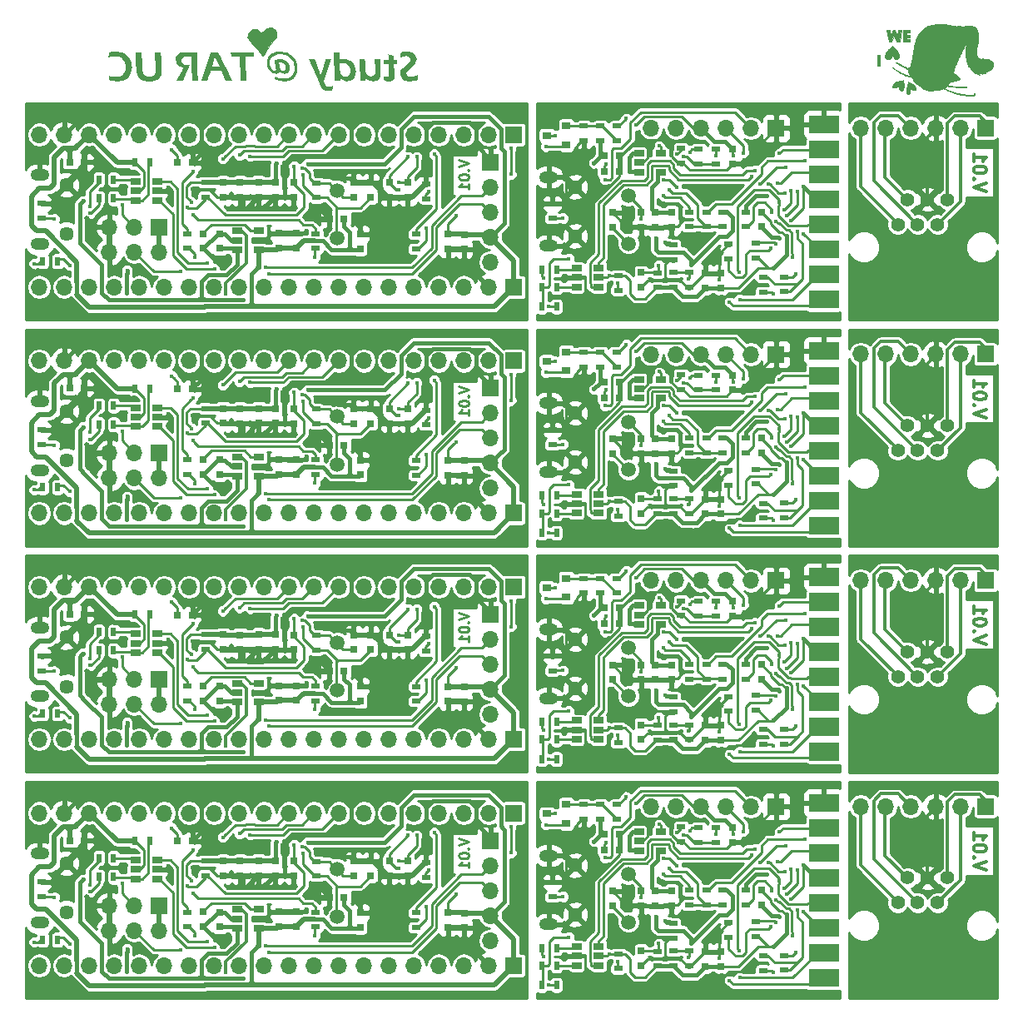
<source format=gbl>
%MOIN*%
%OFA0B0*%
%FSLAX46Y46*%
%IPPOS*%
%LPD*%
%ADD10C,0.0039370078740157488*%
%ADD11C,0.00984251968503937*%
%ADD12C,0.059055118110236227*%
%ADD13R,0.066929133858267723X0.066929133858267723*%
%ADD14O,0.066929133858267723X0.066929133858267723*%
%ADD15R,0.01968503937007874X0.035433070866141732*%
%ADD16R,0.031496062992125991X0.029527559055118113*%
%ADD17R,0.029527559055118113X0.031496062992125991*%
%ADD18R,0.035433070866141732X0.01968503937007874*%
%ADD19R,0.041732283464566935X0.025590551181102365*%
%ADD20C,0.057086614173228349*%
%ADD21O,0.074803149606299218X0.047244094488188976*%
%ADD22C,0.017834645669291341*%
%ADD23C,0.015748031496062995*%
%ADD24C,0.01968503937007874*%
%ADD25C,0.011811023622047244*%
%ADD26C,0.01*%
%ADD37C,0.0039370078740157488*%
%ADD38C,0.00984251968503937*%
%ADD39C,0.059055118110236227*%
%ADD40R,0.066929133858267723X0.066929133858267723*%
%ADD41O,0.066929133858267723X0.066929133858267723*%
%ADD42R,0.01968503937007874X0.035433070866141732*%
%ADD43R,0.031496062992125991X0.029527559055118113*%
%ADD44R,0.029527559055118113X0.031496062992125991*%
%ADD45R,0.035433070866141732X0.01968503937007874*%
%ADD46R,0.041732283464566935X0.025590551181102365*%
%ADD47C,0.057086614173228349*%
%ADD48O,0.074803149606299218X0.047244094488188976*%
%ADD49C,0.017834645669291341*%
%ADD50C,0.015748031496062995*%
%ADD51C,0.01968503937007874*%
%ADD52C,0.011811023622047244*%
%ADD53C,0.01*%
%ADD54C,0.0039370078740157488*%
%ADD55C,0.00984251968503937*%
%ADD56C,0.059055118110236227*%
%ADD57R,0.066929133858267723X0.066929133858267723*%
%ADD58O,0.066929133858267723X0.066929133858267723*%
%ADD59R,0.01968503937007874X0.035433070866141732*%
%ADD60R,0.031496062992125991X0.029527559055118113*%
%ADD61R,0.029527559055118113X0.031496062992125991*%
%ADD62R,0.035433070866141732X0.01968503937007874*%
%ADD63R,0.041732283464566935X0.025590551181102365*%
%ADD64C,0.057086614173228349*%
%ADD65O,0.074803149606299218X0.047244094488188976*%
%ADD66C,0.017834645669291341*%
%ADD67C,0.015748031496062995*%
%ADD68C,0.01968503937007874*%
%ADD69C,0.011811023622047244*%
%ADD70C,0.01*%
%ADD71C,0.0039370078740157488*%
%ADD72C,0.00984251968503937*%
%ADD73C,0.059055118110236227*%
%ADD74R,0.066929133858267723X0.066929133858267723*%
%ADD75O,0.066929133858267723X0.066929133858267723*%
%ADD76R,0.01968503937007874X0.035433070866141732*%
%ADD77R,0.031496062992125991X0.029527559055118113*%
%ADD78R,0.029527559055118113X0.031496062992125991*%
%ADD79R,0.035433070866141732X0.01968503937007874*%
%ADD80R,0.041732283464566935X0.025590551181102365*%
%ADD81C,0.057086614173228349*%
%ADD82O,0.074803149606299218X0.047244094488188976*%
%ADD83C,0.017834645669291341*%
%ADD84C,0.015748031496062995*%
%ADD85C,0.01968503937007874*%
%ADD86C,0.011811023622047244*%
%ADD87C,0.01*%
%ADD88C,0.0039370078740157488*%
%ADD89C,0.057086614173228349*%
%ADD90O,0.074803149606299218X0.047244094488188976*%
%ADD91C,0.059055118110236227*%
%ADD92R,0.035433070866141732X0.01968503937007874*%
%ADD93R,0.066929133858267723X0.066929133858267723*%
%ADD94O,0.066929133858267723X0.066929133858267723*%
%ADD95R,0.029527559055118113X0.031496062992125991*%
%ADD96R,0.041732283464566935X0.025590551181102365*%
%ADD97R,0.01968503937007874X0.035433070866141732*%
%ADD98R,0.035433070866141732X0.031496062992125991*%
%ADD99R,0.031496062992125991X0.029527559055118113*%
%ADD100C,0.017716535433070866*%
%ADD101C,0.017834645669291341*%
%ADD102C,0.015748031496062995*%
%ADD103C,0.00984251968503937*%
%ADD104C,0.01*%
%ADD105C,0.0039370078740157488*%
%ADD106C,0.057086614173228349*%
%ADD107O,0.074803149606299218X0.047244094488188976*%
%ADD108C,0.059055118110236227*%
%ADD109R,0.035433070866141732X0.01968503937007874*%
%ADD110R,0.066929133858267723X0.066929133858267723*%
%ADD111O,0.066929133858267723X0.066929133858267723*%
%ADD112R,0.029527559055118113X0.031496062992125991*%
%ADD113R,0.041732283464566935X0.025590551181102365*%
%ADD114R,0.01968503937007874X0.035433070866141732*%
%ADD115R,0.035433070866141732X0.031496062992125991*%
%ADD116R,0.031496062992125991X0.029527559055118113*%
%ADD117C,0.017716535433070866*%
%ADD118C,0.017834645669291341*%
%ADD119C,0.015748031496062995*%
%ADD120C,0.00984251968503937*%
%ADD121C,0.01*%
%ADD122C,0.0039370078740157488*%
%ADD123C,0.057086614173228349*%
%ADD124O,0.074803149606299218X0.047244094488188976*%
%ADD125C,0.059055118110236227*%
%ADD126R,0.035433070866141732X0.01968503937007874*%
%ADD127R,0.066929133858267723X0.066929133858267723*%
%ADD128O,0.066929133858267723X0.066929133858267723*%
%ADD129R,0.029527559055118113X0.031496062992125991*%
%ADD130R,0.041732283464566935X0.025590551181102365*%
%ADD131R,0.01968503937007874X0.035433070866141732*%
%ADD132R,0.035433070866141732X0.031496062992125991*%
%ADD133R,0.031496062992125991X0.029527559055118113*%
%ADD134C,0.017716535433070866*%
%ADD135C,0.017834645669291341*%
%ADD136C,0.015748031496062995*%
%ADD137C,0.00984251968503937*%
%ADD138C,0.01*%
%ADD139C,0.0039370078740157488*%
%ADD140C,0.057086614173228349*%
%ADD141O,0.074803149606299218X0.047244094488188976*%
%ADD142C,0.059055118110236227*%
%ADD143R,0.035433070866141732X0.01968503937007874*%
%ADD144R,0.066929133858267723X0.066929133858267723*%
%ADD145O,0.066929133858267723X0.066929133858267723*%
%ADD146R,0.029527559055118113X0.031496062992125991*%
%ADD147R,0.041732283464566935X0.025590551181102365*%
%ADD148R,0.01968503937007874X0.035433070866141732*%
%ADD149R,0.035433070866141732X0.031496062992125991*%
%ADD150R,0.031496062992125991X0.029527559055118113*%
%ADD151C,0.017716535433070866*%
%ADD152C,0.017834645669291341*%
%ADD153C,0.015748031496062995*%
%ADD154C,0.00984251968503937*%
%ADD155C,0.01*%
%ADD156C,0.0039370078740157488*%
%ADD157C,0.00011110236220472441*%
%ADD158C,0.0039370078740157488*%
%ADD159C,0.011811023622047244*%
%ADD160C,0.017125984251968505*%
%ADD161C,0.055118110236220472*%
%ADD162R,0.066929133858267723X0.066929133858267723*%
%ADD163O,0.066929133858267723X0.066929133858267723*%
%ADD164C,0.01*%
%ADD165C,0.0039370078740157488*%
%ADD166C,0.011811023622047244*%
%ADD167C,0.017125984251968505*%
%ADD168C,0.055118110236220472*%
%ADD169R,0.066929133858267723X0.066929133858267723*%
%ADD170O,0.066929133858267723X0.066929133858267723*%
%ADD171C,0.01*%
%ADD172C,0.0039370078740157488*%
%ADD173C,0.011811023622047244*%
%ADD174C,0.017125984251968505*%
%ADD175C,0.055118110236220472*%
%ADD176R,0.066929133858267723X0.066929133858267723*%
%ADD177O,0.066929133858267723X0.066929133858267723*%
%ADD178C,0.01*%
%ADD179C,0.0039370078740157488*%
%ADD180C,0.011811023622047244*%
%ADD181C,0.017125984251968505*%
%ADD182C,0.055118110236220472*%
%ADD183R,0.066929133858267723X0.066929133858267723*%
%ADD184O,0.066929133858267723X0.066929133858267723*%
%ADD185C,0.01*%
%ADD186C,0.0039370078740157488*%
%ADD187C,0.00011110236220472441*%
%ADD188C,0.0029398031496062995*%
G01G01*
D10*
D11*
X0001754896Y0000657945D02*
X0001794265Y0000644821D01*
X0001754896Y0000631698D01*
X0001790517Y0000618575D02*
X0001792391Y0000616700D01*
X0001794265Y0000618575D01*
X0001792391Y0000620449D01*
X0001790517Y0000618575D01*
X0001794265Y0000618575D01*
X0001754896Y0000592328D02*
X0001754896Y0000588578D01*
X0001756771Y0000584829D01*
X0001758646Y0000582954D01*
X0001762395Y0000581079D01*
X0001769895Y0000579205D01*
X0001779267Y0000579205D01*
X0001786767Y0000581079D01*
X0001790517Y0000582954D01*
X0001792391Y0000584829D01*
X0001794265Y0000588578D01*
X0001794265Y0000592328D01*
X0001792391Y0000596077D01*
X0001790517Y0000597952D01*
X0001786767Y0000599827D01*
X0001779267Y0000601702D01*
X0001769895Y0000601702D01*
X0001762395Y0000599827D01*
X0001758646Y0000597952D01*
X0001756771Y0000596077D01*
X0001754896Y0000592328D01*
X0001794265Y0000541709D02*
X0001794265Y0000564206D01*
X0001794265Y0000552958D02*
X0001754896Y0000552958D01*
X0001760521Y0000556707D01*
X0001764270Y0000560457D01*
X0001766144Y0000564206D01*
D12*
X0001268582Y0000345590D03*
X0001268582Y0000537716D03*
D13*
X0001880787Y0000650313D03*
D14*
X0001880787Y0000550314D03*
X0001880787Y0000450314D03*
X0001880787Y0000350314D03*
X0001880787Y0000250313D03*
D15*
X0000088582Y0000253936D03*
X0000147637Y0000253936D03*
D16*
X0001236299Y0000422755D03*
X0001295354Y0000422755D03*
D17*
X0001359921Y0000362519D03*
X0001359921Y0000303464D03*
X0001775669Y0000301496D03*
X0001775669Y0000360550D03*
D16*
X0000255195Y0000650708D03*
X0000196140Y0000650708D03*
X0000628425Y0000648346D03*
X0000687480Y0000648346D03*
D18*
X0000665826Y0000364094D03*
X0000665826Y0000305039D03*
D17*
X0000731968Y0000305433D03*
X0000731968Y0000364487D03*
X0000796535Y0000364094D03*
X0000796535Y0000305039D03*
D19*
X0000866220Y0000299921D03*
X0000866220Y0000337322D03*
X0000866220Y0000374724D03*
X0000952834Y0000374724D03*
X0000952834Y0000299921D03*
D17*
X0001034724Y0000365275D03*
X0001034724Y0000306220D03*
X0001103228Y0000364881D03*
X0001103228Y0000305826D03*
D18*
X0001181574Y0000364094D03*
X0001181574Y0000305039D03*
X0001582362Y0000361732D03*
X0001582362Y0000302677D03*
D17*
X0001710708Y0000302283D03*
X0001710708Y0000361338D03*
D18*
X0001623622Y0000562992D03*
X0001623622Y0000503936D03*
D17*
X0001476456Y0000508976D03*
X0001476456Y0000568031D03*
X0001401653Y0000568818D03*
X0001401653Y0000509762D03*
X0001333543Y0000568818D03*
X0001333543Y0000509762D03*
D18*
X0001184330Y0000508188D03*
X0001184330Y0000567244D03*
D17*
X0001093385Y0000509762D03*
X0001093385Y0000568818D03*
X0000810708Y0000510157D03*
X0000810708Y0000569212D03*
X0001019370Y0000510157D03*
X0001019370Y0000569212D03*
X0000878818Y0000509370D03*
X0000878818Y0000568425D03*
X0000952834Y0000510551D03*
X0000952834Y0000569606D03*
D18*
X0000739055Y0000570000D03*
X0000739055Y0000510943D03*
D15*
X0000516534Y0000649212D03*
X0000457480Y0000649212D03*
D19*
X0000546535Y0000572362D03*
X0000546535Y0000534960D03*
X0000546535Y0000497558D03*
X0000459921Y0000497558D03*
X0000459921Y0000572362D03*
X0000459921Y0000534960D03*
D15*
X0000372125Y0000505826D03*
X0000313070Y0000505826D03*
X0000372125Y0000581023D03*
X0000313070Y0000581023D03*
D18*
X0000085118Y0000484566D03*
X0000085118Y0000425511D03*
D13*
X0001974487Y0000150314D03*
D14*
X0001874488Y0000150314D03*
X0001774488Y0000150314D03*
X0001674488Y0000150314D03*
X0001574488Y0000150314D03*
X0001474488Y0000150314D03*
X0001374488Y0000150314D03*
X0001274488Y0000150314D03*
X0001174488Y0000150314D03*
X0001074488Y0000150314D03*
X0000974488Y0000150314D03*
X0000874488Y0000150314D03*
X0000774488Y0000150314D03*
X0000674488Y0000150314D03*
X0000574488Y0000150314D03*
X0000474488Y0000150314D03*
X0000374488Y0000150314D03*
X0000274488Y0000150314D03*
X0000174488Y0000150314D03*
X0000074488Y0000150314D03*
D13*
X0001974487Y0000760551D03*
D14*
X0001874488Y0000760551D03*
X0001774488Y0000760551D03*
X0001674488Y0000760551D03*
X0001574488Y0000760551D03*
X0001474488Y0000760551D03*
X0001374488Y0000760551D03*
X0001274488Y0000760551D03*
X0001174488Y0000760551D03*
X0001074488Y0000760551D03*
X0000974488Y0000760551D03*
X0000874488Y0000760551D03*
X0000774488Y0000760551D03*
X0000674488Y0000760551D03*
X0000574488Y0000760551D03*
X0000474488Y0000760551D03*
X0000374488Y0000760551D03*
X0000274488Y0000760551D03*
X0000174488Y0000760551D03*
X0000074488Y0000760551D03*
D13*
X0000555511Y0000390551D03*
D14*
X0000555511Y0000290551D03*
X0000455511Y0000390551D03*
X0000455511Y0000290551D03*
X0000355511Y0000390551D03*
X0000355511Y0000290551D03*
D17*
X0001549685Y0000508976D03*
X0001549685Y0000568031D03*
D20*
X0000183070Y0000559055D03*
X0000183070Y0000362204D03*
D21*
X0000076771Y0000598425D03*
X0000076771Y0000322834D03*
D22*
X0000889370Y0000099212D03*
X0000196009Y0000237189D03*
X0000258660Y0000305118D03*
X0000249606Y0000495275D03*
X0000452440Y0000614094D03*
X0001333464Y0000411023D03*
X0000820411Y0000236636D03*
X0001046794Y0000633500D03*
X0000262616Y0000424684D03*
X0000368503Y0000619291D03*
X0001142913Y0000422440D03*
X0000591644Y0000549696D03*
X0000687086Y0000543228D03*
X0001142343Y0000377225D03*
X0001269370Y0000585748D03*
X0000255984Y0000693622D03*
X0000844960Y0000523149D03*
X0000908740Y0000460747D03*
X0000928031Y0000473543D03*
X0000891023Y0000471181D03*
X0001192992Y0000469605D03*
X0001963385Y0000601968D03*
X0001094488Y0000633523D03*
X0000667460Y0000470359D03*
X0001962992Y0000705118D03*
X0001512282Y0000568425D03*
X0001585975Y0000671899D03*
X0001513384Y0000540944D03*
X0001551796Y0000671564D03*
X0001129420Y0000600057D03*
X0001128792Y0000626144D03*
X0001632677Y0000532283D03*
X0001624822Y0000385830D03*
X0000405590Y0000479506D03*
X0000689370Y0000440551D03*
X0000696141Y0000269665D03*
X0000639457Y0000213297D03*
X0001655984Y0000682204D03*
X0000918110Y0000674409D03*
X0000876771Y0000677952D03*
X0000809921Y0000664094D03*
X0000979392Y0000228090D03*
X0000994173Y0000203464D03*
X0000775667Y0000224192D03*
X0000747096Y0000247391D03*
X0001178425Y0000270393D03*
X0000689055Y0000612519D03*
X0000275650Y0000473892D03*
X0000133858Y0000423227D03*
X0000278720Y0000445920D03*
X0000604724Y0000699605D03*
X0000054015Y0000243622D03*
X0000821731Y0000123739D03*
X0000424094Y0000070393D03*
X0000424881Y0000126416D03*
X0000425669Y0000217637D03*
X0001025341Y0000647668D03*
X0001937161Y0000600604D03*
X0001149685Y0000644015D03*
X0000685181Y0000488984D03*
X0000946423Y0000225642D03*
X0001178031Y0000334960D03*
X0001742991Y0000435747D03*
D23*
X0000876621Y0000099074D02*
X0000876759Y0000099212D01*
X0000740629Y0000099074D02*
X0000876621Y0000099074D01*
X0000876759Y0000099212D02*
X0000889370Y0000099212D01*
X0000258660Y0000305118D02*
X0000324488Y0000239291D01*
X0000406712Y0000099074D02*
X0000406771Y0000099133D01*
X0000406831Y0000099074D02*
X0000711829Y0000099074D01*
X0000324488Y0000239291D02*
X0000324488Y0000127480D01*
X0000406771Y0000099133D02*
X0000406831Y0000099074D01*
X0000324488Y0000127480D02*
X0000352894Y0000099074D01*
X0000352894Y0000099074D02*
X0000406712Y0000099074D01*
X0000866220Y0000299921D02*
X0000866220Y0000240582D01*
X0000866220Y0000240582D02*
X0000825165Y0000199527D01*
X0000724488Y0000173149D02*
X0000724488Y0000111732D01*
X0000825165Y0000199527D02*
X0000750866Y0000199527D01*
X0000750866Y0000199527D02*
X0000724488Y0000173149D01*
X0000724488Y0000111732D02*
X0000723700Y0000110944D01*
D11*
X0000147322Y0000261338D02*
X0000171861Y0000261338D01*
X0000171861Y0000261338D02*
X0000196009Y0000237189D01*
D23*
X0000728484Y0000099074D02*
X0000740629Y0000099074D01*
X0000740629Y0000099074D02*
X0000735570Y0000099074D01*
X0000735570Y0000099074D02*
X0000723700Y0000110944D01*
X0000711829Y0000099074D02*
X0000728484Y0000099074D01*
X0000728484Y0000099074D02*
X0000728484Y0000099074D01*
X0000711829Y0000099074D02*
X0000723700Y0000110944D01*
X0000258660Y0000305118D02*
X0000236220Y0000327559D01*
X0000723700Y0000110944D02*
X0000723700Y0000110019D01*
X0000723700Y0000110944D02*
X0000723700Y0000110570D01*
X0000723700Y0000110944D02*
X0000723700Y0000105433D01*
X0000790236Y0000305039D02*
X0000861102Y0000305039D01*
X0000861102Y0000305039D02*
X0000866220Y0000299921D01*
D11*
X0000866220Y0000277283D02*
X0000866220Y0000299921D01*
D23*
X0000240689Y0000486358D02*
X0000249606Y0000495275D01*
X0000236220Y0000327559D02*
X0000236220Y0000481889D01*
X0000236220Y0000481889D02*
X0000240689Y0000486358D01*
D24*
X0000255195Y0000650708D02*
X0000255195Y0000638660D01*
X0000255195Y0000638660D02*
X0000183070Y0000566535D01*
D11*
X0000255195Y0000650708D02*
X0000252834Y0000650708D01*
X0000183464Y0000581338D02*
X0000183464Y0000566535D01*
X0000183464Y0000566535D02*
X0000183070Y0000566535D01*
D24*
X0001874488Y0000150314D02*
X0001775669Y0000249133D01*
X0001775669Y0000249133D02*
X0001775669Y0000301496D01*
X0001710708Y0000302283D02*
X0001774880Y0000302283D01*
X0001774880Y0000302283D02*
X0001775669Y0000301496D01*
D11*
X0000368503Y0000619291D02*
X0000372913Y0000614881D01*
X0000452834Y0000614094D02*
X0000452440Y0000614094D01*
X0000372913Y0000614881D02*
X0000452046Y0000614881D01*
X0000452046Y0000614881D02*
X0000452834Y0000614094D01*
D23*
X0001342381Y0000402106D02*
X0001333464Y0000411023D01*
X0001359527Y0000384960D02*
X0001342381Y0000402106D01*
X0001359527Y0000364881D02*
X0001359527Y0000384960D01*
X0000799781Y0000236636D02*
X0000807799Y0000236636D01*
X0000731378Y0000305039D02*
X0000799781Y0000236636D01*
X0000807799Y0000236636D02*
X0000820411Y0000236636D01*
X0001333543Y0000568818D02*
X0001333543Y0000569606D01*
X0001333543Y0000569606D02*
X0001317400Y0000585748D01*
X0001281981Y0000585748D02*
X0001269370Y0000585748D01*
X0001317400Y0000585748D02*
X0001281981Y0000585748D01*
X0001055590Y0000510157D02*
X0001055590Y0000624330D01*
X0001055590Y0000624330D02*
X0001046794Y0000633126D01*
X0001046794Y0000633126D02*
X0001046794Y0000633500D01*
X0001088214Y0000674920D02*
X0001055712Y0000642418D01*
X0001323700Y0000784173D02*
X0001323700Y0000725668D01*
X0001291809Y0000816062D02*
X0001323700Y0000784173D01*
X0001055712Y0000642418D02*
X0001046794Y0000633500D01*
X0001323700Y0000725668D02*
X0001272952Y0000674920D01*
X0001272952Y0000674920D02*
X0001088214Y0000674920D01*
X0000737874Y0000816062D02*
X0001291809Y0000816062D01*
D24*
X0000271533Y0000415768D02*
X0000262616Y0000424684D01*
X0000355511Y0000390551D02*
X0000296750Y0000390551D01*
X0000296750Y0000390551D02*
X0000271533Y0000415768D01*
X0001143228Y0000422755D02*
X0001142913Y0000422440D01*
X0001236299Y0000422755D02*
X0001143228Y0000422755D01*
X0001623700Y0000566850D02*
X0001623700Y0000565826D01*
X0001623700Y0000565826D02*
X0001566850Y0000508976D01*
X0001566850Y0000508976D02*
X0001549685Y0000508976D01*
D23*
X0000723700Y0000816062D02*
X0000709921Y0000816062D01*
X0000709921Y0000816062D02*
X0000230000Y0000816062D01*
X0000723700Y0000801889D02*
X0000723700Y0000802283D01*
X0000723700Y0000802283D02*
X0000709921Y0000816062D01*
X0000723700Y0000801889D02*
X0000723700Y0000816062D01*
X0000723700Y0000686535D02*
X0000723700Y0000801889D01*
X0000723700Y0000816062D02*
X0000737874Y0000816062D01*
X0000723700Y0000801889D02*
X0000737874Y0000816062D01*
D11*
X0000546535Y0000534960D02*
X0000576909Y0000534960D01*
X0000576909Y0000534960D02*
X0000591644Y0000549696D01*
X0000810708Y0000510157D02*
X0000786102Y0000510157D01*
X0000786102Y0000510157D02*
X0000753030Y0000543228D01*
X0000753030Y0000543228D02*
X0000699697Y0000543228D01*
X0000699697Y0000543228D02*
X0000687086Y0000543228D01*
X0000687480Y0000648346D02*
X0000688464Y0000648346D01*
D23*
X0000687480Y0000648346D02*
X0000687480Y0000650313D01*
X0000687480Y0000650313D02*
X0000723700Y0000686535D01*
D11*
X0000696929Y0000638897D02*
X0000687480Y0000648346D01*
D24*
X0001476456Y0000508976D02*
X0001549685Y0000508976D01*
X0001401653Y0000568818D02*
X0001411496Y0000568818D01*
X0001471338Y0000508976D02*
X0001476456Y0000508976D01*
X0001411496Y0000568818D02*
X0001471338Y0000508976D01*
D11*
X0001715433Y0000301889D02*
X0001715433Y0000300905D01*
D23*
X0001019370Y0000510157D02*
X0001055590Y0000510157D01*
X0001055590Y0000510157D02*
X0001092992Y0000510157D01*
X0001092992Y0000510157D02*
X0001093385Y0000509762D01*
D11*
X0000546535Y0000534960D02*
X0000531039Y0000534960D01*
D24*
X0001019370Y0000510157D02*
X0001022715Y0000510157D01*
D23*
X0001880787Y0000650313D02*
X0001880787Y0000661228D01*
X0001880787Y0000661228D02*
X0001823699Y0000718315D01*
X0001823699Y0000718315D02*
X0001823699Y0000784173D01*
X0001823699Y0000784173D02*
X0001798110Y0000809762D01*
X0001650866Y0000809762D02*
X0001623700Y0000782597D01*
X0001798110Y0000809762D02*
X0001650866Y0000809762D01*
X0001623700Y0000782597D02*
X0001623700Y0000567244D01*
X0001623700Y0000567244D02*
X0001624488Y0000566456D01*
D11*
X0001716220Y0000302677D02*
X0001715433Y0000301889D01*
D23*
X0000790236Y0000364094D02*
X0000791810Y0000362519D01*
X0000791810Y0000362519D02*
X0000817007Y0000362519D01*
X0000817007Y0000362519D02*
X0000842204Y0000337322D01*
X0000842204Y0000337322D02*
X0000866220Y0000337322D01*
X0000731181Y0000305039D02*
X0000790236Y0000364094D01*
X0000230000Y0000816062D02*
X0000207952Y0000794015D01*
X0000207952Y0000794015D02*
X0000174488Y0000760551D01*
X0001142343Y0000373485D02*
X0001142343Y0000377225D01*
X0001103228Y0000364881D02*
X0001133740Y0000364881D01*
X0001133740Y0000364881D02*
X0001142343Y0000373485D01*
D25*
X0001019370Y0000510157D02*
X0001019370Y0000513897D01*
D24*
X0000845748Y0000509762D02*
X0000811102Y0000509762D01*
X0000255195Y0000650708D02*
X0000255195Y0000692834D01*
X0000255195Y0000692834D02*
X0000255984Y0000693622D01*
X0000971929Y0000461732D02*
X0000909724Y0000461732D01*
X0001018976Y0000508779D02*
X0000971929Y0000461732D01*
X0000909724Y0000461732D02*
X0000908740Y0000462716D01*
X0001236299Y0000422755D02*
X0001236299Y0000426299D01*
X0001236299Y0000426299D02*
X0001192992Y0000469605D01*
X0001018976Y0000509762D02*
X0001018976Y0000508779D01*
X0000891023Y0000471181D02*
X0000891023Y0000497165D01*
X0000891023Y0000497165D02*
X0000878818Y0000509370D01*
X0000928031Y0000473543D02*
X0000928031Y0000487716D01*
X0000928031Y0000487716D02*
X0000949685Y0000509370D01*
X0000845748Y0000509762D02*
X0000878425Y0000509762D01*
X0000844960Y0000523149D02*
X0000844960Y0000510551D01*
X0000844960Y0000510551D02*
X0000845748Y0000509762D01*
X0000878425Y0000509762D02*
X0000878818Y0000509370D01*
X0000949685Y0000509370D02*
X0000878818Y0000509370D01*
X0001018976Y0000509762D02*
X0000950078Y0000509762D01*
X0000950078Y0000509762D02*
X0000949685Y0000509370D01*
X0001034724Y0000365275D02*
X0001102834Y0000365275D01*
X0001102834Y0000365275D02*
X0001103228Y0000364881D01*
X0000355511Y0000390551D02*
X0000355511Y0000290551D01*
X0001333543Y0000568818D02*
X0001401653Y0000568818D01*
D11*
X0000970944Y0000460747D02*
X0001018976Y0000508779D01*
X0000889973Y0000498214D02*
X0000878818Y0000509370D01*
X0001018976Y0000509762D02*
X0001018976Y0000514881D01*
X0001623307Y0000779015D02*
X0001656024Y0000811732D01*
X0001333543Y0000568818D02*
X0001400866Y0000568818D01*
X0001400866Y0000568818D02*
X0001401259Y0000568425D01*
X0000952834Y0000374724D02*
X0000922124Y0000374724D01*
X0000922124Y0000374724D02*
X0000896140Y0000400708D01*
X0000896140Y0000400708D02*
X0000764251Y0000400708D01*
X0000764251Y0000400708D02*
X0000728818Y0000365275D01*
X0000728818Y0000365275D02*
X0000728818Y0000364487D01*
X0001962992Y0000705118D02*
X0001962992Y0000602362D01*
X0001962992Y0000602362D02*
X0001963385Y0000601968D01*
X0001093385Y0000632421D02*
X0001094488Y0000633523D01*
X0001093385Y0000568818D02*
X0001093385Y0000632421D01*
X0000739055Y0000510943D02*
X0000739055Y0000502440D01*
X0000671028Y0000466791D02*
X0000667460Y0000470359D01*
X0000739055Y0000502440D02*
X0000703405Y0000466791D01*
X0000703405Y0000466791D02*
X0000671028Y0000466791D01*
X0001093385Y0000568818D02*
X0001093385Y0000563306D01*
X0001093385Y0000563306D02*
X0001134724Y0000521966D01*
X0001134724Y0000521966D02*
X0001134724Y0000468231D01*
X0001134724Y0000468231D02*
X0001104602Y0000438110D01*
X0001104602Y0000438110D02*
X0000819763Y0000438110D01*
X0000819763Y0000438110D02*
X0000746929Y0000510943D01*
X0000746929Y0000510943D02*
X0000739055Y0000510943D01*
X0001093385Y0000561467D02*
X0001093385Y0000564094D01*
X0001585975Y0000671899D02*
X0001585975Y0000649133D01*
X0001585975Y0000649133D02*
X0001585975Y0000642115D01*
X0001585975Y0000629912D02*
X0001585975Y0000649133D01*
X0001549685Y0000568031D02*
X0001549685Y0000593622D01*
X0001549685Y0000593622D02*
X0001585975Y0000629912D01*
X0001512282Y0000568425D02*
X0001549291Y0000568425D01*
X0001549291Y0000568425D02*
X0001549685Y0000568031D01*
X0001502559Y0000540944D02*
X0001513384Y0000540944D01*
X0001476456Y0000567047D02*
X0001502559Y0000540944D01*
X0001476456Y0000568031D02*
X0001476456Y0000567047D01*
X0001476456Y0000568031D02*
X0001476456Y0000596224D01*
X0001476456Y0000596224D02*
X0001551796Y0000671564D01*
X0001225669Y0000508188D02*
X0001176062Y0000508188D01*
X0001266614Y0000467244D02*
X0001225669Y0000508188D01*
X0001176062Y0000508188D02*
X0001129420Y0000554831D01*
X0001129420Y0000554831D02*
X0001129420Y0000587530D01*
X0001129420Y0000587530D02*
X0001129420Y0000600057D01*
X0001274094Y0000467244D02*
X0001360118Y0000467244D01*
X0001266614Y0000467244D02*
X0001274094Y0000467244D01*
X0001265433Y0000467244D02*
X0001265433Y0000461732D01*
X0001265433Y0000461732D02*
X0001265433Y0000345590D01*
X0001274094Y0000467244D02*
X0001270944Y0000467244D01*
X0001270944Y0000467244D02*
X0001265433Y0000461732D01*
X0001266614Y0000467244D02*
X0001266614Y0000467637D01*
X0001266614Y0000467637D02*
X0001266220Y0000468031D01*
X0001266220Y0000468031D02*
X0001265433Y0000467244D01*
X0001360118Y0000467244D02*
X0001401653Y0000508779D01*
X0001401653Y0000508779D02*
X0001401653Y0000509762D01*
X0001401259Y0000509370D02*
X0001401259Y0000508385D01*
X0001401259Y0000508385D02*
X0001360118Y0000467244D01*
X0001156771Y0000605669D02*
X0001136296Y0000626144D01*
X0001136296Y0000626144D02*
X0001128792Y0000626144D01*
X0001176456Y0000567244D02*
X0001156771Y0000586929D01*
X0001184330Y0000567244D02*
X0001176456Y0000567244D01*
X0001156771Y0000586929D02*
X0001156771Y0000605669D01*
X0001184330Y0000567244D02*
X0001235905Y0000567244D01*
X0001235905Y0000567244D02*
X0001265433Y0000537716D01*
X0001291809Y0000509370D02*
X0001291809Y0000511337D01*
X0001291809Y0000511337D02*
X0001265433Y0000537716D01*
X0001331968Y0000509370D02*
X0001291809Y0000509370D01*
X0001291809Y0000509370D02*
X0001262676Y0000538503D01*
X0001623759Y0000523366D02*
X0001632677Y0000532283D01*
X0001620551Y0000520157D02*
X0001623759Y0000523366D01*
X0001620551Y0000508188D02*
X0001620551Y0000520157D01*
X0001624822Y0000373219D02*
X0001624822Y0000385830D01*
X0001624822Y0000337263D02*
X0001624822Y0000373219D01*
X0001582362Y0000302677D02*
X0001590235Y0000302677D01*
X0001590235Y0000302677D02*
X0001624822Y0000337263D01*
X0000405590Y0000440472D02*
X0000405590Y0000466896D01*
X0000405590Y0000466896D02*
X0000405590Y0000479506D01*
X0000455511Y0000390551D02*
X0000405590Y0000440472D01*
X0000698287Y0000431633D02*
X0000689370Y0000440551D01*
X0001131921Y0000398937D02*
X0001112434Y0000418425D01*
X0001181574Y0000383779D02*
X0001166416Y0000398937D01*
X0001181574Y0000364094D02*
X0001181574Y0000383779D01*
X0001112434Y0000418425D02*
X0000711496Y0000418425D01*
X0001166416Y0000398937D02*
X0001131921Y0000398937D01*
X0000711496Y0000418425D02*
X0000698287Y0000431633D01*
X0001181968Y0000366456D02*
X0001181968Y0000368306D01*
X0000696141Y0000282598D02*
X0000696141Y0000282276D01*
X0000673700Y0000305039D02*
X0000696141Y0000282598D01*
X0000696141Y0000282276D02*
X0000696141Y0000269665D01*
X0000665826Y0000305039D02*
X0000673700Y0000305039D01*
X0000639457Y0000213297D02*
X0000532765Y0000213297D01*
X0000532765Y0000213297D02*
X0000455511Y0000290551D01*
X0001582362Y0000381417D02*
X0001664901Y0000463956D01*
X0001664901Y0000673287D02*
X0001655984Y0000682204D01*
X0001582362Y0000361732D02*
X0001582362Y0000381417D01*
X0001664901Y0000463956D02*
X0001664901Y0000673287D01*
X0000930721Y0000674409D02*
X0000918110Y0000674409D01*
X0001051326Y0000674409D02*
X0000930721Y0000674409D01*
X0001072508Y0000695590D02*
X0001051326Y0000674409D01*
X0001208346Y0000695590D02*
X0001072508Y0000695590D01*
X0001274488Y0000761731D02*
X0001208346Y0000695590D01*
X0001174488Y0000761731D02*
X0001126062Y0000713306D01*
X0001126062Y0000713306D02*
X0001064922Y0000713306D01*
X0001047736Y0000696121D02*
X0000894704Y0000696121D01*
X0001064922Y0000713306D02*
X0001047736Y0000696121D01*
X0000894704Y0000696121D02*
X0000876771Y0000678188D01*
X0000876771Y0000678188D02*
X0000876771Y0000677952D01*
X0000818838Y0000673011D02*
X0000809921Y0000664094D01*
X0000860058Y0000714230D02*
X0000818838Y0000673011D01*
X0000936656Y0000714230D02*
X0000935870Y0000715019D01*
X0001026987Y0000714230D02*
X0000936656Y0000714230D01*
X0001074488Y0000761731D02*
X0001026987Y0000714230D01*
X0000900349Y0000715019D02*
X0000899562Y0000714230D01*
X0000899562Y0000714230D02*
X0000860058Y0000714230D01*
X0000935870Y0000715019D02*
X0000900349Y0000715019D01*
X0001880787Y0000550314D02*
X0001846141Y0000515669D01*
X0001846141Y0000515669D02*
X0001764543Y0000515669D01*
X0001764543Y0000515669D02*
X0001646535Y0000397661D01*
X0001646535Y0000397661D02*
X0001646535Y0000307767D01*
X0001646535Y0000307767D02*
X0001566858Y0000228090D01*
X0001566858Y0000228090D02*
X0000992003Y0000228090D01*
X0000992003Y0000228090D02*
X0000979392Y0000228090D01*
X0001664251Y0000390323D02*
X0001664251Y0000299921D01*
X0001567795Y0000203464D02*
X0001006783Y0000203464D01*
X0001006783Y0000203464D02*
X0000994173Y0000203464D01*
X0001664251Y0000299921D02*
X0001567795Y0000203464D01*
X0001847322Y0000483779D02*
X0001757708Y0000483779D01*
X0001880787Y0000450314D02*
X0001847322Y0000483779D01*
X0001757708Y0000483779D02*
X0001664251Y0000390323D01*
X0000546535Y0000497558D02*
X0000554606Y0000497558D01*
X0000554606Y0000497558D02*
X0000610314Y0000441850D01*
X0000610314Y0000441850D02*
X0000610314Y0000277086D01*
X0000610314Y0000277086D02*
X0000663208Y0000224192D01*
X0000663208Y0000224192D02*
X0000763056Y0000224192D01*
X0000763056Y0000224192D02*
X0000775667Y0000224192D01*
X0000546535Y0000572362D02*
X0000599685Y0000572362D01*
X0000599685Y0000572362D02*
X0000628031Y0000544015D01*
X0000669930Y0000247391D02*
X0000734485Y0000247391D01*
X0000628031Y0000544015D02*
X0000628031Y0000289291D01*
X0000628031Y0000289291D02*
X0000669930Y0000247391D01*
X0000734485Y0000247391D02*
X0000747096Y0000247391D01*
X0000459921Y0000572362D02*
X0000451259Y0000581023D01*
X0000451259Y0000581023D02*
X0000372125Y0000581023D01*
X0000459921Y0000497558D02*
X0000486692Y0000497558D01*
X0000372125Y0000505826D02*
X0000376456Y0000501496D01*
X0000376456Y0000501496D02*
X0000455984Y0000501496D01*
X0000455984Y0000501496D02*
X0000459921Y0000497558D01*
X0000486692Y0000497558D02*
X0000511889Y0000522754D01*
X0000511889Y0000522754D02*
X0000511889Y0000632598D01*
X0001178425Y0000303858D02*
X0001178425Y0000270393D01*
X0001181968Y0000307401D02*
X0001178425Y0000303858D01*
X0000680137Y0000603602D02*
X0000689055Y0000612519D01*
X0000645748Y0000569212D02*
X0000680137Y0000603602D01*
X0000645748Y0000403858D02*
X0000645748Y0000569212D01*
X0000665826Y0000364094D02*
X0000665826Y0000383779D01*
X0000665826Y0000383779D02*
X0000645748Y0000403858D01*
X0000313070Y0000581023D02*
X0000313070Y0000569212D01*
X0000313070Y0000569212D02*
X0000275650Y0000531792D01*
X0000275650Y0000531792D02*
X0000275650Y0000473892D01*
X0000131574Y0000425511D02*
X0000133858Y0000423227D01*
X0000085118Y0000425511D02*
X0000131574Y0000425511D01*
X0000280723Y0000445920D02*
X0000278720Y0000445920D01*
X0000313070Y0000478266D02*
X0000280723Y0000445920D01*
X0000313070Y0000505826D02*
X0000313070Y0000478266D01*
X0000613641Y0000690689D02*
X0000604724Y0000699605D01*
X0000628425Y0000675905D02*
X0000613641Y0000690689D01*
X0000628425Y0000648346D02*
X0000628425Y0000675905D01*
X0000054015Y0000243622D02*
X0000070551Y0000243622D01*
X0000070551Y0000243622D02*
X0000088267Y0000261338D01*
D25*
X0000821731Y0000136351D02*
X0000821731Y0000123739D01*
X0000903622Y0000355432D02*
X0000903622Y0000247361D01*
X0000884330Y0000374724D02*
X0000903622Y0000355432D01*
X0000821731Y0000165471D02*
X0000821731Y0000136351D01*
X0000903622Y0000247361D02*
X0000821731Y0000165471D01*
X0000866220Y0000374724D02*
X0000884330Y0000374724D01*
D11*
X0000923700Y0000091259D02*
X0000923700Y0000088582D01*
X0000923700Y0000088582D02*
X0000907559Y0000072441D01*
D24*
X0000225275Y0000170787D02*
X0000225275Y0000251102D01*
X0000225275Y0000251102D02*
X0000100393Y0000375984D01*
X0000042519Y0000397637D02*
X0000042519Y0000512992D01*
X0000074803Y0000545275D02*
X0000116929Y0000545275D01*
X0000100393Y0000375984D02*
X0000064172Y0000375984D01*
X0000064172Y0000375984D02*
X0000042519Y0000397637D01*
X0000042519Y0000512992D02*
X0000074803Y0000545275D01*
X0000116929Y0000545275D02*
X0000133464Y0000561811D01*
X0000133464Y0000561811D02*
X0000133464Y0000670472D01*
X0000169212Y0000706220D02*
X0000183543Y0000706220D01*
X0000133464Y0000670472D02*
X0000169212Y0000706220D01*
X0000183543Y0000706220D02*
X0000196535Y0000706220D01*
X0000196140Y0000693622D02*
X0000183543Y0000706220D01*
X0000196140Y0000705826D02*
X0000196140Y0000691652D01*
X0000196535Y0000706220D02*
X0000196140Y0000705826D01*
X0000196535Y0000706220D02*
X0000218976Y0000706220D01*
X0000218976Y0000706220D02*
X0000223700Y0000710944D01*
X0000196140Y0000691652D02*
X0000196140Y0000693622D01*
X0000196140Y0000691652D02*
X0000196140Y0000692834D01*
X0000196140Y0000692834D02*
X0000208346Y0000705039D01*
X0000424094Y0000070393D02*
X0000274881Y0000070393D01*
X0000274881Y0000070393D02*
X0000225275Y0000119999D01*
X0000225275Y0000119999D02*
X0000224488Y0000120787D01*
D23*
X0000225275Y0000170787D02*
X0000224488Y0000169999D01*
X0000224488Y0000169999D02*
X0000224488Y0000120787D01*
D24*
X0000424094Y0000070393D02*
X0000735994Y0000070393D01*
D23*
X0000425669Y0000205026D02*
X0000424881Y0000204239D01*
D11*
X0000424881Y0000125314D02*
X0000424881Y0000126416D01*
D23*
X0000425669Y0000217637D02*
X0000425669Y0000205026D01*
X0000424881Y0000204239D02*
X0000424881Y0000126416D01*
D11*
X0000425669Y0000124527D02*
X0000424881Y0000125314D01*
X0001329606Y0000298740D02*
X0001329606Y0000301102D01*
X0001329606Y0000301102D02*
X0001318582Y0000312125D01*
D23*
X0001318582Y0000369015D02*
X0001318582Y0000312125D01*
X0001318582Y0000312125D02*
X0001318582Y0000303464D01*
D11*
X0001300472Y0000298740D02*
X0001305196Y0000298740D01*
X0001305196Y0000298740D02*
X0001318582Y0000312125D01*
D23*
X0001352440Y0000298740D02*
X0001329606Y0000298740D01*
X0001318582Y0000303464D02*
X0001313858Y0000298740D01*
X0001295354Y0000422755D02*
X0001295354Y0000392244D01*
X0001295354Y0000392244D02*
X0001318582Y0000369015D01*
X0000923700Y0000091259D02*
X0000923700Y0000085040D01*
X0000923700Y0000085040D02*
X0000936299Y0000072441D01*
D24*
X0000907559Y0000072441D02*
X0000923307Y0000072441D01*
X0000738041Y0000072441D02*
X0000907559Y0000072441D01*
D23*
X0000923700Y0000091259D02*
X0000923700Y0000072834D01*
X0000923700Y0000173936D02*
X0000923700Y0000091259D01*
D24*
X0000923307Y0000072441D02*
X0000936299Y0000072441D01*
X0000936299Y0000072441D02*
X0001896614Y0000072441D01*
D23*
X0000923483Y0000202703D02*
X0000923483Y0000174153D01*
X0000923483Y0000174153D02*
X0000923700Y0000173936D01*
X0000923700Y0000072834D02*
X0000923307Y0000072441D01*
D24*
X0000735994Y0000070393D02*
X0000738041Y0000072441D01*
X0001896614Y0000072441D02*
X0001974487Y0000150314D01*
D11*
X0001710708Y0000361338D02*
X0001710708Y0000403464D01*
X0001734074Y0000426830D02*
X0001742991Y0000435747D01*
X0001710708Y0000403464D02*
X0001734074Y0000426830D01*
D24*
X0001870551Y0000360550D02*
X0001880787Y0000350314D01*
X0001710708Y0000361338D02*
X0001774880Y0000361338D01*
X0001880787Y0000350314D02*
X0001871338Y0000359763D01*
X0000217795Y0000705039D02*
X0000273307Y0000760551D01*
X0000273307Y0000760551D02*
X0000274488Y0000760551D01*
X0001880787Y0000350314D02*
X0001974487Y0000256614D01*
X0001974487Y0000256614D02*
X0001974487Y0000150314D01*
D23*
X0001937161Y0000600604D02*
X0001937161Y0000406688D01*
X0001937161Y0000406688D02*
X0001914251Y0000383779D01*
X0001914251Y0000383779D02*
X0001880787Y0000350314D01*
X0001923700Y0000707795D02*
X0001937161Y0000694334D01*
X0001937161Y0000613215D02*
X0001937161Y0000600604D01*
X0001937161Y0000694334D02*
X0001937161Y0000613215D01*
D24*
X0000274488Y0000760551D02*
X0000385826Y0000649212D01*
D23*
X0001923700Y0000707795D02*
X0001923700Y0000784173D01*
X0001923700Y0000784173D02*
X0001874488Y0000833385D01*
X0001458740Y0000644015D02*
X0001162212Y0000644015D01*
X0001874488Y0000833385D02*
X0001574488Y0000833385D01*
X0001574488Y0000833385D02*
X0001523700Y0000782597D01*
X0001523700Y0000782597D02*
X0001523700Y0000708976D01*
X0001523700Y0000708976D02*
X0001458740Y0000644015D01*
X0001162212Y0000644015D02*
X0001149685Y0000644015D01*
X0001927637Y0000703858D02*
X0001923700Y0000707795D01*
D11*
X0001973700Y0000148740D02*
X0001974487Y0000148740D01*
X0001974094Y0000148740D02*
X0001974487Y0000148740D01*
D23*
X0001019370Y0000641696D02*
X0001025341Y0000647668D01*
D11*
X0000676264Y0000497901D02*
X0000685181Y0000488984D01*
D23*
X0000946423Y0000225642D02*
X0000923483Y0000202703D01*
D24*
X0000208346Y0000705039D02*
X0000217795Y0000705039D01*
D23*
X0000952834Y0000230417D02*
X0000948059Y0000225642D01*
X0000948059Y0000225642D02*
X0000946423Y0000225642D01*
D11*
X0000665374Y0000553650D02*
X0000665374Y0000508791D01*
X0000681724Y0000570000D02*
X0000665374Y0000553650D01*
X0000665374Y0000508791D02*
X0000676264Y0000497901D01*
D24*
X0001775669Y0000360550D02*
X0001870551Y0000360550D01*
X0001774880Y0000361338D02*
X0001775669Y0000360550D01*
X0000196140Y0000691652D02*
X0000196140Y0000650708D01*
D23*
X0001329606Y0000298740D02*
X0001313858Y0000298740D01*
X0001300472Y0000298740D02*
X0001245276Y0000298740D01*
X0001313858Y0000298740D02*
X0001300472Y0000298740D01*
D11*
X0001300472Y0000298740D02*
X0001300472Y0000301496D01*
D24*
X0000555511Y0000390551D02*
X0000555511Y0000290551D01*
D23*
X0001019370Y0000569212D02*
X0001019370Y0000641696D01*
D11*
X0000739055Y0000570000D02*
X0000681724Y0000570000D01*
D24*
X0000952834Y0000299921D02*
X0000952834Y0000230417D01*
D23*
X0001359527Y0000305826D02*
X0001352440Y0000298740D01*
X0001245276Y0000298740D02*
X0001209055Y0000334960D01*
X0001209055Y0000334960D02*
X0001178031Y0000334960D01*
D24*
X0000953622Y0000569606D02*
X0001018976Y0000569606D01*
X0001018976Y0000569606D02*
X0001019370Y0000569212D01*
X0001103228Y0000305826D02*
X0001132362Y0000334960D01*
X0001132362Y0000334960D02*
X0001178031Y0000334960D01*
X0001034724Y0000306220D02*
X0001102834Y0000306220D01*
X0001102834Y0000306220D02*
X0001103228Y0000305826D01*
X0000952834Y0000299921D02*
X0001028424Y0000299921D01*
X0001028424Y0000299921D02*
X0001034724Y0000306220D01*
X0000739055Y0000570000D02*
X0000809921Y0000570000D01*
X0000809921Y0000570000D02*
X0000811102Y0000568818D01*
X0000878818Y0000568425D02*
X0000811496Y0000568425D01*
X0000811496Y0000568425D02*
X0000811102Y0000568818D01*
X0000949685Y0000568425D02*
X0000878818Y0000568425D01*
D11*
X0001039055Y0000306220D02*
X0001102834Y0000306220D01*
X0001018582Y0000568425D02*
X0001018976Y0000568818D01*
D24*
X0000385826Y0000649212D02*
X0000457480Y0000649212D01*
D11*
X0000494093Y0000612204D02*
X0000457480Y0000648818D01*
X0000457480Y0000648818D02*
X0000457480Y0000649212D01*
X0000494093Y0000552598D02*
X0000494093Y0000612204D01*
D25*
X0001295354Y0000422755D02*
X0001296929Y0000422755D01*
D11*
X0000459921Y0000534960D02*
X0000476456Y0000534960D01*
X0000476456Y0000534960D02*
X0000494093Y0000552598D01*
D26*
G36*
X0002027480Y0000019763D02*
X0000019763Y0000019763D01*
X0000019763Y0000302030D01*
X0000025075Y0000291989D01*
X0000039765Y0000279827D01*
X0000057992Y0000274212D01*
X0000062118Y0000274212D01*
X0000061599Y0000271653D01*
X0000061599Y0000268331D01*
X0000059154Y0000269345D01*
X0000048920Y0000269354D01*
X0000039460Y0000265446D01*
X0000032217Y0000258214D01*
X0000028291Y0000248762D01*
X0000028282Y0000238526D01*
X0000032190Y0000229067D01*
X0000039422Y0000221823D01*
X0000048875Y0000217898D01*
X0000059109Y0000217889D01*
X0000068570Y0000221797D01*
X0000068662Y0000221889D01*
X0000069935Y0000221889D01*
X0000072071Y0000220430D01*
X0000078740Y0000219080D01*
X0000098425Y0000219080D01*
X0000104655Y0000220252D01*
X0000110376Y0000223934D01*
X0000114215Y0000229551D01*
X0000115565Y0000236220D01*
X0000115565Y0000271653D01*
X0000114393Y0000277883D01*
X0000113247Y0000279663D01*
X0000113777Y0000279827D01*
X0000128467Y0000291989D01*
X0000134773Y0000303910D01*
X0000149890Y0000288793D01*
X0000137795Y0000288793D01*
X0000131565Y0000287621D01*
X0000125843Y0000283939D01*
X0000122005Y0000278322D01*
X0000120654Y0000271653D01*
X0000120654Y0000236220D01*
X0000121827Y0000229990D01*
X0000125508Y0000224268D01*
X0000131126Y0000220430D01*
X0000137795Y0000219080D01*
X0000157480Y0000219080D01*
X0000163710Y0000220252D01*
X0000169430Y0000223934D01*
X0000172059Y0000227779D01*
X0000174184Y0000222635D01*
X0000181416Y0000215391D01*
X0000190869Y0000211465D01*
X0000198622Y0000211460D01*
X0000198622Y0000194478D01*
X0000193727Y0000197748D01*
X0000174488Y0000201575D01*
X0000155248Y0000197748D01*
X0000138937Y0000186849D01*
X0000128038Y0000170539D01*
X0000124488Y0000152685D01*
X0000120936Y0000170539D01*
X0000110038Y0000186849D01*
X0000093727Y0000197748D01*
X0000074488Y0000201575D01*
X0000055248Y0000197748D01*
X0000038937Y0000186849D01*
X0000028039Y0000170539D01*
X0000024212Y0000151299D01*
X0000024212Y0000149329D01*
X0000028039Y0000130090D01*
X0000038937Y0000113779D01*
X0000055248Y0000102880D01*
X0000074488Y0000099054D01*
X0000093727Y0000102880D01*
X0000110038Y0000113779D01*
X0000120936Y0000130090D01*
X0000124488Y0000147944D01*
X0000128038Y0000130090D01*
X0000138937Y0000113779D01*
X0000155248Y0000102880D01*
X0000174488Y0000099054D01*
X0000193727Y0000102880D01*
X0000201529Y0000108094D01*
X0000205641Y0000101940D01*
X0000256035Y0000051546D01*
X0000264682Y0000045769D01*
X0000274881Y0000043739D01*
X0000735994Y0000043739D01*
X0000746193Y0000045769D01*
X0000746222Y0000045787D01*
X0001896614Y0000045787D01*
X0001906814Y0000047816D01*
X0001915461Y0000053594D01*
X0001961577Y0000099710D01*
X0002007952Y0000099710D01*
X0002014182Y0000100881D01*
X0002019904Y0000104563D01*
X0002023742Y0000110181D01*
X0002025093Y0000116850D01*
X0002025093Y0000183779D01*
X0002023920Y0000190009D01*
X0002020239Y0000195730D01*
X0002014621Y0000199569D01*
X0002007952Y0000200919D01*
X0002001141Y0000200919D01*
X0002001141Y0000256614D01*
X0001999112Y0000266814D01*
X0001993334Y0000275461D01*
X0001929797Y0000338999D01*
X0001932047Y0000350314D01*
X0001929335Y0000363952D01*
X0001954616Y0000389233D01*
X0001955543Y0000390621D01*
X0001959967Y0000397242D01*
X0001961846Y0000406688D01*
X0001961846Y0000576241D01*
X0001968481Y0000576235D01*
X0001977940Y0000580144D01*
X0001985184Y0000587375D01*
X0001989109Y0000596828D01*
X0001989118Y0000607063D01*
X0001985210Y0000616523D01*
X0001984724Y0000617009D01*
X0001984724Y0000690458D01*
X0001984790Y0000690525D01*
X0001988715Y0000699977D01*
X0001988724Y0000709945D01*
X0002007952Y0000709945D01*
X0002014182Y0000711118D01*
X0002019904Y0000714800D01*
X0002023742Y0000720418D01*
X0002025093Y0000727086D01*
X0002025093Y0000794015D01*
X0002023920Y0000800245D01*
X0002020239Y0000805967D01*
X0002014621Y0000809805D01*
X0002007952Y0000811156D01*
X0001941022Y0000811156D01*
X0001934793Y0000809983D01*
X0001933580Y0000809203D01*
X0001891943Y0000850840D01*
X0001883934Y0000856191D01*
X0001874488Y0000858070D01*
X0001574488Y0000858070D01*
X0001565041Y0000856191D01*
X0001557032Y0000850840D01*
X0001506245Y0000800052D01*
X0001506045Y0000799753D01*
X0001493727Y0000807984D01*
X0001474488Y0000811811D01*
X0001455248Y0000807984D01*
X0001438937Y0000797086D01*
X0001428039Y0000780775D01*
X0001424488Y0000762921D01*
X0001420936Y0000780775D01*
X0001410038Y0000797086D01*
X0001393727Y0000807984D01*
X0001374488Y0000811811D01*
X0001355247Y0000807984D01*
X0001338937Y0000797086D01*
X0001328039Y0000780775D01*
X0001324488Y0000762921D01*
X0001320936Y0000780775D01*
X0001310038Y0000797086D01*
X0001293727Y0000807984D01*
X0001274488Y0000811811D01*
X0001255248Y0000807984D01*
X0001238937Y0000797086D01*
X0001228039Y0000780775D01*
X0001224488Y0000762921D01*
X0001220936Y0000780775D01*
X0001210038Y0000797086D01*
X0001193727Y0000807984D01*
X0001174488Y0000811811D01*
X0001155248Y0000807984D01*
X0001138937Y0000797086D01*
X0001128039Y0000780775D01*
X0001124488Y0000762921D01*
X0001120936Y0000780775D01*
X0001110038Y0000797086D01*
X0001093727Y0000807984D01*
X0001074488Y0000811811D01*
X0001055248Y0000807984D01*
X0001038937Y0000797086D01*
X0001028038Y0000780775D01*
X0001024488Y0000762921D01*
X0001020936Y0000780775D01*
X0001010038Y0000797086D01*
X0000993727Y0000807984D01*
X0000974488Y0000811811D01*
X0000955248Y0000807984D01*
X0000938937Y0000797086D01*
X0000928039Y0000780775D01*
X0000924487Y0000762921D01*
X0000920936Y0000780775D01*
X0000910038Y0000797086D01*
X0000893727Y0000807984D01*
X0000874488Y0000811811D01*
X0000855248Y0000807984D01*
X0000838937Y0000797086D01*
X0000828038Y0000780775D01*
X0000824487Y0000762921D01*
X0000820936Y0000780775D01*
X0000810038Y0000797086D01*
X0000793727Y0000807984D01*
X0000774488Y0000811811D01*
X0000755248Y0000807984D01*
X0000738937Y0000797086D01*
X0000728038Y0000780775D01*
X0000724488Y0000762921D01*
X0000720936Y0000780775D01*
X0000710038Y0000797086D01*
X0000693727Y0000807984D01*
X0000674488Y0000811811D01*
X0000655248Y0000807984D01*
X0000638936Y0000797086D01*
X0000628039Y0000780775D01*
X0000624488Y0000762921D01*
X0000620936Y0000780775D01*
X0000610038Y0000797086D01*
X0000593727Y0000807984D01*
X0000574488Y0000811811D01*
X0000555248Y0000807984D01*
X0000538937Y0000797086D01*
X0000528039Y0000780775D01*
X0000524488Y0000762921D01*
X0000520935Y0000780775D01*
X0000510038Y0000797086D01*
X0000493727Y0000807984D01*
X0000474488Y0000811811D01*
X0000455248Y0000807984D01*
X0000438937Y0000797086D01*
X0000428039Y0000780775D01*
X0000424488Y0000762921D01*
X0000420936Y0000780775D01*
X0000410038Y0000797086D01*
X0000393727Y0000807984D01*
X0000374488Y0000811811D01*
X0000355248Y0000807984D01*
X0000338937Y0000797086D01*
X0000328039Y0000780775D01*
X0000324488Y0000762921D01*
X0000320936Y0000780775D01*
X0000310038Y0000797086D01*
X0000293727Y0000807984D01*
X0000274488Y0000811811D01*
X0000255247Y0000807984D01*
X0000238937Y0000797086D01*
X0000228216Y0000781040D01*
X0000221542Y0000795250D01*
X0000204682Y0000810615D01*
X0000188538Y0000817302D01*
X0000179488Y0000812525D01*
X0000179488Y0000765551D01*
X0000180275Y0000765551D01*
X0000180275Y0000755551D01*
X0000179488Y0000755551D01*
X0000179488Y0000754763D01*
X0000169488Y0000754763D01*
X0000169488Y0000755551D01*
X0000168699Y0000755551D01*
X0000168699Y0000765551D01*
X0000169488Y0000765551D01*
X0000169488Y0000812525D01*
X0000160437Y0000817302D01*
X0000144294Y0000810615D01*
X0000127432Y0000795250D01*
X0000120760Y0000781040D01*
X0000110038Y0000797086D01*
X0000093727Y0000807984D01*
X0000074488Y0000811811D01*
X0000055248Y0000807984D01*
X0000038937Y0000797086D01*
X0000028039Y0000780775D01*
X0000024212Y0000761536D01*
X0000024212Y0000759566D01*
X0000028039Y0000740326D01*
X0000038937Y0000724015D01*
X0000055248Y0000713117D01*
X0000074488Y0000709290D01*
X0000093727Y0000713117D01*
X0000110038Y0000724015D01*
X0000120760Y0000740062D01*
X0000127432Y0000725852D01*
X0000139842Y0000714543D01*
X0000114617Y0000689319D01*
X0000108839Y0000680672D01*
X0000106810Y0000670472D01*
X0000106810Y0000643578D01*
X0000095550Y0000647047D01*
X0000081770Y0000647047D01*
X0000081770Y0000603425D01*
X0000082559Y0000603425D01*
X0000082559Y0000593425D01*
X0000081770Y0000593425D01*
X0000081770Y0000592637D01*
X0000071771Y0000592637D01*
X0000071771Y0000593425D01*
X0000070984Y0000593425D01*
X0000070984Y0000603425D01*
X0000071771Y0000603425D01*
X0000071771Y0000647047D01*
X0000057992Y0000647047D01*
X0000039765Y0000641432D01*
X0000025075Y0000629270D01*
X0000019763Y0000619229D01*
X0000019763Y0000885748D01*
X0002027480Y0000885748D01*
X0002027480Y0000019763D01*
X0002027480Y0000019763D01*
G37*
X0002027480Y0000019763D02*
X0000019763Y0000019763D01*
X0000019763Y0000302030D01*
X0000025075Y0000291989D01*
X0000039765Y0000279827D01*
X0000057992Y0000274212D01*
X0000062118Y0000274212D01*
X0000061599Y0000271653D01*
X0000061599Y0000268331D01*
X0000059154Y0000269345D01*
X0000048920Y0000269354D01*
X0000039460Y0000265446D01*
X0000032217Y0000258214D01*
X0000028291Y0000248762D01*
X0000028282Y0000238526D01*
X0000032190Y0000229067D01*
X0000039422Y0000221823D01*
X0000048875Y0000217898D01*
X0000059109Y0000217889D01*
X0000068570Y0000221797D01*
X0000068662Y0000221889D01*
X0000069935Y0000221889D01*
X0000072071Y0000220430D01*
X0000078740Y0000219080D01*
X0000098425Y0000219080D01*
X0000104655Y0000220252D01*
X0000110376Y0000223934D01*
X0000114215Y0000229551D01*
X0000115565Y0000236220D01*
X0000115565Y0000271653D01*
X0000114393Y0000277883D01*
X0000113247Y0000279663D01*
X0000113777Y0000279827D01*
X0000128467Y0000291989D01*
X0000134773Y0000303910D01*
X0000149890Y0000288793D01*
X0000137795Y0000288793D01*
X0000131565Y0000287621D01*
X0000125843Y0000283939D01*
X0000122005Y0000278322D01*
X0000120654Y0000271653D01*
X0000120654Y0000236220D01*
X0000121827Y0000229990D01*
X0000125508Y0000224268D01*
X0000131126Y0000220430D01*
X0000137795Y0000219080D01*
X0000157480Y0000219080D01*
X0000163710Y0000220252D01*
X0000169430Y0000223934D01*
X0000172059Y0000227779D01*
X0000174184Y0000222635D01*
X0000181416Y0000215391D01*
X0000190869Y0000211465D01*
X0000198622Y0000211460D01*
X0000198622Y0000194478D01*
X0000193727Y0000197748D01*
X0000174488Y0000201575D01*
X0000155248Y0000197748D01*
X0000138937Y0000186849D01*
X0000128038Y0000170539D01*
X0000124488Y0000152685D01*
X0000120936Y0000170539D01*
X0000110038Y0000186849D01*
X0000093727Y0000197748D01*
X0000074488Y0000201575D01*
X0000055248Y0000197748D01*
X0000038937Y0000186849D01*
X0000028039Y0000170539D01*
X0000024212Y0000151299D01*
X0000024212Y0000149329D01*
X0000028039Y0000130090D01*
X0000038937Y0000113779D01*
X0000055248Y0000102880D01*
X0000074488Y0000099054D01*
X0000093727Y0000102880D01*
X0000110038Y0000113779D01*
X0000120936Y0000130090D01*
X0000124488Y0000147944D01*
X0000128038Y0000130090D01*
X0000138937Y0000113779D01*
X0000155248Y0000102880D01*
X0000174488Y0000099054D01*
X0000193727Y0000102880D01*
X0000201529Y0000108094D01*
X0000205641Y0000101940D01*
X0000256035Y0000051546D01*
X0000264682Y0000045769D01*
X0000274881Y0000043739D01*
X0000735994Y0000043739D01*
X0000746193Y0000045769D01*
X0000746222Y0000045787D01*
X0001896614Y0000045787D01*
X0001906814Y0000047816D01*
X0001915461Y0000053594D01*
X0001961577Y0000099710D01*
X0002007952Y0000099710D01*
X0002014182Y0000100881D01*
X0002019904Y0000104563D01*
X0002023742Y0000110181D01*
X0002025093Y0000116850D01*
X0002025093Y0000183779D01*
X0002023920Y0000190009D01*
X0002020239Y0000195730D01*
X0002014621Y0000199569D01*
X0002007952Y0000200919D01*
X0002001141Y0000200919D01*
X0002001141Y0000256614D01*
X0001999112Y0000266814D01*
X0001993334Y0000275461D01*
X0001929797Y0000338999D01*
X0001932047Y0000350314D01*
X0001929335Y0000363952D01*
X0001954616Y0000389233D01*
X0001955543Y0000390621D01*
X0001959967Y0000397242D01*
X0001961846Y0000406688D01*
X0001961846Y0000576241D01*
X0001968481Y0000576235D01*
X0001977940Y0000580144D01*
X0001985184Y0000587375D01*
X0001989109Y0000596828D01*
X0001989118Y0000607063D01*
X0001985210Y0000616523D01*
X0001984724Y0000617009D01*
X0001984724Y0000690458D01*
X0001984790Y0000690525D01*
X0001988715Y0000699977D01*
X0001988724Y0000709945D01*
X0002007952Y0000709945D01*
X0002014182Y0000711118D01*
X0002019904Y0000714800D01*
X0002023742Y0000720418D01*
X0002025093Y0000727086D01*
X0002025093Y0000794015D01*
X0002023920Y0000800245D01*
X0002020239Y0000805967D01*
X0002014621Y0000809805D01*
X0002007952Y0000811156D01*
X0001941022Y0000811156D01*
X0001934793Y0000809983D01*
X0001933580Y0000809203D01*
X0001891943Y0000850840D01*
X0001883934Y0000856191D01*
X0001874488Y0000858070D01*
X0001574488Y0000858070D01*
X0001565041Y0000856191D01*
X0001557032Y0000850840D01*
X0001506245Y0000800052D01*
X0001506045Y0000799753D01*
X0001493727Y0000807984D01*
X0001474488Y0000811811D01*
X0001455248Y0000807984D01*
X0001438937Y0000797086D01*
X0001428039Y0000780775D01*
X0001424488Y0000762921D01*
X0001420936Y0000780775D01*
X0001410038Y0000797086D01*
X0001393727Y0000807984D01*
X0001374488Y0000811811D01*
X0001355247Y0000807984D01*
X0001338937Y0000797086D01*
X0001328039Y0000780775D01*
X0001324488Y0000762921D01*
X0001320936Y0000780775D01*
X0001310038Y0000797086D01*
X0001293727Y0000807984D01*
X0001274488Y0000811811D01*
X0001255248Y0000807984D01*
X0001238937Y0000797086D01*
X0001228039Y0000780775D01*
X0001224488Y0000762921D01*
X0001220936Y0000780775D01*
X0001210038Y0000797086D01*
X0001193727Y0000807984D01*
X0001174488Y0000811811D01*
X0001155248Y0000807984D01*
X0001138937Y0000797086D01*
X0001128039Y0000780775D01*
X0001124488Y0000762921D01*
X0001120936Y0000780775D01*
X0001110038Y0000797086D01*
X0001093727Y0000807984D01*
X0001074488Y0000811811D01*
X0001055248Y0000807984D01*
X0001038937Y0000797086D01*
X0001028038Y0000780775D01*
X0001024488Y0000762921D01*
X0001020936Y0000780775D01*
X0001010038Y0000797086D01*
X0000993727Y0000807984D01*
X0000974488Y0000811811D01*
X0000955248Y0000807984D01*
X0000938937Y0000797086D01*
X0000928039Y0000780775D01*
X0000924487Y0000762921D01*
X0000920936Y0000780775D01*
X0000910038Y0000797086D01*
X0000893727Y0000807984D01*
X0000874488Y0000811811D01*
X0000855248Y0000807984D01*
X0000838937Y0000797086D01*
X0000828038Y0000780775D01*
X0000824487Y0000762921D01*
X0000820936Y0000780775D01*
X0000810038Y0000797086D01*
X0000793727Y0000807984D01*
X0000774488Y0000811811D01*
X0000755248Y0000807984D01*
X0000738937Y0000797086D01*
X0000728038Y0000780775D01*
X0000724488Y0000762921D01*
X0000720936Y0000780775D01*
X0000710038Y0000797086D01*
X0000693727Y0000807984D01*
X0000674488Y0000811811D01*
X0000655248Y0000807984D01*
X0000638936Y0000797086D01*
X0000628039Y0000780775D01*
X0000624488Y0000762921D01*
X0000620936Y0000780775D01*
X0000610038Y0000797086D01*
X0000593727Y0000807984D01*
X0000574488Y0000811811D01*
X0000555248Y0000807984D01*
X0000538937Y0000797086D01*
X0000528039Y0000780775D01*
X0000524488Y0000762921D01*
X0000520935Y0000780775D01*
X0000510038Y0000797086D01*
X0000493727Y0000807984D01*
X0000474488Y0000811811D01*
X0000455248Y0000807984D01*
X0000438937Y0000797086D01*
X0000428039Y0000780775D01*
X0000424488Y0000762921D01*
X0000420936Y0000780775D01*
X0000410038Y0000797086D01*
X0000393727Y0000807984D01*
X0000374488Y0000811811D01*
X0000355248Y0000807984D01*
X0000338937Y0000797086D01*
X0000328039Y0000780775D01*
X0000324488Y0000762921D01*
X0000320936Y0000780775D01*
X0000310038Y0000797086D01*
X0000293727Y0000807984D01*
X0000274488Y0000811811D01*
X0000255247Y0000807984D01*
X0000238937Y0000797086D01*
X0000228216Y0000781040D01*
X0000221542Y0000795250D01*
X0000204682Y0000810615D01*
X0000188538Y0000817302D01*
X0000179488Y0000812525D01*
X0000179488Y0000765551D01*
X0000180275Y0000765551D01*
X0000180275Y0000755551D01*
X0000179488Y0000755551D01*
X0000179488Y0000754763D01*
X0000169488Y0000754763D01*
X0000169488Y0000755551D01*
X0000168699Y0000755551D01*
X0000168699Y0000765551D01*
X0000169488Y0000765551D01*
X0000169488Y0000812525D01*
X0000160437Y0000817302D01*
X0000144294Y0000810615D01*
X0000127432Y0000795250D01*
X0000120760Y0000781040D01*
X0000110038Y0000797086D01*
X0000093727Y0000807984D01*
X0000074488Y0000811811D01*
X0000055248Y0000807984D01*
X0000038937Y0000797086D01*
X0000028039Y0000780775D01*
X0000024212Y0000761536D01*
X0000024212Y0000759566D01*
X0000028039Y0000740326D01*
X0000038937Y0000724015D01*
X0000055248Y0000713117D01*
X0000074488Y0000709290D01*
X0000093727Y0000713117D01*
X0000110038Y0000724015D01*
X0000120760Y0000740062D01*
X0000127432Y0000725852D01*
X0000139842Y0000714543D01*
X0000114617Y0000689319D01*
X0000108839Y0000680672D01*
X0000106810Y0000670472D01*
X0000106810Y0000643578D01*
X0000095550Y0000647047D01*
X0000081770Y0000647047D01*
X0000081770Y0000603425D01*
X0000082559Y0000603425D01*
X0000082559Y0000593425D01*
X0000081770Y0000593425D01*
X0000081770Y0000592637D01*
X0000071771Y0000592637D01*
X0000071771Y0000593425D01*
X0000070984Y0000593425D01*
X0000070984Y0000603425D01*
X0000071771Y0000603425D01*
X0000071771Y0000647047D01*
X0000057992Y0000647047D01*
X0000039765Y0000641432D01*
X0000025075Y0000629270D01*
X0000019763Y0000619229D01*
X0000019763Y0000885748D01*
X0002027480Y0000885748D01*
X0002027480Y0000019763D01*
G36*
X0001879488Y0000155314D02*
X0001880275Y0000155314D01*
X0001880275Y0000145314D01*
X0001879488Y0000145314D01*
X0001879488Y0000144527D01*
X0001869488Y0000144527D01*
X0001869488Y0000145314D01*
X0001868700Y0000145314D01*
X0001868700Y0000155314D01*
X0001869488Y0000155314D01*
X0001869488Y0000156102D01*
X0001879488Y0000156102D01*
X0001879488Y0000155314D01*
X0001879488Y0000155314D01*
G37*
X0001879488Y0000155314D02*
X0001880275Y0000155314D01*
X0001880275Y0000145314D01*
X0001879488Y0000145314D01*
X0001879488Y0000144527D01*
X0001869488Y0000144527D01*
X0001869488Y0000145314D01*
X0001868700Y0000145314D01*
X0001868700Y0000155314D01*
X0001869488Y0000155314D01*
X0001869488Y0000156102D01*
X0001879488Y0000156102D01*
X0001879488Y0000155314D01*
G36*
X0001833353Y0000331075D02*
X0001844252Y0000314764D01*
X0001860561Y0000303866D01*
X0001878416Y0000300314D01*
X0001860561Y0000296763D01*
X0001844252Y0000285865D01*
X0001833353Y0000269554D01*
X0001829526Y0000250313D01*
X0001833353Y0000231075D01*
X0001844252Y0000214764D01*
X0001857558Y0000205873D01*
X0001844294Y0000200379D01*
X0001827433Y0000185013D01*
X0001820759Y0000170803D01*
X0001810038Y0000186849D01*
X0001793727Y0000197748D01*
X0001774488Y0000201575D01*
X0001755247Y0000197748D01*
X0001738937Y0000186849D01*
X0001728039Y0000170539D01*
X0001724488Y0000152685D01*
X0001720936Y0000170539D01*
X0001710038Y0000186849D01*
X0001693727Y0000197748D01*
X0001674488Y0000201575D01*
X0001655248Y0000197748D01*
X0001638937Y0000186849D01*
X0001628039Y0000170539D01*
X0001624488Y0000152685D01*
X0001620936Y0000170539D01*
X0001610038Y0000186849D01*
X0001593727Y0000197748D01*
X0001592965Y0000197900D01*
X0001672609Y0000277544D01*
X0001674750Y0000272374D01*
X0001681783Y0000265341D01*
X0001690972Y0000261535D01*
X0001699458Y0000261535D01*
X0001705708Y0000267785D01*
X0001705708Y0000297283D01*
X0001715708Y0000297283D01*
X0001715708Y0000267785D01*
X0001721958Y0000261535D01*
X0001730445Y0000261535D01*
X0001739633Y0000265341D01*
X0001742795Y0000268502D01*
X0001746744Y0000264554D01*
X0001755932Y0000260747D01*
X0001764419Y0000260747D01*
X0001770669Y0000266997D01*
X0001770669Y0000296496D01*
X0001780669Y0000296496D01*
X0001780669Y0000266997D01*
X0001786919Y0000260747D01*
X0001795405Y0000260747D01*
X0001804594Y0000264554D01*
X0001811627Y0000271586D01*
X0001815433Y0000280775D01*
X0001815433Y0000290246D01*
X0001809183Y0000296496D01*
X0001780669Y0000296496D01*
X0001770669Y0000296496D01*
X0001745009Y0000296496D01*
X0001744222Y0000297283D01*
X0001715708Y0000297283D01*
X0001705708Y0000297283D01*
X0001704921Y0000297283D01*
X0001704921Y0000307283D01*
X0001705708Y0000307283D01*
X0001705708Y0000308070D01*
X0001715708Y0000308070D01*
X0001715708Y0000307283D01*
X0001741368Y0000307283D01*
X0001742155Y0000306496D01*
X0001770669Y0000306496D01*
X0001770669Y0000307283D01*
X0001780669Y0000307283D01*
X0001780669Y0000306496D01*
X0001809183Y0000306496D01*
X0001815433Y0000312746D01*
X0001815433Y0000322216D01*
X0001811627Y0000331405D01*
X0001809134Y0000333897D01*
X0001832792Y0000333897D01*
X0001833353Y0000331075D01*
X0001833353Y0000331075D01*
G37*
X0001833353Y0000331075D02*
X0001844252Y0000314764D01*
X0001860561Y0000303866D01*
X0001878416Y0000300314D01*
X0001860561Y0000296763D01*
X0001844252Y0000285865D01*
X0001833353Y0000269554D01*
X0001829526Y0000250313D01*
X0001833353Y0000231075D01*
X0001844252Y0000214764D01*
X0001857558Y0000205873D01*
X0001844294Y0000200379D01*
X0001827433Y0000185013D01*
X0001820759Y0000170803D01*
X0001810038Y0000186849D01*
X0001793727Y0000197748D01*
X0001774488Y0000201575D01*
X0001755247Y0000197748D01*
X0001738937Y0000186849D01*
X0001728039Y0000170539D01*
X0001724488Y0000152685D01*
X0001720936Y0000170539D01*
X0001710038Y0000186849D01*
X0001693727Y0000197748D01*
X0001674488Y0000201575D01*
X0001655248Y0000197748D01*
X0001638937Y0000186849D01*
X0001628039Y0000170539D01*
X0001624488Y0000152685D01*
X0001620936Y0000170539D01*
X0001610038Y0000186849D01*
X0001593727Y0000197748D01*
X0001592965Y0000197900D01*
X0001672609Y0000277544D01*
X0001674750Y0000272374D01*
X0001681783Y0000265341D01*
X0001690972Y0000261535D01*
X0001699458Y0000261535D01*
X0001705708Y0000267785D01*
X0001705708Y0000297283D01*
X0001715708Y0000297283D01*
X0001715708Y0000267785D01*
X0001721958Y0000261535D01*
X0001730445Y0000261535D01*
X0001739633Y0000265341D01*
X0001742795Y0000268502D01*
X0001746744Y0000264554D01*
X0001755932Y0000260747D01*
X0001764419Y0000260747D01*
X0001770669Y0000266997D01*
X0001770669Y0000296496D01*
X0001780669Y0000296496D01*
X0001780669Y0000266997D01*
X0001786919Y0000260747D01*
X0001795405Y0000260747D01*
X0001804594Y0000264554D01*
X0001811627Y0000271586D01*
X0001815433Y0000280775D01*
X0001815433Y0000290246D01*
X0001809183Y0000296496D01*
X0001780669Y0000296496D01*
X0001770669Y0000296496D01*
X0001745009Y0000296496D01*
X0001744222Y0000297283D01*
X0001715708Y0000297283D01*
X0001705708Y0000297283D01*
X0001704921Y0000297283D01*
X0001704921Y0000307283D01*
X0001705708Y0000307283D01*
X0001705708Y0000308070D01*
X0001715708Y0000308070D01*
X0001715708Y0000307283D01*
X0001741368Y0000307283D01*
X0001742155Y0000306496D01*
X0001770669Y0000306496D01*
X0001770669Y0000307283D01*
X0001780669Y0000307283D01*
X0001780669Y0000306496D01*
X0001809183Y0000306496D01*
X0001815433Y0000312746D01*
X0001815433Y0000322216D01*
X0001811627Y0000331405D01*
X0001809134Y0000333897D01*
X0001832792Y0000333897D01*
X0001833353Y0000331075D01*
G36*
X0000274488Y0000709290D02*
X0000285804Y0000711541D01*
X0000366979Y0000630365D01*
X0000375626Y0000624587D01*
X0000385826Y0000622559D01*
X0000433411Y0000622559D01*
X0000435351Y0000619544D01*
X0000440969Y0000615706D01*
X0000447637Y0000614355D01*
X0000461208Y0000614355D01*
X0000472362Y0000603202D01*
X0000472362Y0000602297D01*
X0000453562Y0000602297D01*
X0000451259Y0000602755D01*
X0000398353Y0000602755D01*
X0000397935Y0000604969D01*
X0000394253Y0000610691D01*
X0000388637Y0000614530D01*
X0000381968Y0000615880D01*
X0000362283Y0000615880D01*
X0000356053Y0000614708D01*
X0000350332Y0000611026D01*
X0000346493Y0000605408D01*
X0000345143Y0000598740D01*
X0000345143Y0000563307D01*
X0000346315Y0000557077D01*
X0000349997Y0000551355D01*
X0000355614Y0000547517D01*
X0000362283Y0000546166D01*
X0000381968Y0000546166D01*
X0000388198Y0000547338D01*
X0000393919Y0000551020D01*
X0000397758Y0000556638D01*
X0000398295Y0000559291D01*
X0000421966Y0000559291D01*
X0000423066Y0000553444D01*
X0000421914Y0000547755D01*
X0000421914Y0000523228D01*
X0000399108Y0000523228D01*
X0000399108Y0000523543D01*
X0000397935Y0000529773D01*
X0000394253Y0000535494D01*
X0000388637Y0000539333D01*
X0000381968Y0000540683D01*
X0000362283Y0000540683D01*
X0000356053Y0000539511D01*
X0000350332Y0000535829D01*
X0000346493Y0000530211D01*
X0000345143Y0000523543D01*
X0000345143Y0000488110D01*
X0000346315Y0000481880D01*
X0000349997Y0000476158D01*
X0000355614Y0000472320D01*
X0000362283Y0000470969D01*
X0000381280Y0000470969D01*
X0000383765Y0000464952D01*
X0000383858Y0000464859D01*
X0000383858Y0000441381D01*
X0000369562Y0000447302D01*
X0000360511Y0000442524D01*
X0000360511Y0000395550D01*
X0000361299Y0000395550D01*
X0000361299Y0000385551D01*
X0000360511Y0000385551D01*
X0000360511Y0000295551D01*
X0000361299Y0000295551D01*
X0000361299Y0000285551D01*
X0000360511Y0000285551D01*
X0000360511Y0000238576D01*
X0000369562Y0000233800D01*
X0000385704Y0000240486D01*
X0000402566Y0000255852D01*
X0000409239Y0000270062D01*
X0000419961Y0000254015D01*
X0000436272Y0000243117D01*
X0000455511Y0000239290D01*
X0000472632Y0000242696D01*
X0000517398Y0000197930D01*
X0000524448Y0000193219D01*
X0000532765Y0000191565D01*
X0000545995Y0000191565D01*
X0000538937Y0000186849D01*
X0000528039Y0000170539D01*
X0000524488Y0000152685D01*
X0000520935Y0000170539D01*
X0000510038Y0000186849D01*
X0000493727Y0000197748D01*
X0000474488Y0000201575D01*
X0000455248Y0000197748D01*
X0000449566Y0000193952D01*
X0000449566Y0000201068D01*
X0000450354Y0000205026D01*
X0000450354Y0000209995D01*
X0000451393Y0000212497D01*
X0000451402Y0000222733D01*
X0000447493Y0000232192D01*
X0000440262Y0000239436D01*
X0000430808Y0000243361D01*
X0000420573Y0000243370D01*
X0000411114Y0000239461D01*
X0000403870Y0000232230D01*
X0000399945Y0000222777D01*
X0000399936Y0000212542D01*
X0000400984Y0000210006D01*
X0000400984Y0000208197D01*
X0000400196Y0000204239D01*
X0000400196Y0000193426D01*
X0000393727Y0000197748D01*
X0000374488Y0000201575D01*
X0000355248Y0000197748D01*
X0000349173Y0000193689D01*
X0000349173Y0000237870D01*
X0000350511Y0000238576D01*
X0000350511Y0000285551D01*
X0000349724Y0000285551D01*
X0000349724Y0000295551D01*
X0000350511Y0000295551D01*
X0000350511Y0000385551D01*
X0000303511Y0000385551D01*
X0000298760Y0000376500D01*
X0000308457Y0000355852D01*
X0000325246Y0000340551D01*
X0000308457Y0000325250D01*
X0000298760Y0000304602D01*
X0000303511Y0000295551D01*
X0000303138Y0000295551D01*
X0000281520Y0000317169D01*
X0000280485Y0000319673D01*
X0000273254Y0000326916D01*
X0000270720Y0000327968D01*
X0000260905Y0000337783D01*
X0000260905Y0000404602D01*
X0000298760Y0000404602D01*
X0000303511Y0000395550D01*
X0000350511Y0000395550D01*
X0000350511Y0000442524D01*
X0000341461Y0000447302D01*
X0000325317Y0000440615D01*
X0000308457Y0000425250D01*
X0000298760Y0000404602D01*
X0000260905Y0000404602D01*
X0000260905Y0000427349D01*
X0000264127Y0000424121D01*
X0000273580Y0000420196D01*
X0000283815Y0000420187D01*
X0000293275Y0000424096D01*
X0000300518Y0000431327D01*
X0000303113Y0000437576D01*
X0000328437Y0000462900D01*
X0000333148Y0000469951D01*
X0000334236Y0000475419D01*
X0000334864Y0000475823D01*
X0000338703Y0000481440D01*
X0000340053Y0000488110D01*
X0000340053Y0000523543D01*
X0000338880Y0000529773D01*
X0000335199Y0000535494D01*
X0000329580Y0000539333D01*
X0000322913Y0000540683D01*
X0000315276Y0000540683D01*
X0000320759Y0000546166D01*
X0000322913Y0000546166D01*
X0000329143Y0000547338D01*
X0000334864Y0000551020D01*
X0000338703Y0000556638D01*
X0000340053Y0000563307D01*
X0000340053Y0000598740D01*
X0000338880Y0000604969D01*
X0000335199Y0000610691D01*
X0000329580Y0000614530D01*
X0000322913Y0000615880D01*
X0000303228Y0000615880D01*
X0000296998Y0000614708D01*
X0000291276Y0000611026D01*
X0000287438Y0000605408D01*
X0000286087Y0000598740D01*
X0000286087Y0000572963D01*
X0000260283Y0000547159D01*
X0000255572Y0000540108D01*
X0000254571Y0000535075D01*
X0000253917Y0000531792D01*
X0000253917Y0000521000D01*
X0000244510Y0000521008D01*
X0000235050Y0000517099D01*
X0000227807Y0000509868D01*
X0000226755Y0000507333D01*
X0000218765Y0000499344D01*
X0000213414Y0000491336D01*
X0000211535Y0000481889D01*
X0000211535Y0000407082D01*
X0000210979Y0000409124D01*
X0000190899Y0000416232D01*
X0000169628Y0000415116D01*
X0000156004Y0000409472D01*
X0000159582Y0000418088D01*
X0000159591Y0000428323D01*
X0000155682Y0000437783D01*
X0000148451Y0000445027D01*
X0000138998Y0000448951D01*
X0000128762Y0000448961D01*
X0000124607Y0000447244D01*
X0000115160Y0000447244D01*
X0000115120Y0000447305D01*
X0000110156Y0000450697D01*
X0000116996Y0000453530D01*
X0000124028Y0000460562D01*
X0000127834Y0000469750D01*
X0000127834Y0000473394D01*
X0000121584Y0000479645D01*
X0000090118Y0000479645D01*
X0000090118Y0000478779D01*
X0000080118Y0000478779D01*
X0000080118Y0000479645D01*
X0000079330Y0000479645D01*
X0000079330Y0000489488D01*
X0000080118Y0000489488D01*
X0000080118Y0000490354D01*
X0000090118Y0000490354D01*
X0000090118Y0000489488D01*
X0000121584Y0000489488D01*
X0000127834Y0000495738D01*
X0000127834Y0000499382D01*
X0000124028Y0000508569D01*
X0000116996Y0000515603D01*
X0000109708Y0000518622D01*
X0000116929Y0000518622D01*
X0000127128Y0000520649D01*
X0000128428Y0000521518D01*
X0000152606Y0000521518D01*
X0000155162Y0000512135D01*
X0000175241Y0000505027D01*
X0000196513Y0000506143D01*
X0000210979Y0000512135D01*
X0000213535Y0000521518D01*
X0000183070Y0000551984D01*
X0000152606Y0000521518D01*
X0000128428Y0000521518D01*
X0000135776Y0000526428D01*
X0000139564Y0000530217D01*
X0000145535Y0000528590D01*
X0000175999Y0000559055D01*
X0000190140Y0000559055D01*
X0000220606Y0000528590D01*
X0000229990Y0000531146D01*
X0000237098Y0000551226D01*
X0000235981Y0000572497D01*
X0000229990Y0000586963D01*
X0000220606Y0000589519D01*
X0000190140Y0000559055D01*
X0000175999Y0000559055D01*
X0000175443Y0000559611D01*
X0000182514Y0000566682D01*
X0000183070Y0000566126D01*
X0000213535Y0000596590D01*
X0000210979Y0000605974D01*
X0000190899Y0000613083D01*
X0000169628Y0000611966D01*
X0000160118Y0000608027D01*
X0000160118Y0000659432D01*
X0000163253Y0000662567D01*
X0000163253Y0000635943D01*
X0000164425Y0000629715D01*
X0000168107Y0000623993D01*
X0000173725Y0000620154D01*
X0000180393Y0000618804D01*
X0000211889Y0000618804D01*
X0000218119Y0000619976D01*
X0000219301Y0000620737D01*
X0000225287Y0000614750D01*
X0000234475Y0000610944D01*
X0000243946Y0000610944D01*
X0000250195Y0000617194D01*
X0000250195Y0000645708D01*
X0000260195Y0000645708D01*
X0000260195Y0000617194D01*
X0000266446Y0000610944D01*
X0000275917Y0000610944D01*
X0000285106Y0000614750D01*
X0000292138Y0000621783D01*
X0000295944Y0000630972D01*
X0000295944Y0000639458D01*
X0000289694Y0000645708D01*
X0000260195Y0000645708D01*
X0000250195Y0000645708D01*
X0000249408Y0000645708D01*
X0000249408Y0000655708D01*
X0000250195Y0000655708D01*
X0000250195Y0000684222D01*
X0000260195Y0000684222D01*
X0000260195Y0000655708D01*
X0000289694Y0000655708D01*
X0000295944Y0000661958D01*
X0000295944Y0000670445D01*
X0000292138Y0000679633D01*
X0000285106Y0000686666D01*
X0000275917Y0000690472D01*
X0000266446Y0000690472D01*
X0000260195Y0000684222D01*
X0000250195Y0000684222D01*
X0000243946Y0000690472D01*
X0000240921Y0000690472D01*
X0000242547Y0000692097D01*
X0000242547Y0000692098D01*
X0000262187Y0000711736D01*
X0000274488Y0000709290D01*
X0000274488Y0000709290D01*
G37*
X0000274488Y0000709290D02*
X0000285804Y0000711541D01*
X0000366979Y0000630365D01*
X0000375626Y0000624587D01*
X0000385826Y0000622559D01*
X0000433411Y0000622559D01*
X0000435351Y0000619544D01*
X0000440969Y0000615706D01*
X0000447637Y0000614355D01*
X0000461208Y0000614355D01*
X0000472362Y0000603202D01*
X0000472362Y0000602297D01*
X0000453562Y0000602297D01*
X0000451259Y0000602755D01*
X0000398353Y0000602755D01*
X0000397935Y0000604969D01*
X0000394253Y0000610691D01*
X0000388637Y0000614530D01*
X0000381968Y0000615880D01*
X0000362283Y0000615880D01*
X0000356053Y0000614708D01*
X0000350332Y0000611026D01*
X0000346493Y0000605408D01*
X0000345143Y0000598740D01*
X0000345143Y0000563307D01*
X0000346315Y0000557077D01*
X0000349997Y0000551355D01*
X0000355614Y0000547517D01*
X0000362283Y0000546166D01*
X0000381968Y0000546166D01*
X0000388198Y0000547338D01*
X0000393919Y0000551020D01*
X0000397758Y0000556638D01*
X0000398295Y0000559291D01*
X0000421966Y0000559291D01*
X0000423066Y0000553444D01*
X0000421914Y0000547755D01*
X0000421914Y0000523228D01*
X0000399108Y0000523228D01*
X0000399108Y0000523543D01*
X0000397935Y0000529773D01*
X0000394253Y0000535494D01*
X0000388637Y0000539333D01*
X0000381968Y0000540683D01*
X0000362283Y0000540683D01*
X0000356053Y0000539511D01*
X0000350332Y0000535829D01*
X0000346493Y0000530211D01*
X0000345143Y0000523543D01*
X0000345143Y0000488110D01*
X0000346315Y0000481880D01*
X0000349997Y0000476158D01*
X0000355614Y0000472320D01*
X0000362283Y0000470969D01*
X0000381280Y0000470969D01*
X0000383765Y0000464952D01*
X0000383858Y0000464859D01*
X0000383858Y0000441381D01*
X0000369562Y0000447302D01*
X0000360511Y0000442524D01*
X0000360511Y0000395550D01*
X0000361299Y0000395550D01*
X0000361299Y0000385551D01*
X0000360511Y0000385551D01*
X0000360511Y0000295551D01*
X0000361299Y0000295551D01*
X0000361299Y0000285551D01*
X0000360511Y0000285551D01*
X0000360511Y0000238576D01*
X0000369562Y0000233800D01*
X0000385704Y0000240486D01*
X0000402566Y0000255852D01*
X0000409239Y0000270062D01*
X0000419961Y0000254015D01*
X0000436272Y0000243117D01*
X0000455511Y0000239290D01*
X0000472632Y0000242696D01*
X0000517398Y0000197930D01*
X0000524448Y0000193219D01*
X0000532765Y0000191565D01*
X0000545995Y0000191565D01*
X0000538937Y0000186849D01*
X0000528039Y0000170539D01*
X0000524488Y0000152685D01*
X0000520935Y0000170539D01*
X0000510038Y0000186849D01*
X0000493727Y0000197748D01*
X0000474488Y0000201575D01*
X0000455248Y0000197748D01*
X0000449566Y0000193952D01*
X0000449566Y0000201068D01*
X0000450354Y0000205026D01*
X0000450354Y0000209995D01*
X0000451393Y0000212497D01*
X0000451402Y0000222733D01*
X0000447493Y0000232192D01*
X0000440262Y0000239436D01*
X0000430808Y0000243361D01*
X0000420573Y0000243370D01*
X0000411114Y0000239461D01*
X0000403870Y0000232230D01*
X0000399945Y0000222777D01*
X0000399936Y0000212542D01*
X0000400984Y0000210006D01*
X0000400984Y0000208197D01*
X0000400196Y0000204239D01*
X0000400196Y0000193426D01*
X0000393727Y0000197748D01*
X0000374488Y0000201575D01*
X0000355248Y0000197748D01*
X0000349173Y0000193689D01*
X0000349173Y0000237870D01*
X0000350511Y0000238576D01*
X0000350511Y0000285551D01*
X0000349724Y0000285551D01*
X0000349724Y0000295551D01*
X0000350511Y0000295551D01*
X0000350511Y0000385551D01*
X0000303511Y0000385551D01*
X0000298760Y0000376500D01*
X0000308457Y0000355852D01*
X0000325246Y0000340551D01*
X0000308457Y0000325250D01*
X0000298760Y0000304602D01*
X0000303511Y0000295551D01*
X0000303138Y0000295551D01*
X0000281520Y0000317169D01*
X0000280485Y0000319673D01*
X0000273254Y0000326916D01*
X0000270720Y0000327968D01*
X0000260905Y0000337783D01*
X0000260905Y0000404602D01*
X0000298760Y0000404602D01*
X0000303511Y0000395550D01*
X0000350511Y0000395550D01*
X0000350511Y0000442524D01*
X0000341461Y0000447302D01*
X0000325317Y0000440615D01*
X0000308457Y0000425250D01*
X0000298760Y0000404602D01*
X0000260905Y0000404602D01*
X0000260905Y0000427349D01*
X0000264127Y0000424121D01*
X0000273580Y0000420196D01*
X0000283815Y0000420187D01*
X0000293275Y0000424096D01*
X0000300518Y0000431327D01*
X0000303113Y0000437576D01*
X0000328437Y0000462900D01*
X0000333148Y0000469951D01*
X0000334236Y0000475419D01*
X0000334864Y0000475823D01*
X0000338703Y0000481440D01*
X0000340053Y0000488110D01*
X0000340053Y0000523543D01*
X0000338880Y0000529773D01*
X0000335199Y0000535494D01*
X0000329580Y0000539333D01*
X0000322913Y0000540683D01*
X0000315276Y0000540683D01*
X0000320759Y0000546166D01*
X0000322913Y0000546166D01*
X0000329143Y0000547338D01*
X0000334864Y0000551020D01*
X0000338703Y0000556638D01*
X0000340053Y0000563307D01*
X0000340053Y0000598740D01*
X0000338880Y0000604969D01*
X0000335199Y0000610691D01*
X0000329580Y0000614530D01*
X0000322913Y0000615880D01*
X0000303228Y0000615880D01*
X0000296998Y0000614708D01*
X0000291276Y0000611026D01*
X0000287438Y0000605408D01*
X0000286087Y0000598740D01*
X0000286087Y0000572963D01*
X0000260283Y0000547159D01*
X0000255572Y0000540108D01*
X0000254571Y0000535075D01*
X0000253917Y0000531792D01*
X0000253917Y0000521000D01*
X0000244510Y0000521008D01*
X0000235050Y0000517099D01*
X0000227807Y0000509868D01*
X0000226755Y0000507333D01*
X0000218765Y0000499344D01*
X0000213414Y0000491336D01*
X0000211535Y0000481889D01*
X0000211535Y0000407082D01*
X0000210979Y0000409124D01*
X0000190899Y0000416232D01*
X0000169628Y0000415116D01*
X0000156004Y0000409472D01*
X0000159582Y0000418088D01*
X0000159591Y0000428323D01*
X0000155682Y0000437783D01*
X0000148451Y0000445027D01*
X0000138998Y0000448951D01*
X0000128762Y0000448961D01*
X0000124607Y0000447244D01*
X0000115160Y0000447244D01*
X0000115120Y0000447305D01*
X0000110156Y0000450697D01*
X0000116996Y0000453530D01*
X0000124028Y0000460562D01*
X0000127834Y0000469750D01*
X0000127834Y0000473394D01*
X0000121584Y0000479645D01*
X0000090118Y0000479645D01*
X0000090118Y0000478779D01*
X0000080118Y0000478779D01*
X0000080118Y0000479645D01*
X0000079330Y0000479645D01*
X0000079330Y0000489488D01*
X0000080118Y0000489488D01*
X0000080118Y0000490354D01*
X0000090118Y0000490354D01*
X0000090118Y0000489488D01*
X0000121584Y0000489488D01*
X0000127834Y0000495738D01*
X0000127834Y0000499382D01*
X0000124028Y0000508569D01*
X0000116996Y0000515603D01*
X0000109708Y0000518622D01*
X0000116929Y0000518622D01*
X0000127128Y0000520649D01*
X0000128428Y0000521518D01*
X0000152606Y0000521518D01*
X0000155162Y0000512135D01*
X0000175241Y0000505027D01*
X0000196513Y0000506143D01*
X0000210979Y0000512135D01*
X0000213535Y0000521518D01*
X0000183070Y0000551984D01*
X0000152606Y0000521518D01*
X0000128428Y0000521518D01*
X0000135776Y0000526428D01*
X0000139564Y0000530217D01*
X0000145535Y0000528590D01*
X0000175999Y0000559055D01*
X0000190140Y0000559055D01*
X0000220606Y0000528590D01*
X0000229990Y0000531146D01*
X0000237098Y0000551226D01*
X0000235981Y0000572497D01*
X0000229990Y0000586963D01*
X0000220606Y0000589519D01*
X0000190140Y0000559055D01*
X0000175999Y0000559055D01*
X0000175443Y0000559611D01*
X0000182514Y0000566682D01*
X0000183070Y0000566126D01*
X0000213535Y0000596590D01*
X0000210979Y0000605974D01*
X0000190899Y0000613083D01*
X0000169628Y0000611966D01*
X0000160118Y0000608027D01*
X0000160118Y0000659432D01*
X0000163253Y0000662567D01*
X0000163253Y0000635943D01*
X0000164425Y0000629715D01*
X0000168107Y0000623993D01*
X0000173725Y0000620154D01*
X0000180393Y0000618804D01*
X0000211889Y0000618804D01*
X0000218119Y0000619976D01*
X0000219301Y0000620737D01*
X0000225287Y0000614750D01*
X0000234475Y0000610944D01*
X0000243946Y0000610944D01*
X0000250195Y0000617194D01*
X0000250195Y0000645708D01*
X0000260195Y0000645708D01*
X0000260195Y0000617194D01*
X0000266446Y0000610944D01*
X0000275917Y0000610944D01*
X0000285106Y0000614750D01*
X0000292138Y0000621783D01*
X0000295944Y0000630972D01*
X0000295944Y0000639458D01*
X0000289694Y0000645708D01*
X0000260195Y0000645708D01*
X0000250195Y0000645708D01*
X0000249408Y0000645708D01*
X0000249408Y0000655708D01*
X0000250195Y0000655708D01*
X0000250195Y0000684222D01*
X0000260195Y0000684222D01*
X0000260195Y0000655708D01*
X0000289694Y0000655708D01*
X0000295944Y0000661958D01*
X0000295944Y0000670445D01*
X0000292138Y0000679633D01*
X0000285106Y0000686666D01*
X0000275917Y0000690472D01*
X0000266446Y0000690472D01*
X0000260195Y0000684222D01*
X0000250195Y0000684222D01*
X0000243946Y0000690472D01*
X0000240921Y0000690472D01*
X0000242547Y0000692097D01*
X0000242547Y0000692098D01*
X0000262187Y0000711736D01*
X0000274488Y0000709290D01*
G36*
X0000833067Y0000275174D02*
X0000838685Y0000271336D01*
X0000841535Y0000270758D01*
X0000841535Y0000250807D01*
X0000814939Y0000224212D01*
X0000801395Y0000224212D01*
X0000801400Y0000229286D01*
X0000797491Y0000238746D01*
X0000790260Y0000245991D01*
X0000780807Y0000249916D01*
X0000772825Y0000249923D01*
X0000772829Y0000252487D01*
X0000768920Y0000261946D01*
X0000761689Y0000269190D01*
X0000761621Y0000269218D01*
X0000767926Y0000275523D01*
X0000768994Y0000278102D01*
X0000769484Y0000277339D01*
X0000775103Y0000273501D01*
X0000781770Y0000272150D01*
X0000811299Y0000272150D01*
X0000817529Y0000273323D01*
X0000823250Y0000277004D01*
X0000825539Y0000280354D01*
X0000829734Y0000280354D01*
X0000833067Y0000275174D01*
X0000833067Y0000275174D01*
G37*
X0000833067Y0000275174D02*
X0000838685Y0000271336D01*
X0000841535Y0000270758D01*
X0000841535Y0000250807D01*
X0000814939Y0000224212D01*
X0000801395Y0000224212D01*
X0000801400Y0000229286D01*
X0000797491Y0000238746D01*
X0000790260Y0000245991D01*
X0000780807Y0000249916D01*
X0000772825Y0000249923D01*
X0000772829Y0000252487D01*
X0000768920Y0000261946D01*
X0000761689Y0000269190D01*
X0000761621Y0000269218D01*
X0000767926Y0000275523D01*
X0000768994Y0000278102D01*
X0000769484Y0000277339D01*
X0000775103Y0000273501D01*
X0000781770Y0000272150D01*
X0000811299Y0000272150D01*
X0000817529Y0000273323D01*
X0000823250Y0000277004D01*
X0000825539Y0000280354D01*
X0000829734Y0000280354D01*
X0000833067Y0000275174D01*
G36*
X0001461089Y0000611591D02*
X0001456378Y0000604540D01*
X0001455419Y0000599719D01*
X0001449740Y0000596065D01*
X0001445902Y0000590448D01*
X0001444552Y0000583779D01*
X0001444552Y0000552283D01*
X0001445723Y0000546053D01*
X0001446485Y0000544872D01*
X0001440498Y0000538885D01*
X0001436692Y0000529697D01*
X0001436692Y0000520225D01*
X0001442942Y0000513976D01*
X0001471456Y0000513976D01*
X0001471456Y0000514762D01*
X0001481456Y0000514762D01*
X0001481456Y0000513976D01*
X0001509970Y0000513976D01*
X0001511212Y0000515217D01*
X0001514932Y0000515215D01*
X0001516171Y0000513976D01*
X0001544685Y0000513976D01*
X0001544685Y0000514762D01*
X0001554685Y0000514762D01*
X0001554685Y0000513976D01*
X0001555472Y0000513976D01*
X0001555472Y0000503976D01*
X0001554685Y0000503976D01*
X0001554685Y0000474478D01*
X0001560935Y0000468228D01*
X0001569421Y0000468228D01*
X0001578610Y0000472034D01*
X0001585642Y0000479067D01*
X0001589448Y0000488255D01*
X0001589448Y0000490461D01*
X0001589937Y0000487864D01*
X0001593619Y0000482143D01*
X0001599236Y0000478304D01*
X0001605905Y0000476954D01*
X0001641338Y0000476954D01*
X0001643169Y0000477298D01*
X0001643169Y0000472958D01*
X0001566995Y0000396784D01*
X0001562284Y0000389733D01*
X0001561981Y0000388213D01*
X0001558415Y0000387542D01*
X0001552694Y0000383861D01*
X0001548855Y0000378242D01*
X0001547505Y0000371574D01*
X0001547505Y0000351889D01*
X0001548677Y0000345659D01*
X0001552359Y0000339938D01*
X0001557977Y0000336099D01*
X0001564645Y0000334749D01*
X0001591574Y0000334749D01*
X0001586485Y0000329660D01*
X0001564645Y0000329660D01*
X0001558415Y0000328487D01*
X0001552694Y0000324806D01*
X0001548855Y0000319188D01*
X0001547505Y0000312519D01*
X0001547505Y0000292834D01*
X0001548677Y0000286604D01*
X0001552359Y0000280883D01*
X0001557977Y0000277044D01*
X0001564645Y0000275694D01*
X0001583728Y0000275694D01*
X0001557856Y0000249822D01*
X0001194235Y0000249822D01*
X0001200223Y0000255800D01*
X0001204149Y0000265253D01*
X0001204157Y0000275488D01*
X0001202822Y0000278720D01*
X0001205521Y0000279228D01*
X0001211242Y0000282910D01*
X0001215081Y0000288528D01*
X0001216006Y0000293099D01*
X0001227821Y0000281285D01*
X0001235829Y0000275934D01*
X0001245276Y0000274055D01*
X0001335373Y0000274055D01*
X0001338487Y0000271926D01*
X0001345157Y0000270576D01*
X0001374685Y0000270576D01*
X0001380914Y0000271748D01*
X0001386636Y0000275430D01*
X0001390474Y0000281047D01*
X0001391825Y0000287716D01*
X0001391825Y0000319212D01*
X0001390653Y0000325442D01*
X0001389891Y0000326623D01*
X0001395879Y0000332610D01*
X0001399685Y0000341798D01*
X0001399685Y0000351269D01*
X0001393435Y0000357519D01*
X0001364921Y0000357519D01*
X0001364921Y0000356732D01*
X0001354921Y0000356732D01*
X0001354921Y0000357519D01*
X0001354133Y0000357519D01*
X0001354133Y0000367518D01*
X0001354921Y0000367518D01*
X0001354921Y0000397017D01*
X0001364921Y0000397017D01*
X0001364921Y0000367518D01*
X0001393435Y0000367518D01*
X0001399685Y0000373769D01*
X0001399685Y0000383240D01*
X0001395879Y0000392429D01*
X0001388846Y0000399461D01*
X0001379657Y0000403267D01*
X0001371171Y0000403267D01*
X0001364921Y0000397017D01*
X0001354921Y0000397017D01*
X0001348671Y0000403267D01*
X0001340184Y0000403267D01*
X0001330996Y0000399461D01*
X0001327021Y0000395486D01*
X0001324575Y0000397932D01*
X0001326892Y0000401323D01*
X0001328242Y0000407992D01*
X0001328242Y0000437519D01*
X0001327070Y0000443749D01*
X0001325935Y0000445511D01*
X0001360118Y0000445511D01*
X0001368434Y0000447166D01*
X0001375485Y0000451877D01*
X0001400483Y0000476875D01*
X0001416417Y0000476875D01*
X0001422646Y0000478047D01*
X0001428368Y0000481729D01*
X0001432207Y0000487347D01*
X0001433557Y0000494015D01*
X0001433557Y0000497725D01*
X0001436692Y0000497725D01*
X0001436692Y0000488255D01*
X0001440498Y0000479067D01*
X0001447531Y0000472034D01*
X0001456720Y0000468228D01*
X0001465206Y0000468228D01*
X0001471456Y0000474478D01*
X0001471456Y0000503976D01*
X0001481456Y0000503976D01*
X0001481456Y0000474478D01*
X0001487706Y0000468228D01*
X0001496193Y0000468228D01*
X0001505381Y0000472034D01*
X0001512413Y0000479067D01*
X0001513070Y0000480651D01*
X0001513727Y0000479067D01*
X0001520759Y0000472034D01*
X0001529948Y0000468228D01*
X0001538435Y0000468228D01*
X0001544685Y0000474478D01*
X0001544685Y0000503976D01*
X0001516171Y0000503976D01*
X0001513070Y0000500874D01*
X0001509970Y0000503976D01*
X0001481456Y0000503976D01*
X0001471456Y0000503976D01*
X0001442942Y0000503976D01*
X0001436692Y0000497725D01*
X0001433557Y0000497725D01*
X0001433557Y0000525511D01*
X0001432385Y0000531741D01*
X0001431625Y0000532923D01*
X0001437611Y0000538909D01*
X0001441417Y0000548098D01*
X0001441417Y0000557568D01*
X0001435167Y0000563818D01*
X0001406653Y0000563818D01*
X0001406653Y0000563031D01*
X0001396653Y0000563031D01*
X0001396653Y0000563818D01*
X0001368139Y0000563818D01*
X0001367598Y0000563277D01*
X0001367057Y0000563818D01*
X0001338543Y0000563818D01*
X0001338543Y0000563031D01*
X0001328543Y0000563031D01*
X0001328543Y0000563818D01*
X0001327754Y0000563818D01*
X0001327754Y0000573818D01*
X0001328543Y0000573818D01*
X0001328543Y0000603316D01*
X0001338543Y0000603316D01*
X0001338543Y0000573818D01*
X0001367057Y0000573818D01*
X0001367598Y0000574360D01*
X0001368139Y0000573818D01*
X0001396653Y0000573818D01*
X0001396653Y0000603316D01*
X0001406653Y0000603316D01*
X0001406653Y0000573818D01*
X0001435167Y0000573818D01*
X0001441417Y0000580068D01*
X0001441417Y0000589539D01*
X0001437611Y0000598728D01*
X0001430578Y0000605760D01*
X0001421390Y0000609566D01*
X0001412903Y0000609566D01*
X0001406653Y0000603316D01*
X0001396653Y0000603316D01*
X0001390403Y0000609566D01*
X0001381916Y0000609566D01*
X0001372728Y0000605760D01*
X0001367598Y0000600630D01*
X0001362468Y0000605760D01*
X0001353279Y0000609566D01*
X0001344793Y0000609566D01*
X0001338543Y0000603316D01*
X0001328543Y0000603316D01*
X0001322293Y0000609566D01*
X0001313806Y0000609566D01*
X0001304618Y0000605760D01*
X0001297585Y0000598728D01*
X0001293779Y0000589539D01*
X0001293779Y0000580068D01*
X0001300029Y0000573818D01*
X0001298018Y0000573818D01*
X0001294865Y0000576977D01*
X0001277840Y0000584047D01*
X0001259405Y0000584063D01*
X0001252623Y0000581260D01*
X0001251272Y0000582611D01*
X0001244222Y0000587322D01*
X0001235905Y0000588976D01*
X0001214373Y0000588976D01*
X0001214333Y0000589038D01*
X0001208715Y0000592876D01*
X0001202047Y0000594226D01*
X0001180207Y0000594226D01*
X0001178503Y0000595930D01*
X0001178503Y0000605669D01*
X0001176849Y0000613986D01*
X0001173278Y0000619330D01*
X0001458740Y0000619330D01*
X0001468186Y0000621209D01*
X0001475785Y0000626286D01*
X0001461089Y0000611591D01*
X0001461089Y0000611591D01*
G37*
X0001461089Y0000611591D02*
X0001456378Y0000604540D01*
X0001455419Y0000599719D01*
X0001449740Y0000596065D01*
X0001445902Y0000590448D01*
X0001444552Y0000583779D01*
X0001444552Y0000552283D01*
X0001445723Y0000546053D01*
X0001446485Y0000544872D01*
X0001440498Y0000538885D01*
X0001436692Y0000529697D01*
X0001436692Y0000520225D01*
X0001442942Y0000513976D01*
X0001471456Y0000513976D01*
X0001471456Y0000514762D01*
X0001481456Y0000514762D01*
X0001481456Y0000513976D01*
X0001509970Y0000513976D01*
X0001511212Y0000515217D01*
X0001514932Y0000515215D01*
X0001516171Y0000513976D01*
X0001544685Y0000513976D01*
X0001544685Y0000514762D01*
X0001554685Y0000514762D01*
X0001554685Y0000513976D01*
X0001555472Y0000513976D01*
X0001555472Y0000503976D01*
X0001554685Y0000503976D01*
X0001554685Y0000474478D01*
X0001560935Y0000468228D01*
X0001569421Y0000468228D01*
X0001578610Y0000472034D01*
X0001585642Y0000479067D01*
X0001589448Y0000488255D01*
X0001589448Y0000490461D01*
X0001589937Y0000487864D01*
X0001593619Y0000482143D01*
X0001599236Y0000478304D01*
X0001605905Y0000476954D01*
X0001641338Y0000476954D01*
X0001643169Y0000477298D01*
X0001643169Y0000472958D01*
X0001566995Y0000396784D01*
X0001562284Y0000389733D01*
X0001561981Y0000388213D01*
X0001558415Y0000387542D01*
X0001552694Y0000383861D01*
X0001548855Y0000378242D01*
X0001547505Y0000371574D01*
X0001547505Y0000351889D01*
X0001548677Y0000345659D01*
X0001552359Y0000339938D01*
X0001557977Y0000336099D01*
X0001564645Y0000334749D01*
X0001591574Y0000334749D01*
X0001586485Y0000329660D01*
X0001564645Y0000329660D01*
X0001558415Y0000328487D01*
X0001552694Y0000324806D01*
X0001548855Y0000319188D01*
X0001547505Y0000312519D01*
X0001547505Y0000292834D01*
X0001548677Y0000286604D01*
X0001552359Y0000280883D01*
X0001557977Y0000277044D01*
X0001564645Y0000275694D01*
X0001583728Y0000275694D01*
X0001557856Y0000249822D01*
X0001194235Y0000249822D01*
X0001200223Y0000255800D01*
X0001204149Y0000265253D01*
X0001204157Y0000275488D01*
X0001202822Y0000278720D01*
X0001205521Y0000279228D01*
X0001211242Y0000282910D01*
X0001215081Y0000288528D01*
X0001216006Y0000293099D01*
X0001227821Y0000281285D01*
X0001235829Y0000275934D01*
X0001245276Y0000274055D01*
X0001335373Y0000274055D01*
X0001338487Y0000271926D01*
X0001345157Y0000270576D01*
X0001374685Y0000270576D01*
X0001380914Y0000271748D01*
X0001386636Y0000275430D01*
X0001390474Y0000281047D01*
X0001391825Y0000287716D01*
X0001391825Y0000319212D01*
X0001390653Y0000325442D01*
X0001389891Y0000326623D01*
X0001395879Y0000332610D01*
X0001399685Y0000341798D01*
X0001399685Y0000351269D01*
X0001393435Y0000357519D01*
X0001364921Y0000357519D01*
X0001364921Y0000356732D01*
X0001354921Y0000356732D01*
X0001354921Y0000357519D01*
X0001354133Y0000357519D01*
X0001354133Y0000367518D01*
X0001354921Y0000367518D01*
X0001354921Y0000397017D01*
X0001364921Y0000397017D01*
X0001364921Y0000367518D01*
X0001393435Y0000367518D01*
X0001399685Y0000373769D01*
X0001399685Y0000383240D01*
X0001395879Y0000392429D01*
X0001388846Y0000399461D01*
X0001379657Y0000403267D01*
X0001371171Y0000403267D01*
X0001364921Y0000397017D01*
X0001354921Y0000397017D01*
X0001348671Y0000403267D01*
X0001340184Y0000403267D01*
X0001330996Y0000399461D01*
X0001327021Y0000395486D01*
X0001324575Y0000397932D01*
X0001326892Y0000401323D01*
X0001328242Y0000407992D01*
X0001328242Y0000437519D01*
X0001327070Y0000443749D01*
X0001325935Y0000445511D01*
X0001360118Y0000445511D01*
X0001368434Y0000447166D01*
X0001375485Y0000451877D01*
X0001400483Y0000476875D01*
X0001416417Y0000476875D01*
X0001422646Y0000478047D01*
X0001428368Y0000481729D01*
X0001432207Y0000487347D01*
X0001433557Y0000494015D01*
X0001433557Y0000497725D01*
X0001436692Y0000497725D01*
X0001436692Y0000488255D01*
X0001440498Y0000479067D01*
X0001447531Y0000472034D01*
X0001456720Y0000468228D01*
X0001465206Y0000468228D01*
X0001471456Y0000474478D01*
X0001471456Y0000503976D01*
X0001481456Y0000503976D01*
X0001481456Y0000474478D01*
X0001487706Y0000468228D01*
X0001496193Y0000468228D01*
X0001505381Y0000472034D01*
X0001512413Y0000479067D01*
X0001513070Y0000480651D01*
X0001513727Y0000479067D01*
X0001520759Y0000472034D01*
X0001529948Y0000468228D01*
X0001538435Y0000468228D01*
X0001544685Y0000474478D01*
X0001544685Y0000503976D01*
X0001516171Y0000503976D01*
X0001513070Y0000500874D01*
X0001509970Y0000503976D01*
X0001481456Y0000503976D01*
X0001471456Y0000503976D01*
X0001442942Y0000503976D01*
X0001436692Y0000497725D01*
X0001433557Y0000497725D01*
X0001433557Y0000525511D01*
X0001432385Y0000531741D01*
X0001431625Y0000532923D01*
X0001437611Y0000538909D01*
X0001441417Y0000548098D01*
X0001441417Y0000557568D01*
X0001435167Y0000563818D01*
X0001406653Y0000563818D01*
X0001406653Y0000563031D01*
X0001396653Y0000563031D01*
X0001396653Y0000563818D01*
X0001368139Y0000563818D01*
X0001367598Y0000563277D01*
X0001367057Y0000563818D01*
X0001338543Y0000563818D01*
X0001338543Y0000563031D01*
X0001328543Y0000563031D01*
X0001328543Y0000563818D01*
X0001327754Y0000563818D01*
X0001327754Y0000573818D01*
X0001328543Y0000573818D01*
X0001328543Y0000603316D01*
X0001338543Y0000603316D01*
X0001338543Y0000573818D01*
X0001367057Y0000573818D01*
X0001367598Y0000574360D01*
X0001368139Y0000573818D01*
X0001396653Y0000573818D01*
X0001396653Y0000603316D01*
X0001406653Y0000603316D01*
X0001406653Y0000573818D01*
X0001435167Y0000573818D01*
X0001441417Y0000580068D01*
X0001441417Y0000589539D01*
X0001437611Y0000598728D01*
X0001430578Y0000605760D01*
X0001421390Y0000609566D01*
X0001412903Y0000609566D01*
X0001406653Y0000603316D01*
X0001396653Y0000603316D01*
X0001390403Y0000609566D01*
X0001381916Y0000609566D01*
X0001372728Y0000605760D01*
X0001367598Y0000600630D01*
X0001362468Y0000605760D01*
X0001353279Y0000609566D01*
X0001344793Y0000609566D01*
X0001338543Y0000603316D01*
X0001328543Y0000603316D01*
X0001322293Y0000609566D01*
X0001313806Y0000609566D01*
X0001304618Y0000605760D01*
X0001297585Y0000598728D01*
X0001293779Y0000589539D01*
X0001293779Y0000580068D01*
X0001300029Y0000573818D01*
X0001298018Y0000573818D01*
X0001294865Y0000576977D01*
X0001277840Y0000584047D01*
X0001259405Y0000584063D01*
X0001252623Y0000581260D01*
X0001251272Y0000582611D01*
X0001244222Y0000587322D01*
X0001235905Y0000588976D01*
X0001214373Y0000588976D01*
X0001214333Y0000589038D01*
X0001208715Y0000592876D01*
X0001202047Y0000594226D01*
X0001180207Y0000594226D01*
X0001178503Y0000595930D01*
X0001178503Y0000605669D01*
X0001176849Y0000613986D01*
X0001173278Y0000619330D01*
X0001458740Y0000619330D01*
X0001468186Y0000621209D01*
X0001475785Y0000626286D01*
X0001461089Y0000611591D01*
G36*
X0000736968Y0000310433D02*
X0000737754Y0000310433D01*
X0000737754Y0000300433D01*
X0000736968Y0000300433D01*
X0000736968Y0000299645D01*
X0000726967Y0000299645D01*
X0000726967Y0000300433D01*
X0000726181Y0000300433D01*
X0000726181Y0000310433D01*
X0000726967Y0000310433D01*
X0000726967Y0000311220D01*
X0000736968Y0000311220D01*
X0000736968Y0000310433D01*
X0000736968Y0000310433D01*
G37*
X0000736968Y0000310433D02*
X0000737754Y0000310433D01*
X0000737754Y0000300433D01*
X0000736968Y0000300433D01*
X0000736968Y0000299645D01*
X0000726967Y0000299645D01*
X0000726967Y0000300433D01*
X0000726181Y0000300433D01*
X0000726181Y0000310433D01*
X0000726967Y0000310433D01*
X0000726967Y0000311220D01*
X0000736968Y0000311220D01*
X0000736968Y0000310433D01*
G36*
X0000081770Y0000327834D02*
X0000082559Y0000327834D01*
X0000082559Y0000317833D01*
X0000081770Y0000317833D01*
X0000081770Y0000317046D01*
X0000071771Y0000317046D01*
X0000071771Y0000317833D01*
X0000070984Y0000317833D01*
X0000070984Y0000327834D01*
X0000071771Y0000327834D01*
X0000071771Y0000328622D01*
X0000081770Y0000328622D01*
X0000081770Y0000327834D01*
X0000081770Y0000327834D01*
G37*
X0000081770Y0000327834D02*
X0000082559Y0000327834D01*
X0000082559Y0000317833D01*
X0000081770Y0000317833D01*
X0000081770Y0000317046D01*
X0000071771Y0000317046D01*
X0000071771Y0000317833D01*
X0000070984Y0000317833D01*
X0000070984Y0000327834D01*
X0000071771Y0000327834D01*
X0000071771Y0000328622D01*
X0000081770Y0000328622D01*
X0000081770Y0000327834D01*
G36*
X0000998766Y0000395184D02*
X0000994960Y0000385996D01*
X0000994960Y0000376525D01*
X0001001209Y0000370275D01*
X0001029724Y0000370275D01*
X0001029724Y0000371062D01*
X0001039724Y0000371062D01*
X0001039724Y0000370275D01*
X0001068238Y0000370275D01*
X0001068779Y0000370816D01*
X0001069714Y0000369881D01*
X0001098228Y0000369881D01*
X0001098228Y0000370669D01*
X0001108228Y0000370669D01*
X0001108228Y0000369881D01*
X0001136742Y0000369881D01*
X0001142992Y0000376131D01*
X0001142992Y0000377205D01*
X0001147379Y0000377205D01*
X0001146717Y0000373937D01*
X0001146717Y0000361614D01*
X0001132362Y0000361614D01*
X0001123653Y0000359880D01*
X0001108228Y0000359880D01*
X0001108228Y0000359094D01*
X0001098228Y0000359094D01*
X0001098228Y0000359880D01*
X0001069714Y0000359880D01*
X0001069173Y0000359340D01*
X0001068238Y0000360275D01*
X0001039724Y0000360275D01*
X0001039724Y0000359488D01*
X0001029724Y0000359488D01*
X0001029724Y0000360275D01*
X0001001209Y0000360275D01*
X0000994960Y0000354025D01*
X0000994960Y0000344554D01*
X0000998766Y0000335366D01*
X0001004707Y0000329424D01*
X0001004170Y0000328637D01*
X0001003752Y0000326574D01*
X0000983196Y0000326574D01*
X0000980369Y0000328506D01*
X0000973700Y0000329856D01*
X0000931968Y0000329856D01*
X0000926338Y0000328797D01*
X0000926338Y0000345927D01*
X0000931968Y0000344787D01*
X0000973700Y0000344787D01*
X0000979930Y0000345960D01*
X0000985652Y0000349642D01*
X0000989489Y0000355260D01*
X0000990841Y0000361929D01*
X0000990841Y0000387519D01*
X0000989668Y0000393749D01*
X0000987773Y0000396692D01*
X0001000274Y0000396692D01*
X0000998766Y0000395184D01*
X0000998766Y0000395184D01*
G37*
X0000998766Y0000395184D02*
X0000994960Y0000385996D01*
X0000994960Y0000376525D01*
X0001001209Y0000370275D01*
X0001029724Y0000370275D01*
X0001029724Y0000371062D01*
X0001039724Y0000371062D01*
X0001039724Y0000370275D01*
X0001068238Y0000370275D01*
X0001068779Y0000370816D01*
X0001069714Y0000369881D01*
X0001098228Y0000369881D01*
X0001098228Y0000370669D01*
X0001108228Y0000370669D01*
X0001108228Y0000369881D01*
X0001136742Y0000369881D01*
X0001142992Y0000376131D01*
X0001142992Y0000377205D01*
X0001147379Y0000377205D01*
X0001146717Y0000373937D01*
X0001146717Y0000361614D01*
X0001132362Y0000361614D01*
X0001123653Y0000359880D01*
X0001108228Y0000359880D01*
X0001108228Y0000359094D01*
X0001098228Y0000359094D01*
X0001098228Y0000359880D01*
X0001069714Y0000359880D01*
X0001069173Y0000359340D01*
X0001068238Y0000360275D01*
X0001039724Y0000360275D01*
X0001039724Y0000359488D01*
X0001029724Y0000359488D01*
X0001029724Y0000360275D01*
X0001001209Y0000360275D01*
X0000994960Y0000354025D01*
X0000994960Y0000344554D01*
X0000998766Y0000335366D01*
X0001004707Y0000329424D01*
X0001004170Y0000328637D01*
X0001003752Y0000326574D01*
X0000983196Y0000326574D01*
X0000980369Y0000328506D01*
X0000973700Y0000329856D01*
X0000931968Y0000329856D01*
X0000926338Y0000328797D01*
X0000926338Y0000345927D01*
X0000931968Y0000344787D01*
X0000973700Y0000344787D01*
X0000979930Y0000345960D01*
X0000985652Y0000349642D01*
X0000989489Y0000355260D01*
X0000990841Y0000361929D01*
X0000990841Y0000387519D01*
X0000989668Y0000393749D01*
X0000987773Y0000396692D01*
X0001000274Y0000396692D01*
X0000998766Y0000395184D01*
G36*
X0000871220Y0000342322D02*
X0000872007Y0000342322D01*
X0000872007Y0000332322D01*
X0000871220Y0000332322D01*
X0000871220Y0000331535D01*
X0000861220Y0000331535D01*
X0000861220Y0000332322D01*
X0000860432Y0000332322D01*
X0000860432Y0000342322D01*
X0000861220Y0000342322D01*
X0000861220Y0000343110D01*
X0000871220Y0000343110D01*
X0000871220Y0000342322D01*
X0000871220Y0000342322D01*
G37*
X0000871220Y0000342322D02*
X0000872007Y0000342322D01*
X0000872007Y0000332322D01*
X0000871220Y0000332322D01*
X0000871220Y0000331535D01*
X0000861220Y0000331535D01*
X0000861220Y0000332322D01*
X0000860432Y0000332322D01*
X0000860432Y0000342322D01*
X0000861220Y0000342322D01*
X0000861220Y0000343110D01*
X0000871220Y0000343110D01*
X0000871220Y0000342322D01*
G36*
X0000190698Y0000362761D02*
X0000190140Y0000362204D01*
X0000190698Y0000361647D01*
X0000183627Y0000354576D01*
X0000183070Y0000355133D01*
X0000182514Y0000354576D01*
X0000175443Y0000361647D01*
X0000175999Y0000362204D01*
X0000175443Y0000362761D01*
X0000182514Y0000369832D01*
X0000183070Y0000369275D01*
X0000183627Y0000369832D01*
X0000190698Y0000362761D01*
X0000190698Y0000362761D01*
G37*
X0000190698Y0000362761D02*
X0000190140Y0000362204D01*
X0000190698Y0000361647D01*
X0000183627Y0000354576D01*
X0000183070Y0000355133D01*
X0000182514Y0000354576D01*
X0000175443Y0000361647D01*
X0000175999Y0000362204D01*
X0000175443Y0000362761D01*
X0000182514Y0000369832D01*
X0000183070Y0000369275D01*
X0000183627Y0000369832D01*
X0000190698Y0000362761D01*
G36*
X0001243700Y0000459423D02*
X0001243700Y0000458671D01*
X0001241299Y0000456269D01*
X0001241299Y0000427755D01*
X0001242086Y0000427755D01*
X0001242086Y0000417754D01*
X0001241299Y0000417754D01*
X0001241299Y0000389242D01*
X0001243700Y0000386839D01*
X0001243700Y0000385446D01*
X0001242368Y0000384897D01*
X0001229321Y0000371873D01*
X0001222386Y0000355171D01*
X0001218502Y0000357766D01*
X0001216431Y0000358178D01*
X0001216431Y0000373937D01*
X0001215259Y0000380166D01*
X0001212664Y0000384198D01*
X0001215578Y0000382992D01*
X0001225049Y0000382992D01*
X0001231299Y0000389242D01*
X0001231299Y0000417754D01*
X0001201801Y0000417754D01*
X0001195551Y0000411504D01*
X0001195551Y0000403019D01*
X0001197503Y0000398306D01*
X0001196941Y0000399146D01*
X0001181783Y0000414304D01*
X0001174733Y0000419015D01*
X0001166416Y0000420669D01*
X0001140923Y0000420669D01*
X0001129409Y0000432183D01*
X0001139719Y0000442492D01*
X0001195551Y0000442492D01*
X0001195551Y0000434005D01*
X0001201801Y0000427755D01*
X0001231299Y0000427755D01*
X0001231299Y0000456269D01*
X0001225049Y0000462519D01*
X0001215578Y0000462519D01*
X0001206389Y0000458713D01*
X0001199357Y0000451681D01*
X0001195551Y0000442492D01*
X0001139719Y0000442492D01*
X0001150091Y0000452864D01*
X0001154802Y0000459915D01*
X0001156456Y0000468231D01*
X0001156456Y0000484940D01*
X0001159945Y0000482556D01*
X0001166614Y0000481206D01*
X0001202047Y0000481206D01*
X0001208277Y0000482377D01*
X0001213998Y0000486059D01*
X0001214269Y0000486455D01*
X0001216667Y0000486455D01*
X0001243700Y0000459423D01*
X0001243700Y0000459423D01*
G37*
X0001243700Y0000459423D02*
X0001243700Y0000458671D01*
X0001241299Y0000456269D01*
X0001241299Y0000427755D01*
X0001242086Y0000427755D01*
X0001242086Y0000417754D01*
X0001241299Y0000417754D01*
X0001241299Y0000389242D01*
X0001243700Y0000386839D01*
X0001243700Y0000385446D01*
X0001242368Y0000384897D01*
X0001229321Y0000371873D01*
X0001222386Y0000355171D01*
X0001218502Y0000357766D01*
X0001216431Y0000358178D01*
X0001216431Y0000373937D01*
X0001215259Y0000380166D01*
X0001212664Y0000384198D01*
X0001215578Y0000382992D01*
X0001225049Y0000382992D01*
X0001231299Y0000389242D01*
X0001231299Y0000417754D01*
X0001201801Y0000417754D01*
X0001195551Y0000411504D01*
X0001195551Y0000403019D01*
X0001197503Y0000398306D01*
X0001196941Y0000399146D01*
X0001181783Y0000414304D01*
X0001174733Y0000419015D01*
X0001166416Y0000420669D01*
X0001140923Y0000420669D01*
X0001129409Y0000432183D01*
X0001139719Y0000442492D01*
X0001195551Y0000442492D01*
X0001195551Y0000434005D01*
X0001201801Y0000427755D01*
X0001231299Y0000427755D01*
X0001231299Y0000456269D01*
X0001225049Y0000462519D01*
X0001215578Y0000462519D01*
X0001206389Y0000458713D01*
X0001199357Y0000451681D01*
X0001195551Y0000442492D01*
X0001139719Y0000442492D01*
X0001150091Y0000452864D01*
X0001154802Y0000459915D01*
X0001156456Y0000468231D01*
X0001156456Y0000484940D01*
X0001159945Y0000482556D01*
X0001166614Y0000481206D01*
X0001202047Y0000481206D01*
X0001208277Y0000482377D01*
X0001213998Y0000486059D01*
X0001214269Y0000486455D01*
X0001216667Y0000486455D01*
X0001243700Y0000459423D01*
G36*
X0000801535Y0000369094D02*
X0000802322Y0000369094D01*
X0000802322Y0000359094D01*
X0000801535Y0000359094D01*
X0000801535Y0000358307D01*
X0000791535Y0000358307D01*
X0000791535Y0000359094D01*
X0000790748Y0000359094D01*
X0000790748Y0000369094D01*
X0000791535Y0000369094D01*
X0000791535Y0000369881D01*
X0000801535Y0000369881D01*
X0000801535Y0000369094D01*
X0000801535Y0000369094D01*
G37*
X0000801535Y0000369094D02*
X0000802322Y0000369094D01*
X0000802322Y0000359094D01*
X0000801535Y0000359094D01*
X0000801535Y0000358307D01*
X0000791535Y0000358307D01*
X0000791535Y0000359094D01*
X0000790748Y0000359094D01*
X0000790748Y0000369094D01*
X0000791535Y0000369094D01*
X0000791535Y0000369881D01*
X0000801535Y0000369881D01*
X0000801535Y0000369094D01*
G36*
X0001059872Y0000514762D02*
X0001088385Y0000514762D01*
X0001088385Y0000515551D01*
X0001098385Y0000515551D01*
X0001098385Y0000514762D01*
X0001099173Y0000514762D01*
X0001099173Y0000504762D01*
X0001098385Y0000504762D01*
X0001098385Y0000475265D01*
X0001104635Y0000469015D01*
X0001104774Y0000469015D01*
X0001095600Y0000459842D01*
X0000828765Y0000459842D01*
X0000815708Y0000472898D01*
X0000815708Y0000475659D01*
X0000821958Y0000469409D01*
X0000830445Y0000469409D01*
X0000839632Y0000473215D01*
X0000844370Y0000477951D01*
X0000849893Y0000472428D01*
X0000859082Y0000468622D01*
X0000867568Y0000468622D01*
X0000873817Y0000474872D01*
X0000873817Y0000504370D01*
X0000883818Y0000504370D01*
X0000883818Y0000474872D01*
X0000890068Y0000468622D01*
X0000898555Y0000468622D01*
X0000907744Y0000472428D01*
X0000914776Y0000479460D01*
X0000916071Y0000482586D01*
X0000916876Y0000480641D01*
X0000923909Y0000473609D01*
X0000933098Y0000469803D01*
X0000941584Y0000469803D01*
X0000947833Y0000476053D01*
X0000947833Y0000505551D01*
X0000957834Y0000505551D01*
X0000957834Y0000476053D01*
X0000964084Y0000469803D01*
X0000972571Y0000469803D01*
X0000981759Y0000473609D01*
X0000985905Y0000477754D01*
X0000990443Y0000473215D01*
X0000999633Y0000469409D01*
X0001008119Y0000469409D01*
X0001014370Y0000475659D01*
X0001014370Y0000505156D01*
X0001024370Y0000505156D01*
X0001024370Y0000475659D01*
X0001030620Y0000469409D01*
X0001039106Y0000469409D01*
X0001048295Y0000473215D01*
X0001055327Y0000480248D01*
X0001056296Y0000482586D01*
X0001057428Y0000479854D01*
X0001064460Y0000472821D01*
X0001073649Y0000469015D01*
X0001082135Y0000469015D01*
X0001088385Y0000475265D01*
X0001088385Y0000504762D01*
X0001059872Y0000504762D01*
X0001056574Y0000501465D01*
X0001052883Y0000505156D01*
X0001024370Y0000505156D01*
X0001014370Y0000505156D01*
X0000986742Y0000505156D01*
X0000986348Y0000505551D01*
X0000957834Y0000505551D01*
X0000947833Y0000505551D01*
X0000919320Y0000505551D01*
X0000915235Y0000501465D01*
X0000912332Y0000504370D01*
X0000883818Y0000504370D01*
X0000873817Y0000504370D01*
X0000845305Y0000504370D01*
X0000845156Y0000504221D01*
X0000844222Y0000505156D01*
X0000815708Y0000505156D01*
X0000815708Y0000504370D01*
X0000805708Y0000504370D01*
X0000805708Y0000505156D01*
X0000804921Y0000505156D01*
X0000804921Y0000515157D01*
X0000805708Y0000515157D01*
X0000805708Y0000515943D01*
X0000815708Y0000515943D01*
X0000815708Y0000515157D01*
X0000844222Y0000515157D01*
X0000844370Y0000515305D01*
X0000845305Y0000514370D01*
X0000873817Y0000514370D01*
X0000873817Y0000515157D01*
X0000883818Y0000515157D01*
X0000883818Y0000514370D01*
X0000912332Y0000514370D01*
X0000916417Y0000518453D01*
X0000919320Y0000515551D01*
X0000947833Y0000515551D01*
X0000947833Y0000516337D01*
X0000957834Y0000516337D01*
X0000957834Y0000515551D01*
X0000985462Y0000515551D01*
X0000985856Y0000515157D01*
X0001014370Y0000515157D01*
X0001014370Y0000515943D01*
X0001024370Y0000515943D01*
X0001024370Y0000515157D01*
X0001052883Y0000515157D01*
X0001056181Y0000518453D01*
X0001059872Y0000514762D01*
X0001059872Y0000514762D01*
G37*
X0001059872Y0000514762D02*
X0001088385Y0000514762D01*
X0001088385Y0000515551D01*
X0001098385Y0000515551D01*
X0001098385Y0000514762D01*
X0001099173Y0000514762D01*
X0001099173Y0000504762D01*
X0001098385Y0000504762D01*
X0001098385Y0000475265D01*
X0001104635Y0000469015D01*
X0001104774Y0000469015D01*
X0001095600Y0000459842D01*
X0000828765Y0000459842D01*
X0000815708Y0000472898D01*
X0000815708Y0000475659D01*
X0000821958Y0000469409D01*
X0000830445Y0000469409D01*
X0000839632Y0000473215D01*
X0000844370Y0000477951D01*
X0000849893Y0000472428D01*
X0000859082Y0000468622D01*
X0000867568Y0000468622D01*
X0000873817Y0000474872D01*
X0000873817Y0000504370D01*
X0000883818Y0000504370D01*
X0000883818Y0000474872D01*
X0000890068Y0000468622D01*
X0000898555Y0000468622D01*
X0000907744Y0000472428D01*
X0000914776Y0000479460D01*
X0000916071Y0000482586D01*
X0000916876Y0000480641D01*
X0000923909Y0000473609D01*
X0000933098Y0000469803D01*
X0000941584Y0000469803D01*
X0000947833Y0000476053D01*
X0000947833Y0000505551D01*
X0000957834Y0000505551D01*
X0000957834Y0000476053D01*
X0000964084Y0000469803D01*
X0000972571Y0000469803D01*
X0000981759Y0000473609D01*
X0000985905Y0000477754D01*
X0000990443Y0000473215D01*
X0000999633Y0000469409D01*
X0001008119Y0000469409D01*
X0001014370Y0000475659D01*
X0001014370Y0000505156D01*
X0001024370Y0000505156D01*
X0001024370Y0000475659D01*
X0001030620Y0000469409D01*
X0001039106Y0000469409D01*
X0001048295Y0000473215D01*
X0001055327Y0000480248D01*
X0001056296Y0000482586D01*
X0001057428Y0000479854D01*
X0001064460Y0000472821D01*
X0001073649Y0000469015D01*
X0001082135Y0000469015D01*
X0001088385Y0000475265D01*
X0001088385Y0000504762D01*
X0001059872Y0000504762D01*
X0001056574Y0000501465D01*
X0001052883Y0000505156D01*
X0001024370Y0000505156D01*
X0001014370Y0000505156D01*
X0000986742Y0000505156D01*
X0000986348Y0000505551D01*
X0000957834Y0000505551D01*
X0000947833Y0000505551D01*
X0000919320Y0000505551D01*
X0000915235Y0000501465D01*
X0000912332Y0000504370D01*
X0000883818Y0000504370D01*
X0000873817Y0000504370D01*
X0000845305Y0000504370D01*
X0000845156Y0000504221D01*
X0000844222Y0000505156D01*
X0000815708Y0000505156D01*
X0000815708Y0000504370D01*
X0000805708Y0000504370D01*
X0000805708Y0000505156D01*
X0000804921Y0000505156D01*
X0000804921Y0000515157D01*
X0000805708Y0000515157D01*
X0000805708Y0000515943D01*
X0000815708Y0000515943D01*
X0000815708Y0000515157D01*
X0000844222Y0000515157D01*
X0000844370Y0000515305D01*
X0000845305Y0000514370D01*
X0000873817Y0000514370D01*
X0000873817Y0000515157D01*
X0000883818Y0000515157D01*
X0000883818Y0000514370D01*
X0000912332Y0000514370D01*
X0000916417Y0000518453D01*
X0000919320Y0000515551D01*
X0000947833Y0000515551D01*
X0000947833Y0000516337D01*
X0000957834Y0000516337D01*
X0000957834Y0000515551D01*
X0000985462Y0000515551D01*
X0000985856Y0000515157D01*
X0001014370Y0000515157D01*
X0001014370Y0000515943D01*
X0001024370Y0000515943D01*
X0001024370Y0000515157D01*
X0001052883Y0000515157D01*
X0001056181Y0000518453D01*
X0001059872Y0000514762D01*
G36*
X0001828039Y0000740326D02*
X0001838937Y0000724015D01*
X0001855248Y0000713117D01*
X0001874488Y0000709290D01*
X0001893727Y0000713117D01*
X0001899015Y0000716650D01*
X0001899015Y0000708779D01*
X0001892036Y0000708779D01*
X0001885787Y0000702529D01*
X0001885787Y0000655314D01*
X0001886574Y0000655314D01*
X0001886574Y0000645314D01*
X0001885787Y0000645314D01*
X0001885787Y0000644527D01*
X0001875787Y0000644527D01*
X0001875787Y0000645314D01*
X0001875000Y0000645314D01*
X0001875000Y0000655314D01*
X0001875787Y0000655314D01*
X0001875787Y0000702529D01*
X0001869537Y0000708779D01*
X0001842350Y0000708779D01*
X0001833161Y0000704973D01*
X0001826128Y0000697940D01*
X0001822322Y0000688752D01*
X0001822322Y0000678505D01*
X0001727165Y0000678505D01*
X0001727165Y0000517399D01*
X0001735539Y0000517399D01*
X0001686633Y0000468494D01*
X0001686633Y0000673287D01*
X0001685744Y0000677758D01*
X0001684979Y0000681604D01*
X0001681716Y0000686487D01*
X0001681717Y0000687298D01*
X0001677808Y0000696759D01*
X0001670577Y0000704003D01*
X0001661124Y0000707928D01*
X0001650889Y0000707937D01*
X0001641429Y0000704028D01*
X0001634185Y0000696797D01*
X0001630260Y0000687344D01*
X0001630251Y0000677109D01*
X0001634160Y0000667649D01*
X0001641390Y0000660406D01*
X0001643169Y0000659667D01*
X0001643169Y0000597834D01*
X0001634872Y0000597834D01*
X0001628622Y0000591584D01*
X0001628622Y0000567913D01*
X0001629409Y0000567913D01*
X0001629409Y0000558070D01*
X0001628622Y0000558070D01*
X0001628622Y0000558015D01*
X0001627581Y0000558016D01*
X0001625617Y0000557204D01*
X0001618622Y0000557204D01*
X0001618622Y0000558070D01*
X0001617834Y0000558070D01*
X0001617834Y0000567913D01*
X0001618622Y0000567913D01*
X0001618622Y0000591584D01*
X0001612372Y0000597834D01*
X0001600932Y0000597834D01*
X0001591743Y0000594028D01*
X0001584710Y0000586995D01*
X0001581589Y0000579457D01*
X0001581589Y0000583779D01*
X0001580416Y0000590009D01*
X0001579003Y0000592206D01*
X0001601342Y0000614544D01*
X0001606053Y0000621595D01*
X0001607707Y0000629912D01*
X0001607707Y0000657239D01*
X0001607773Y0000657305D01*
X0001611698Y0000666758D01*
X0001611707Y0000676994D01*
X0001607799Y0000686453D01*
X0001600567Y0000693697D01*
X0001591115Y0000697621D01*
X0001580879Y0000697631D01*
X0001571420Y0000693722D01*
X0001568720Y0000691028D01*
X0001566389Y0000693363D01*
X0001556936Y0000697288D01*
X0001546701Y0000697297D01*
X0001544370Y0000696334D01*
X0001546506Y0000699529D01*
X0001548385Y0000708976D01*
X0001548385Y0000717703D01*
X0001555247Y0000713117D01*
X0001574488Y0000709290D01*
X0001593727Y0000713117D01*
X0001610038Y0000724015D01*
X0001620936Y0000740326D01*
X0001624488Y0000758180D01*
X0001628039Y0000740326D01*
X0001638937Y0000724015D01*
X0001655248Y0000713117D01*
X0001674488Y0000709290D01*
X0001693727Y0000713117D01*
X0001710038Y0000724015D01*
X0001720936Y0000740326D01*
X0001724488Y0000758180D01*
X0001728039Y0000740326D01*
X0001738937Y0000724015D01*
X0001755247Y0000713117D01*
X0001774488Y0000709290D01*
X0001793727Y0000713117D01*
X0001810038Y0000724015D01*
X0001820936Y0000740326D01*
X0001824488Y0000758180D01*
X0001828039Y0000740326D01*
X0001828039Y0000740326D01*
G37*
X0001828039Y0000740326D02*
X0001838937Y0000724015D01*
X0001855248Y0000713117D01*
X0001874488Y0000709290D01*
X0001893727Y0000713117D01*
X0001899015Y0000716650D01*
X0001899015Y0000708779D01*
X0001892036Y0000708779D01*
X0001885787Y0000702529D01*
X0001885787Y0000655314D01*
X0001886574Y0000655314D01*
X0001886574Y0000645314D01*
X0001885787Y0000645314D01*
X0001885787Y0000644527D01*
X0001875787Y0000644527D01*
X0001875787Y0000645314D01*
X0001875000Y0000645314D01*
X0001875000Y0000655314D01*
X0001875787Y0000655314D01*
X0001875787Y0000702529D01*
X0001869537Y0000708779D01*
X0001842350Y0000708779D01*
X0001833161Y0000704973D01*
X0001826128Y0000697940D01*
X0001822322Y0000688752D01*
X0001822322Y0000678505D01*
X0001727165Y0000678505D01*
X0001727165Y0000517399D01*
X0001735539Y0000517399D01*
X0001686633Y0000468494D01*
X0001686633Y0000673287D01*
X0001685744Y0000677758D01*
X0001684979Y0000681604D01*
X0001681716Y0000686487D01*
X0001681717Y0000687298D01*
X0001677808Y0000696759D01*
X0001670577Y0000704003D01*
X0001661124Y0000707928D01*
X0001650889Y0000707937D01*
X0001641429Y0000704028D01*
X0001634185Y0000696797D01*
X0001630260Y0000687344D01*
X0001630251Y0000677109D01*
X0001634160Y0000667649D01*
X0001641390Y0000660406D01*
X0001643169Y0000659667D01*
X0001643169Y0000597834D01*
X0001634872Y0000597834D01*
X0001628622Y0000591584D01*
X0001628622Y0000567913D01*
X0001629409Y0000567913D01*
X0001629409Y0000558070D01*
X0001628622Y0000558070D01*
X0001628622Y0000558015D01*
X0001627581Y0000558016D01*
X0001625617Y0000557204D01*
X0001618622Y0000557204D01*
X0001618622Y0000558070D01*
X0001617834Y0000558070D01*
X0001617834Y0000567913D01*
X0001618622Y0000567913D01*
X0001618622Y0000591584D01*
X0001612372Y0000597834D01*
X0001600932Y0000597834D01*
X0001591743Y0000594028D01*
X0001584710Y0000586995D01*
X0001581589Y0000579457D01*
X0001581589Y0000583779D01*
X0001580416Y0000590009D01*
X0001579003Y0000592206D01*
X0001601342Y0000614544D01*
X0001606053Y0000621595D01*
X0001607707Y0000629912D01*
X0001607707Y0000657239D01*
X0001607773Y0000657305D01*
X0001611698Y0000666758D01*
X0001611707Y0000676994D01*
X0001607799Y0000686453D01*
X0001600567Y0000693697D01*
X0001591115Y0000697621D01*
X0001580879Y0000697631D01*
X0001571420Y0000693722D01*
X0001568720Y0000691028D01*
X0001566389Y0000693363D01*
X0001556936Y0000697288D01*
X0001546701Y0000697297D01*
X0001544370Y0000696334D01*
X0001546506Y0000699529D01*
X0001548385Y0000708976D01*
X0001548385Y0000717703D01*
X0001555247Y0000713117D01*
X0001574488Y0000709290D01*
X0001593727Y0000713117D01*
X0001610038Y0000724015D01*
X0001620936Y0000740326D01*
X0001624488Y0000758180D01*
X0001628039Y0000740326D01*
X0001638937Y0000724015D01*
X0001655248Y0000713117D01*
X0001674488Y0000709290D01*
X0001693727Y0000713117D01*
X0001710038Y0000724015D01*
X0001720936Y0000740326D01*
X0001724488Y0000758180D01*
X0001728039Y0000740326D01*
X0001738937Y0000724015D01*
X0001755247Y0000713117D01*
X0001774488Y0000709290D01*
X0001793727Y0000713117D01*
X0001810038Y0000724015D01*
X0001820936Y0000740326D01*
X0001824488Y0000758180D01*
X0001828039Y0000740326D01*
G36*
X0000606299Y0000535013D02*
X0000606299Y0000476600D01*
X0000584541Y0000498357D01*
X0000584541Y0000503950D01*
X0000588595Y0000508003D01*
X0000592401Y0000517192D01*
X0000592401Y0000523710D01*
X0000586151Y0000529960D01*
X0000551535Y0000529960D01*
X0000551535Y0000529173D01*
X0000541535Y0000529173D01*
X0000541535Y0000529960D01*
X0000540748Y0000529960D01*
X0000540748Y0000539960D01*
X0000541535Y0000539960D01*
X0000541535Y0000540748D01*
X0000551535Y0000540748D01*
X0000551535Y0000539960D01*
X0000586151Y0000539960D01*
X0000592401Y0000546210D01*
X0000592401Y0000548911D01*
X0000606299Y0000535013D01*
X0000606299Y0000535013D01*
G37*
X0000606299Y0000535013D02*
X0000606299Y0000476600D01*
X0000584541Y0000498357D01*
X0000584541Y0000503950D01*
X0000588595Y0000508003D01*
X0000592401Y0000517192D01*
X0000592401Y0000523710D01*
X0000586151Y0000529960D01*
X0000551535Y0000529960D01*
X0000551535Y0000529173D01*
X0000541535Y0000529173D01*
X0000541535Y0000529960D01*
X0000540748Y0000529960D01*
X0000540748Y0000539960D01*
X0000541535Y0000539960D01*
X0000541535Y0000540748D01*
X0000551535Y0000540748D01*
X0000551535Y0000539960D01*
X0000586151Y0000539960D01*
X0000592401Y0000546210D01*
X0000592401Y0000548911D01*
X0000606299Y0000535013D01*
G36*
X0000709052Y0000548206D02*
X0000714670Y0000544367D01*
X0000721338Y0000543017D01*
X0000756771Y0000543017D01*
X0000758521Y0000543346D01*
X0000778030Y0000543346D01*
X0000774750Y0000540066D01*
X0000770944Y0000530878D01*
X0000770944Y0000529806D01*
X0000769057Y0000532738D01*
X0000763439Y0000536577D01*
X0000756771Y0000537927D01*
X0000721338Y0000537927D01*
X0000715108Y0000536755D01*
X0000709387Y0000533073D01*
X0000705548Y0000527455D01*
X0000704198Y0000520787D01*
X0000704198Y0000506351D01*
X0000699774Y0000510783D01*
X0000690321Y0000514708D01*
X0000690191Y0000514708D01*
X0000687106Y0000517792D01*
X0000687106Y0000544648D01*
X0000690725Y0000548267D01*
X0000709012Y0000548267D01*
X0000709052Y0000548206D01*
X0000709052Y0000548206D01*
G37*
X0000709052Y0000548206D02*
X0000714670Y0000544367D01*
X0000721338Y0000543017D01*
X0000756771Y0000543017D01*
X0000758521Y0000543346D01*
X0000778030Y0000543346D01*
X0000774750Y0000540066D01*
X0000770944Y0000530878D01*
X0000770944Y0000529806D01*
X0000769057Y0000532738D01*
X0000763439Y0000536577D01*
X0000756771Y0000537927D01*
X0000721338Y0000537927D01*
X0000715108Y0000536755D01*
X0000709387Y0000533073D01*
X0000705548Y0000527455D01*
X0000704198Y0000520787D01*
X0000704198Y0000506351D01*
X0000699774Y0000510783D01*
X0000690321Y0000514708D01*
X0000690191Y0000514708D01*
X0000687106Y0000517792D01*
X0000687106Y0000544648D01*
X0000690725Y0000548267D01*
X0000709012Y0000548267D01*
X0000709052Y0000548206D01*
G36*
X0001428039Y0000740326D02*
X0001438937Y0000724015D01*
X0001455248Y0000713117D01*
X0001474488Y0000709290D01*
X0001492734Y0000712920D01*
X0001448515Y0000668699D01*
X0001157326Y0000668699D01*
X0001154825Y0000669739D01*
X0001144589Y0000669748D01*
X0001135130Y0000665839D01*
X0001127886Y0000658608D01*
X0001125090Y0000651876D01*
X0001123696Y0000651876D01*
X0001115783Y0000648607D01*
X0001109081Y0000655321D01*
X0001099628Y0000659247D01*
X0001089392Y0000659256D01*
X0001079933Y0000655347D01*
X0001072689Y0000648115D01*
X0001068764Y0000638663D01*
X0001068755Y0000628428D01*
X0001071653Y0000621414D01*
X0001071653Y0000600059D01*
X0001066670Y0000596853D01*
X0001062832Y0000591235D01*
X0001061481Y0000584566D01*
X0001061481Y0000553070D01*
X0001062653Y0000546841D01*
X0001063414Y0000545659D01*
X0001057428Y0000539673D01*
X0001056459Y0000537334D01*
X0001055327Y0000540066D01*
X0001049385Y0000546008D01*
X0001049923Y0000546796D01*
X0001051274Y0000553464D01*
X0001051274Y0000584960D01*
X0001050102Y0000591190D01*
X0001046419Y0000596912D01*
X0001044055Y0000598528D01*
X0001044055Y0000629995D01*
X0001047140Y0000633075D01*
X0001051065Y0000642528D01*
X0001051074Y0000652676D01*
X0001051326Y0000652676D01*
X0001059643Y0000654331D01*
X0001066694Y0000659042D01*
X0001081509Y0000673857D01*
X0001208346Y0000673857D01*
X0001216662Y0000675512D01*
X0001223713Y0000680223D01*
X0001256382Y0000712892D01*
X0001274488Y0000709290D01*
X0001293727Y0000713117D01*
X0001310038Y0000724015D01*
X0001320936Y0000740326D01*
X0001324488Y0000758180D01*
X0001328039Y0000740326D01*
X0001338937Y0000724015D01*
X0001355247Y0000713117D01*
X0001374488Y0000709290D01*
X0001393727Y0000713117D01*
X0001410038Y0000724015D01*
X0001420936Y0000740326D01*
X0001424488Y0000758180D01*
X0001428039Y0000740326D01*
X0001428039Y0000740326D01*
G37*
X0001428039Y0000740326D02*
X0001438937Y0000724015D01*
X0001455248Y0000713117D01*
X0001474488Y0000709290D01*
X0001492734Y0000712920D01*
X0001448515Y0000668699D01*
X0001157326Y0000668699D01*
X0001154825Y0000669739D01*
X0001144589Y0000669748D01*
X0001135130Y0000665839D01*
X0001127886Y0000658608D01*
X0001125090Y0000651876D01*
X0001123696Y0000651876D01*
X0001115783Y0000648607D01*
X0001109081Y0000655321D01*
X0001099628Y0000659247D01*
X0001089392Y0000659256D01*
X0001079933Y0000655347D01*
X0001072689Y0000648115D01*
X0001068764Y0000638663D01*
X0001068755Y0000628428D01*
X0001071653Y0000621414D01*
X0001071653Y0000600059D01*
X0001066670Y0000596853D01*
X0001062832Y0000591235D01*
X0001061481Y0000584566D01*
X0001061481Y0000553070D01*
X0001062653Y0000546841D01*
X0001063414Y0000545659D01*
X0001057428Y0000539673D01*
X0001056459Y0000537334D01*
X0001055327Y0000540066D01*
X0001049385Y0000546008D01*
X0001049923Y0000546796D01*
X0001051274Y0000553464D01*
X0001051274Y0000584960D01*
X0001050102Y0000591190D01*
X0001046419Y0000596912D01*
X0001044055Y0000598528D01*
X0001044055Y0000629995D01*
X0001047140Y0000633075D01*
X0001051065Y0000642528D01*
X0001051074Y0000652676D01*
X0001051326Y0000652676D01*
X0001059643Y0000654331D01*
X0001066694Y0000659042D01*
X0001081509Y0000673857D01*
X0001208346Y0000673857D01*
X0001216662Y0000675512D01*
X0001223713Y0000680223D01*
X0001256382Y0000712892D01*
X0001274488Y0000709290D01*
X0001293727Y0000713117D01*
X0001310038Y0000724015D01*
X0001320936Y0000740326D01*
X0001324488Y0000758180D01*
X0001328039Y0000740326D01*
X0001338937Y0000724015D01*
X0001355247Y0000713117D01*
X0001374488Y0000709290D01*
X0001393727Y0000713117D01*
X0001410038Y0000724015D01*
X0001420936Y0000740326D01*
X0001424488Y0000758180D01*
X0001428039Y0000740326D01*
G36*
X0000828038Y0000740326D02*
X0000838937Y0000724015D01*
X0000839040Y0000723946D01*
X0000804919Y0000689827D01*
X0000804826Y0000689827D01*
X0000795366Y0000685918D01*
X0000788122Y0000678687D01*
X0000784197Y0000669234D01*
X0000784188Y0000658999D01*
X0000788097Y0000649539D01*
X0000795328Y0000642295D01*
X0000804781Y0000638370D01*
X0000815015Y0000638361D01*
X0000824476Y0000642270D01*
X0000831719Y0000649501D01*
X0000835645Y0000658954D01*
X0000835645Y0000659084D01*
X0000851040Y0000674478D01*
X0000851038Y0000672857D01*
X0000854947Y0000663397D01*
X0000862178Y0000656154D01*
X0000871631Y0000652228D01*
X0000881866Y0000652219D01*
X0000891325Y0000656128D01*
X0000895926Y0000660721D01*
X0000896286Y0000659853D01*
X0000903517Y0000652610D01*
X0000912970Y0000648685D01*
X0000923205Y0000648676D01*
X0000932664Y0000652584D01*
X0000932757Y0000652676D01*
X0000997589Y0000652676D01*
X0000996564Y0000651142D01*
X0000994685Y0000641696D01*
X0000994685Y0000598553D01*
X0000992654Y0000597246D01*
X0000991979Y0000596259D01*
X0000980557Y0000596259D01*
X0000979884Y0000597305D01*
X0000974265Y0000601144D01*
X0000967598Y0000602494D01*
X0000938070Y0000602494D01*
X0000931841Y0000601322D01*
X0000926119Y0000597640D01*
X0000924368Y0000595078D01*
X0000906542Y0000595078D01*
X0000905869Y0000596124D01*
X0000900251Y0000599963D01*
X0000893582Y0000601313D01*
X0000864055Y0000601313D01*
X0000857825Y0000600141D01*
X0000852103Y0000596459D01*
X0000851160Y0000595078D01*
X0000838938Y0000595078D01*
X0000837758Y0000596912D01*
X0000832140Y0000600750D01*
X0000825472Y0000602100D01*
X0000795944Y0000602100D01*
X0000789715Y0000600928D01*
X0000783993Y0000597246D01*
X0000783587Y0000596653D01*
X0000758397Y0000596653D01*
X0000756771Y0000596982D01*
X0000721338Y0000596982D01*
X0000715108Y0000595810D01*
X0000709387Y0000592128D01*
X0000709115Y0000591732D01*
X0000704647Y0000591732D01*
X0000710853Y0000597926D01*
X0000714777Y0000607379D01*
X0000714782Y0000611308D01*
X0000717389Y0000612388D01*
X0000724422Y0000619421D01*
X0000728228Y0000628609D01*
X0000728228Y0000637096D01*
X0000721978Y0000643345D01*
X0000692480Y0000643345D01*
X0000692480Y0000642559D01*
X0000682480Y0000642559D01*
X0000682480Y0000643345D01*
X0000681691Y0000643345D01*
X0000681691Y0000653346D01*
X0000682480Y0000653346D01*
X0000682480Y0000681860D01*
X0000692480Y0000681860D01*
X0000692480Y0000653346D01*
X0000721978Y0000653346D01*
X0000728228Y0000659596D01*
X0000728228Y0000668082D01*
X0000724422Y0000677271D01*
X0000717389Y0000684304D01*
X0000708201Y0000688110D01*
X0000698730Y0000688110D01*
X0000692480Y0000681860D01*
X0000682480Y0000681860D01*
X0000676230Y0000688110D01*
X0000666759Y0000688110D01*
X0000657570Y0000684304D01*
X0000651628Y0000678362D01*
X0000650841Y0000678900D01*
X0000649508Y0000679169D01*
X0000648503Y0000684222D01*
X0000643792Y0000691272D01*
X0000630457Y0000704606D01*
X0000630457Y0000704701D01*
X0000626548Y0000714161D01*
X0000619317Y0000721405D01*
X0000610687Y0000724988D01*
X0000620936Y0000740326D01*
X0000624488Y0000758180D01*
X0000628039Y0000740326D01*
X0000638936Y0000724015D01*
X0000655248Y0000713117D01*
X0000674488Y0000709290D01*
X0000693727Y0000713117D01*
X0000710038Y0000724015D01*
X0000720936Y0000740326D01*
X0000724488Y0000758180D01*
X0000728038Y0000740326D01*
X0000738937Y0000724015D01*
X0000755248Y0000713117D01*
X0000774488Y0000709290D01*
X0000793727Y0000713117D01*
X0000810038Y0000724015D01*
X0000820936Y0000740326D01*
X0000824487Y0000758180D01*
X0000828038Y0000740326D01*
X0000828038Y0000740326D01*
G37*
X0000828038Y0000740326D02*
X0000838937Y0000724015D01*
X0000839040Y0000723946D01*
X0000804919Y0000689827D01*
X0000804826Y0000689827D01*
X0000795366Y0000685918D01*
X0000788122Y0000678687D01*
X0000784197Y0000669234D01*
X0000784188Y0000658999D01*
X0000788097Y0000649539D01*
X0000795328Y0000642295D01*
X0000804781Y0000638370D01*
X0000815015Y0000638361D01*
X0000824476Y0000642270D01*
X0000831719Y0000649501D01*
X0000835645Y0000658954D01*
X0000835645Y0000659084D01*
X0000851040Y0000674478D01*
X0000851038Y0000672857D01*
X0000854947Y0000663397D01*
X0000862178Y0000656154D01*
X0000871631Y0000652228D01*
X0000881866Y0000652219D01*
X0000891325Y0000656128D01*
X0000895926Y0000660721D01*
X0000896286Y0000659853D01*
X0000903517Y0000652610D01*
X0000912970Y0000648685D01*
X0000923205Y0000648676D01*
X0000932664Y0000652584D01*
X0000932757Y0000652676D01*
X0000997589Y0000652676D01*
X0000996564Y0000651142D01*
X0000994685Y0000641696D01*
X0000994685Y0000598553D01*
X0000992654Y0000597246D01*
X0000991979Y0000596259D01*
X0000980557Y0000596259D01*
X0000979884Y0000597305D01*
X0000974265Y0000601144D01*
X0000967598Y0000602494D01*
X0000938070Y0000602494D01*
X0000931841Y0000601322D01*
X0000926119Y0000597640D01*
X0000924368Y0000595078D01*
X0000906542Y0000595078D01*
X0000905869Y0000596124D01*
X0000900251Y0000599963D01*
X0000893582Y0000601313D01*
X0000864055Y0000601313D01*
X0000857825Y0000600141D01*
X0000852103Y0000596459D01*
X0000851160Y0000595078D01*
X0000838938Y0000595078D01*
X0000837758Y0000596912D01*
X0000832140Y0000600750D01*
X0000825472Y0000602100D01*
X0000795944Y0000602100D01*
X0000789715Y0000600928D01*
X0000783993Y0000597246D01*
X0000783587Y0000596653D01*
X0000758397Y0000596653D01*
X0000756771Y0000596982D01*
X0000721338Y0000596982D01*
X0000715108Y0000595810D01*
X0000709387Y0000592128D01*
X0000709115Y0000591732D01*
X0000704647Y0000591732D01*
X0000710853Y0000597926D01*
X0000714777Y0000607379D01*
X0000714782Y0000611308D01*
X0000717389Y0000612388D01*
X0000724422Y0000619421D01*
X0000728228Y0000628609D01*
X0000728228Y0000637096D01*
X0000721978Y0000643345D01*
X0000692480Y0000643345D01*
X0000692480Y0000642559D01*
X0000682480Y0000642559D01*
X0000682480Y0000643345D01*
X0000681691Y0000643345D01*
X0000681691Y0000653346D01*
X0000682480Y0000653346D01*
X0000682480Y0000681860D01*
X0000692480Y0000681860D01*
X0000692480Y0000653346D01*
X0000721978Y0000653346D01*
X0000728228Y0000659596D01*
X0000728228Y0000668082D01*
X0000724422Y0000677271D01*
X0000717389Y0000684304D01*
X0000708201Y0000688110D01*
X0000698730Y0000688110D01*
X0000692480Y0000681860D01*
X0000682480Y0000681860D01*
X0000676230Y0000688110D01*
X0000666759Y0000688110D01*
X0000657570Y0000684304D01*
X0000651628Y0000678362D01*
X0000650841Y0000678900D01*
X0000649508Y0000679169D01*
X0000648503Y0000684222D01*
X0000643792Y0000691272D01*
X0000630457Y0000704606D01*
X0000630457Y0000704701D01*
X0000626548Y0000714161D01*
X0000619317Y0000721405D01*
X0000610687Y0000724988D01*
X0000620936Y0000740326D01*
X0000624488Y0000758180D01*
X0000628039Y0000740326D01*
X0000638936Y0000724015D01*
X0000655248Y0000713117D01*
X0000674488Y0000709290D01*
X0000693727Y0000713117D01*
X0000710038Y0000724015D01*
X0000720936Y0000740326D01*
X0000724488Y0000758180D01*
X0000728038Y0000740326D01*
X0000738937Y0000724015D01*
X0000755248Y0000713117D01*
X0000774488Y0000709290D01*
X0000793727Y0000713117D01*
X0000810038Y0000724015D01*
X0000820936Y0000740326D01*
X0000824487Y0000758180D01*
X0000828038Y0000740326D01*
G36*
X0001655248Y0000807984D02*
X0001638937Y0000797086D01*
X0001628039Y0000780775D01*
X0001624488Y0000762921D01*
X0001620936Y0000780775D01*
X0001610038Y0000797086D01*
X0001593727Y0000807984D01*
X0001590129Y0000808700D01*
X0001658846Y0000808700D01*
X0001655248Y0000807984D01*
X0001655248Y0000807984D01*
G37*
X0001655248Y0000807984D02*
X0001638937Y0000797086D01*
X0001628039Y0000780775D01*
X0001624488Y0000762921D01*
X0001620936Y0000780775D01*
X0001610038Y0000797086D01*
X0001593727Y0000807984D01*
X0001590129Y0000808700D01*
X0001658846Y0000808700D01*
X0001655248Y0000807984D01*
G36*
X0001855248Y0000807984D02*
X0001838937Y0000797086D01*
X0001828039Y0000780775D01*
X0001824488Y0000762921D01*
X0001820936Y0000780775D01*
X0001810038Y0000797086D01*
X0001793727Y0000807984D01*
X0001790129Y0000808700D01*
X0001858846Y0000808700D01*
X0001855248Y0000807984D01*
X0001855248Y0000807984D01*
G37*
X0001855248Y0000807984D02*
X0001838937Y0000797086D01*
X0001828039Y0000780775D01*
X0001824488Y0000762921D01*
X0001820936Y0000780775D01*
X0001810038Y0000797086D01*
X0001793727Y0000807984D01*
X0001790129Y0000808700D01*
X0001858846Y0000808700D01*
X0001855248Y0000807984D01*
G04 next file*
G04 Gerber Fmt 4.6, Leading zero omitted, Abs format (unit mm)*
G04 Created by KiCad (PCBNEW 4.0.7) date 01/16/18 14:15:25*
G01G01*
G04 APERTURE LIST*
G04 APERTURE END LIST*
D37*
D38*
X0001754896Y0001563457D02*
X0001794265Y0001550333D01*
X0001754896Y0001537210D01*
X0001790517Y0001524086D02*
X0001792391Y0001522212D01*
X0001794265Y0001524086D01*
X0001792391Y0001525961D01*
X0001790517Y0001524086D01*
X0001794265Y0001524086D01*
X0001754896Y0001497840D02*
X0001754896Y0001494090D01*
X0001756771Y0001490341D01*
X0001758646Y0001488466D01*
X0001762395Y0001486591D01*
X0001769895Y0001484716D01*
X0001779267Y0001484716D01*
X0001786767Y0001486591D01*
X0001790517Y0001488466D01*
X0001792391Y0001490341D01*
X0001794265Y0001494090D01*
X0001794265Y0001497840D01*
X0001792391Y0001501589D01*
X0001790517Y0001503464D01*
X0001786767Y0001505338D01*
X0001779267Y0001507214D01*
X0001769895Y0001507214D01*
X0001762395Y0001505338D01*
X0001758646Y0001503464D01*
X0001756771Y0001501589D01*
X0001754896Y0001497840D01*
X0001794265Y0001447221D02*
X0001794265Y0001469718D01*
X0001794265Y0001458470D02*
X0001754896Y0001458470D01*
X0001760521Y0001462219D01*
X0001764270Y0001465969D01*
X0001766144Y0001469718D01*
D39*
X0001268582Y0001251102D03*
X0001268582Y0001443228D03*
D40*
X0001880787Y0001555826D03*
D41*
X0001880787Y0001455826D03*
X0001880787Y0001355826D03*
X0001880787Y0001255826D03*
X0001880787Y0001155826D03*
D42*
X0000088582Y0001159448D03*
X0000147637Y0001159448D03*
D43*
X0001236299Y0001328267D03*
X0001295354Y0001328267D03*
D44*
X0001359921Y0001268031D03*
X0001359921Y0001208976D03*
X0001775669Y0001207007D03*
X0001775669Y0001266062D03*
D43*
X0000255195Y0001556220D03*
X0000196140Y0001556220D03*
X0000628425Y0001553858D03*
X0000687480Y0001553858D03*
D45*
X0000665826Y0001269606D03*
X0000665826Y0001210551D03*
D44*
X0000731968Y0001210944D03*
X0000731968Y0001269999D03*
X0000796535Y0001269606D03*
X0000796535Y0001210551D03*
D46*
X0000866220Y0001205433D03*
X0000866220Y0001242834D03*
X0000866220Y0001280236D03*
X0000952834Y0001280236D03*
X0000952834Y0001205433D03*
D44*
X0001034724Y0001270787D03*
X0001034724Y0001211732D03*
X0001103228Y0001270393D03*
X0001103228Y0001211338D03*
D45*
X0001181574Y0001269606D03*
X0001181574Y0001210551D03*
X0001582362Y0001267243D03*
X0001582362Y0001208188D03*
D44*
X0001710708Y0001207795D03*
X0001710708Y0001266850D03*
D45*
X0001623622Y0001468503D03*
X0001623622Y0001409447D03*
D44*
X0001476456Y0001414488D03*
X0001476456Y0001473543D03*
X0001401653Y0001474330D03*
X0001401653Y0001415275D03*
X0001333543Y0001474330D03*
X0001333543Y0001415275D03*
D45*
X0001184330Y0001413700D03*
X0001184330Y0001472754D03*
D44*
X0001093385Y0001415275D03*
X0001093385Y0001474330D03*
X0000810708Y0001415669D03*
X0000810708Y0001474724D03*
X0001019370Y0001415669D03*
X0001019370Y0001474724D03*
X0000878818Y0001414881D03*
X0000878818Y0001473937D03*
X0000952834Y0001416061D03*
X0000952834Y0001475118D03*
D45*
X0000739055Y0001475510D03*
X0000739055Y0001416456D03*
D42*
X0000516534Y0001554723D03*
X0000457480Y0001554723D03*
D46*
X0000546535Y0001477874D03*
X0000546535Y0001440472D03*
X0000546535Y0001403070D03*
X0000459921Y0001403070D03*
X0000459921Y0001477874D03*
X0000459921Y0001440472D03*
D42*
X0000372125Y0001411338D03*
X0000313070Y0001411338D03*
X0000372125Y0001486535D03*
X0000313070Y0001486535D03*
D45*
X0000085118Y0001390077D03*
X0000085118Y0001331023D03*
D40*
X0001974487Y0001055826D03*
D41*
X0001874488Y0001055826D03*
X0001774488Y0001055826D03*
X0001674488Y0001055826D03*
X0001574488Y0001055826D03*
X0001474488Y0001055826D03*
X0001374488Y0001055826D03*
X0001274488Y0001055826D03*
X0001174488Y0001055826D03*
X0001074488Y0001055826D03*
X0000974488Y0001055826D03*
X0000874488Y0001055826D03*
X0000774488Y0001055826D03*
X0000674488Y0001055826D03*
X0000574488Y0001055826D03*
X0000474488Y0001055826D03*
X0000374488Y0001055826D03*
X0000274488Y0001055826D03*
X0000174488Y0001055826D03*
X0000074488Y0001055826D03*
D40*
X0001974487Y0001666062D03*
D41*
X0001874488Y0001666062D03*
X0001774488Y0001666062D03*
X0001674488Y0001666062D03*
X0001574488Y0001666062D03*
X0001474488Y0001666062D03*
X0001374488Y0001666062D03*
X0001274488Y0001666062D03*
X0001174488Y0001666062D03*
X0001074488Y0001666062D03*
X0000974488Y0001666062D03*
X0000874488Y0001666062D03*
X0000774488Y0001666062D03*
X0000674488Y0001666062D03*
X0000574488Y0001666062D03*
X0000474488Y0001666062D03*
X0000374488Y0001666062D03*
X0000274488Y0001666062D03*
X0000174488Y0001666062D03*
X0000074488Y0001666062D03*
D40*
X0000555511Y0001296062D03*
D41*
X0000555511Y0001196062D03*
X0000455511Y0001296062D03*
X0000455511Y0001196062D03*
X0000355511Y0001296062D03*
X0000355511Y0001196062D03*
D44*
X0001549685Y0001414488D03*
X0001549685Y0001473543D03*
D47*
X0000183070Y0001464566D03*
X0000183070Y0001267716D03*
D48*
X0000076771Y0001503937D03*
X0000076771Y0001228346D03*
D49*
X0000889370Y0001004724D03*
X0000196009Y0001142702D03*
X0000258660Y0001210629D03*
X0000249606Y0001400787D03*
X0000452440Y0001519606D03*
X0001333464Y0001316535D03*
X0000820411Y0001142147D03*
X0001046794Y0001539012D03*
X0000262616Y0001330197D03*
X0000368503Y0001524803D03*
X0001142913Y0001327952D03*
X0000591644Y0001455208D03*
X0000687086Y0001448740D03*
X0001142343Y0001282736D03*
X0001269370Y0001491258D03*
X0000255984Y0001599133D03*
X0000844960Y0001428660D03*
X0000908740Y0001366259D03*
X0000928031Y0001379055D03*
X0000891023Y0001376691D03*
X0001192992Y0001375118D03*
X0001963385Y0001507480D03*
X0001094488Y0001539035D03*
X0000667460Y0001375870D03*
X0001962992Y0001610629D03*
X0001512282Y0001473937D03*
X0001585975Y0001577410D03*
X0001513384Y0001446456D03*
X0001551796Y0001577076D03*
X0001129420Y0001505569D03*
X0001128792Y0001531656D03*
X0001632677Y0001437795D03*
X0001624822Y0001291340D03*
X0000405590Y0001385019D03*
X0000689370Y0001346062D03*
X0000696141Y0001175177D03*
X0000639457Y0001118809D03*
X0001655984Y0001587716D03*
X0000918110Y0001579920D03*
X0000876771Y0001583463D03*
X0000809921Y0001569606D03*
X0000979392Y0001133602D03*
X0000994173Y0001108976D03*
X0000775667Y0001129704D03*
X0000747096Y0001152903D03*
X0001178425Y0001175905D03*
X0000689055Y0001518031D03*
X0000275650Y0001379404D03*
X0000133858Y0001328739D03*
X0000278720Y0001351431D03*
X0000604724Y0001605118D03*
X0000054015Y0001149133D03*
X0000821731Y0001029250D03*
X0000424094Y0000975904D03*
X0000424881Y0001031928D03*
X0000425669Y0001123149D03*
X0001025341Y0001553180D03*
X0001937161Y0001506116D03*
X0001149685Y0001549527D03*
X0000685181Y0001394496D03*
X0000946423Y0001131154D03*
X0001178031Y0001240472D03*
X0001742991Y0001341259D03*
D50*
X0000876621Y0001004586D02*
X0000876759Y0001004724D01*
X0000740629Y0001004586D02*
X0000876621Y0001004586D01*
X0000876759Y0001004724D02*
X0000889370Y0001004724D01*
X0000258660Y0001210629D02*
X0000324488Y0001144803D01*
X0000406712Y0001004586D02*
X0000406771Y0001004645D01*
X0000406831Y0001004586D02*
X0000711829Y0001004586D01*
X0000324488Y0001144803D02*
X0000324488Y0001032991D01*
X0000406771Y0001004645D02*
X0000406831Y0001004586D01*
X0000324488Y0001032991D02*
X0000352894Y0001004586D01*
X0000352894Y0001004586D02*
X0000406712Y0001004586D01*
X0000866220Y0001205433D02*
X0000866220Y0001146094D01*
X0000866220Y0001146094D02*
X0000825165Y0001105039D01*
X0000724488Y0001078660D02*
X0000724488Y0001017244D01*
X0000825165Y0001105039D02*
X0000750866Y0001105039D01*
X0000750866Y0001105039D02*
X0000724488Y0001078660D01*
X0000724488Y0001017244D02*
X0000723700Y0001016456D01*
D38*
X0000147322Y0001166850D02*
X0000171861Y0001166850D01*
X0000171861Y0001166850D02*
X0000196009Y0001142702D01*
D50*
X0000728484Y0001004586D02*
X0000740629Y0001004586D01*
X0000740629Y0001004586D02*
X0000735570Y0001004586D01*
X0000735570Y0001004586D02*
X0000723700Y0001016456D01*
X0000711829Y0001004586D02*
X0000728484Y0001004586D01*
X0000728484Y0001004586D02*
X0000728484Y0001004586D01*
X0000711829Y0001004586D02*
X0000723700Y0001016456D01*
X0000258660Y0001210629D02*
X0000236220Y0001233070D01*
X0000723700Y0001016456D02*
X0000723700Y0001015531D01*
X0000723700Y0001016456D02*
X0000723700Y0001016081D01*
X0000723700Y0001016456D02*
X0000723700Y0001010944D01*
X0000790236Y0001210551D02*
X0000861102Y0001210551D01*
X0000861102Y0001210551D02*
X0000866220Y0001205433D01*
D38*
X0000866220Y0001182795D02*
X0000866220Y0001205433D01*
D50*
X0000240689Y0001391870D02*
X0000249606Y0001400787D01*
X0000236220Y0001233070D02*
X0000236220Y0001387401D01*
X0000236220Y0001387401D02*
X0000240689Y0001391870D01*
D51*
X0000255195Y0001556220D02*
X0000255195Y0001544173D01*
X0000255195Y0001544173D02*
X0000183070Y0001472047D01*
D38*
X0000255195Y0001556220D02*
X0000252834Y0001556220D01*
X0000183464Y0001486849D02*
X0000183464Y0001472047D01*
X0000183464Y0001472047D02*
X0000183070Y0001472047D01*
D51*
X0001874488Y0001055826D02*
X0001775669Y0001154645D01*
X0001775669Y0001154645D02*
X0001775669Y0001207007D01*
X0001710708Y0001207795D02*
X0001774880Y0001207795D01*
X0001774880Y0001207795D02*
X0001775669Y0001207007D01*
D38*
X0000368503Y0001524803D02*
X0000372913Y0001520393D01*
X0000452834Y0001519606D02*
X0000452440Y0001519606D01*
X0000372913Y0001520393D02*
X0000452046Y0001520393D01*
X0000452046Y0001520393D02*
X0000452834Y0001519606D01*
D50*
X0001342381Y0001307618D02*
X0001333464Y0001316535D01*
X0001359527Y0001290472D02*
X0001342381Y0001307618D01*
X0001359527Y0001270393D02*
X0001359527Y0001290472D01*
X0000799781Y0001142147D02*
X0000807799Y0001142147D01*
X0000731378Y0001210551D02*
X0000799781Y0001142147D01*
X0000807799Y0001142147D02*
X0000820411Y0001142147D01*
X0001333543Y0001474330D02*
X0001333543Y0001475118D01*
X0001333543Y0001475118D02*
X0001317400Y0001491258D01*
X0001281981Y0001491258D02*
X0001269370Y0001491258D01*
X0001317400Y0001491258D02*
X0001281981Y0001491258D01*
X0001055590Y0001415669D02*
X0001055590Y0001529842D01*
X0001055590Y0001529842D02*
X0001046794Y0001538638D01*
X0001046794Y0001538638D02*
X0001046794Y0001539012D01*
X0001088214Y0001580432D02*
X0001055712Y0001547930D01*
X0001323700Y0001689684D02*
X0001323700Y0001631180D01*
X0001291809Y0001721574D02*
X0001323700Y0001689684D01*
X0001055712Y0001547930D02*
X0001046794Y0001539012D01*
X0001323700Y0001631180D02*
X0001272952Y0001580432D01*
X0001272952Y0001580432D02*
X0001088214Y0001580432D01*
X0000737874Y0001721574D02*
X0001291809Y0001721574D01*
D51*
X0000271533Y0001321278D02*
X0000262616Y0001330197D01*
X0000355511Y0001296062D02*
X0000296750Y0001296062D01*
X0000296750Y0001296062D02*
X0000271533Y0001321278D01*
X0001143228Y0001328267D02*
X0001142913Y0001327952D01*
X0001236299Y0001328267D02*
X0001143228Y0001328267D01*
X0001623700Y0001472362D02*
X0001623700Y0001471338D01*
X0001623700Y0001471338D02*
X0001566850Y0001414488D01*
X0001566850Y0001414488D02*
X0001549685Y0001414488D01*
D50*
X0000723700Y0001721574D02*
X0000709921Y0001721574D01*
X0000709921Y0001721574D02*
X0000230000Y0001721574D01*
X0000723700Y0001707401D02*
X0000723700Y0001707795D01*
X0000723700Y0001707795D02*
X0000709921Y0001721574D01*
X0000723700Y0001707401D02*
X0000723700Y0001721574D01*
X0000723700Y0001592047D02*
X0000723700Y0001707401D01*
X0000723700Y0001721574D02*
X0000737874Y0001721574D01*
X0000723700Y0001707401D02*
X0000737874Y0001721574D01*
D38*
X0000546535Y0001440472D02*
X0000576909Y0001440472D01*
X0000576909Y0001440472D02*
X0000591644Y0001455208D01*
X0000810708Y0001415669D02*
X0000786102Y0001415669D01*
X0000786102Y0001415669D02*
X0000753030Y0001448740D01*
X0000753030Y0001448740D02*
X0000699697Y0001448740D01*
X0000699697Y0001448740D02*
X0000687086Y0001448740D01*
X0000687480Y0001553858D02*
X0000688464Y0001553858D01*
D50*
X0000687480Y0001553858D02*
X0000687480Y0001555826D01*
X0000687480Y0001555826D02*
X0000723700Y0001592047D01*
D38*
X0000696929Y0001544409D02*
X0000687480Y0001553858D01*
D51*
X0001476456Y0001414488D02*
X0001549685Y0001414488D01*
X0001401653Y0001474330D02*
X0001411496Y0001474330D01*
X0001471338Y0001414488D02*
X0001476456Y0001414488D01*
X0001411496Y0001474330D02*
X0001471338Y0001414488D01*
D38*
X0001715433Y0001207401D02*
X0001715433Y0001206417D01*
D50*
X0001019370Y0001415669D02*
X0001055590Y0001415669D01*
X0001055590Y0001415669D02*
X0001092992Y0001415669D01*
X0001092992Y0001415669D02*
X0001093385Y0001415275D01*
D38*
X0000546535Y0001440472D02*
X0000531039Y0001440472D01*
D51*
X0001019370Y0001415669D02*
X0001022715Y0001415669D01*
D50*
X0001880787Y0001555826D02*
X0001880787Y0001566740D01*
X0001880787Y0001566740D02*
X0001823699Y0001623827D01*
X0001823699Y0001623827D02*
X0001823699Y0001689684D01*
X0001823699Y0001689684D02*
X0001798110Y0001715275D01*
X0001650866Y0001715275D02*
X0001623700Y0001688109D01*
X0001798110Y0001715275D02*
X0001650866Y0001715275D01*
X0001623700Y0001688109D02*
X0001623700Y0001472755D01*
X0001623700Y0001472755D02*
X0001624488Y0001471968D01*
D38*
X0001716220Y0001208188D02*
X0001715433Y0001207401D01*
D50*
X0000790236Y0001269606D02*
X0000791810Y0001268031D01*
X0000791810Y0001268031D02*
X0000817007Y0001268031D01*
X0000817007Y0001268031D02*
X0000842204Y0001242834D01*
X0000842204Y0001242834D02*
X0000866220Y0001242834D01*
X0000731181Y0001210551D02*
X0000790236Y0001269606D01*
X0000230000Y0001721574D02*
X0000207952Y0001699527D01*
X0000207952Y0001699527D02*
X0000174488Y0001666062D01*
X0001142343Y0001278996D02*
X0001142343Y0001282736D01*
X0001103228Y0001270393D02*
X0001133740Y0001270393D01*
X0001133740Y0001270393D02*
X0001142343Y0001278996D01*
D52*
X0001019370Y0001415669D02*
X0001019370Y0001419410D01*
D51*
X0000845748Y0001415275D02*
X0000811102Y0001415275D01*
X0000255195Y0001556220D02*
X0000255195Y0001598346D01*
X0000255195Y0001598346D02*
X0000255984Y0001599133D01*
X0000971929Y0001367244D02*
X0000909724Y0001367244D01*
X0001018976Y0001414290D02*
X0000971929Y0001367244D01*
X0000909724Y0001367244D02*
X0000908740Y0001368228D01*
X0001236299Y0001328267D02*
X0001236299Y0001331811D01*
X0001236299Y0001331811D02*
X0001192992Y0001375118D01*
X0001018976Y0001415275D02*
X0001018976Y0001414290D01*
X0000891023Y0001376691D02*
X0000891023Y0001402676D01*
X0000891023Y0001402676D02*
X0000878818Y0001414881D01*
X0000928031Y0001379055D02*
X0000928031Y0001393228D01*
X0000928031Y0001393228D02*
X0000949685Y0001414881D01*
X0000845748Y0001415275D02*
X0000878425Y0001415275D01*
X0000844960Y0001428660D02*
X0000844960Y0001416061D01*
X0000844960Y0001416061D02*
X0000845748Y0001415275D01*
X0000878425Y0001415275D02*
X0000878818Y0001414881D01*
X0000949685Y0001414881D02*
X0000878818Y0001414881D01*
X0001018976Y0001415275D02*
X0000950078Y0001415275D01*
X0000950078Y0001415275D02*
X0000949685Y0001414881D01*
X0001034724Y0001270787D02*
X0001102834Y0001270787D01*
X0001102834Y0001270787D02*
X0001103228Y0001270393D01*
X0000355511Y0001296062D02*
X0000355511Y0001196062D01*
X0001333543Y0001474330D02*
X0001401653Y0001474330D01*
D38*
X0000970944Y0001366259D02*
X0001018976Y0001414290D01*
X0000889973Y0001403727D02*
X0000878818Y0001414881D01*
X0001018976Y0001415275D02*
X0001018976Y0001420393D01*
X0001623307Y0001684527D02*
X0001656024Y0001717244D01*
X0001333543Y0001474330D02*
X0001400866Y0001474330D01*
X0001400866Y0001474330D02*
X0001401259Y0001473937D01*
X0000952834Y0001280236D02*
X0000922124Y0001280236D01*
X0000922124Y0001280236D02*
X0000896140Y0001306220D01*
X0000896140Y0001306220D02*
X0000764251Y0001306220D01*
X0000764251Y0001306220D02*
X0000728818Y0001270787D01*
X0000728818Y0001270787D02*
X0000728818Y0001269999D01*
X0001962992Y0001610629D02*
X0001962992Y0001507874D01*
X0001962992Y0001507874D02*
X0001963385Y0001507480D01*
X0001093385Y0001537932D02*
X0001094488Y0001539035D01*
X0001093385Y0001474330D02*
X0001093385Y0001537932D01*
X0000739055Y0001416456D02*
X0000739055Y0001407952D01*
X0000671028Y0001372303D02*
X0000667460Y0001375870D01*
X0000739055Y0001407952D02*
X0000703405Y0001372303D01*
X0000703405Y0001372303D02*
X0000671028Y0001372303D01*
X0001093385Y0001474330D02*
X0001093385Y0001468818D01*
X0001093385Y0001468818D02*
X0001134724Y0001427479D01*
X0001134724Y0001427479D02*
X0001134724Y0001373743D01*
X0001134724Y0001373743D02*
X0001104602Y0001343622D01*
X0001104602Y0001343622D02*
X0000819763Y0001343622D01*
X0000819763Y0001343622D02*
X0000746929Y0001416456D01*
X0000746929Y0001416456D02*
X0000739055Y0001416456D01*
X0001093385Y0001466978D02*
X0001093385Y0001469606D01*
X0001585975Y0001577410D02*
X0001585975Y0001554645D01*
X0001585975Y0001554645D02*
X0001585975Y0001547628D01*
X0001585975Y0001535423D02*
X0001585975Y0001554645D01*
X0001549685Y0001473543D02*
X0001549685Y0001499133D01*
X0001549685Y0001499133D02*
X0001585975Y0001535423D01*
X0001512282Y0001473937D02*
X0001549291Y0001473937D01*
X0001549291Y0001473937D02*
X0001549685Y0001473543D01*
X0001502559Y0001446456D02*
X0001513384Y0001446456D01*
X0001476456Y0001472559D02*
X0001502559Y0001446456D01*
X0001476456Y0001473543D02*
X0001476456Y0001472559D01*
X0001476456Y0001473543D02*
X0001476456Y0001501736D01*
X0001476456Y0001501736D02*
X0001551796Y0001577076D01*
X0001225669Y0001413700D02*
X0001176062Y0001413700D01*
X0001266614Y0001372755D02*
X0001225669Y0001413700D01*
X0001176062Y0001413700D02*
X0001129420Y0001460343D01*
X0001129420Y0001460343D02*
X0001129420Y0001493042D01*
X0001129420Y0001493042D02*
X0001129420Y0001505569D01*
X0001274094Y0001372755D02*
X0001360118Y0001372755D01*
X0001266614Y0001372755D02*
X0001274094Y0001372755D01*
X0001265433Y0001372755D02*
X0001265433Y0001367244D01*
X0001265433Y0001367244D02*
X0001265433Y0001251102D01*
X0001274094Y0001372755D02*
X0001270944Y0001372755D01*
X0001270944Y0001372755D02*
X0001265433Y0001367244D01*
X0001266614Y0001372755D02*
X0001266614Y0001373149D01*
X0001266614Y0001373149D02*
X0001266220Y0001373543D01*
X0001266220Y0001373543D02*
X0001265433Y0001372755D01*
X0001360118Y0001372755D02*
X0001401653Y0001414290D01*
X0001401653Y0001414290D02*
X0001401653Y0001415275D01*
X0001401259Y0001414881D02*
X0001401259Y0001413897D01*
X0001401259Y0001413897D02*
X0001360118Y0001372755D01*
X0001156771Y0001511181D02*
X0001136296Y0001531656D01*
X0001136296Y0001531656D02*
X0001128792Y0001531656D01*
X0001176456Y0001472754D02*
X0001156771Y0001492440D01*
X0001184330Y0001472754D02*
X0001176456Y0001472754D01*
X0001156771Y0001492440D02*
X0001156771Y0001511181D01*
X0001184330Y0001472754D02*
X0001235905Y0001472754D01*
X0001235905Y0001472754D02*
X0001265433Y0001443228D01*
X0001291809Y0001414881D02*
X0001291809Y0001416850D01*
X0001291809Y0001416850D02*
X0001265433Y0001443228D01*
X0001331968Y0001414881D02*
X0001291809Y0001414881D01*
X0001291809Y0001414881D02*
X0001262676Y0001444015D01*
X0001623759Y0001428877D02*
X0001632677Y0001437795D01*
X0001620551Y0001425669D02*
X0001623759Y0001428877D01*
X0001620551Y0001413700D02*
X0001620551Y0001425669D01*
X0001624822Y0001278730D02*
X0001624822Y0001291340D01*
X0001624822Y0001242775D02*
X0001624822Y0001278730D01*
X0001582362Y0001208188D02*
X0001590235Y0001208188D01*
X0001590235Y0001208188D02*
X0001624822Y0001242775D01*
X0000405590Y0001345984D02*
X0000405590Y0001372408D01*
X0000405590Y0001372408D02*
X0000405590Y0001385019D01*
X0000455511Y0001296062D02*
X0000405590Y0001345984D01*
X0000698287Y0001337145D02*
X0000689370Y0001346062D01*
X0001131921Y0001304449D02*
X0001112434Y0001323936D01*
X0001181574Y0001289291D02*
X0001166416Y0001304449D01*
X0001181574Y0001269606D02*
X0001181574Y0001289291D01*
X0001112434Y0001323936D02*
X0000711496Y0001323936D01*
X0001166416Y0001304449D02*
X0001131921Y0001304449D01*
X0000711496Y0001323936D02*
X0000698287Y0001337145D01*
X0001181968Y0001271968D02*
X0001181968Y0001273818D01*
X0000696141Y0001188110D02*
X0000696141Y0001187788D01*
X0000673700Y0001210551D02*
X0000696141Y0001188110D01*
X0000696141Y0001187788D02*
X0000696141Y0001175177D01*
X0000665826Y0001210551D02*
X0000673700Y0001210551D01*
X0000639457Y0001118809D02*
X0000532765Y0001118809D01*
X0000532765Y0001118809D02*
X0000455511Y0001196062D01*
X0001582362Y0001286929D02*
X0001664901Y0001369468D01*
X0001664901Y0001578799D02*
X0001655984Y0001587716D01*
X0001582362Y0001267243D02*
X0001582362Y0001286929D01*
X0001664901Y0001369468D02*
X0001664901Y0001578799D01*
X0000930721Y0001579920D02*
X0000918110Y0001579920D01*
X0001051326Y0001579920D02*
X0000930721Y0001579920D01*
X0001072508Y0001601102D02*
X0001051326Y0001579920D01*
X0001208346Y0001601102D02*
X0001072508Y0001601102D01*
X0001274488Y0001667244D02*
X0001208346Y0001601102D01*
X0001174488Y0001667244D02*
X0001126062Y0001618818D01*
X0001126062Y0001618818D02*
X0001064922Y0001618818D01*
X0001047736Y0001601633D02*
X0000894704Y0001601633D01*
X0001064922Y0001618818D02*
X0001047736Y0001601633D01*
X0000894704Y0001601633D02*
X0000876771Y0001583700D01*
X0000876771Y0001583700D02*
X0000876771Y0001583463D01*
X0000818838Y0001578523D02*
X0000809921Y0001569606D01*
X0000860058Y0001619743D02*
X0000818838Y0001578523D01*
X0000936656Y0001619743D02*
X0000935870Y0001620531D01*
X0001026987Y0001619743D02*
X0000936656Y0001619743D01*
X0001074488Y0001667244D02*
X0001026987Y0001619743D01*
X0000900349Y0001620531D02*
X0000899562Y0001619743D01*
X0000899562Y0001619743D02*
X0000860058Y0001619743D01*
X0000935870Y0001620531D02*
X0000900349Y0001620531D01*
X0001880787Y0001455826D02*
X0001846141Y0001421181D01*
X0001846141Y0001421181D02*
X0001764543Y0001421181D01*
X0001764543Y0001421181D02*
X0001646535Y0001303173D01*
X0001646535Y0001303173D02*
X0001646535Y0001213279D01*
X0001646535Y0001213279D02*
X0001566858Y0001133602D01*
X0001566858Y0001133602D02*
X0000992003Y0001133602D01*
X0000992003Y0001133602D02*
X0000979392Y0001133602D01*
X0001664251Y0001295834D02*
X0001664251Y0001205433D01*
X0001567795Y0001108976D02*
X0001006783Y0001108976D01*
X0001006783Y0001108976D02*
X0000994173Y0001108976D01*
X0001664251Y0001205433D02*
X0001567795Y0001108976D01*
X0001847322Y0001389291D02*
X0001757708Y0001389291D01*
X0001880787Y0001355826D02*
X0001847322Y0001389291D01*
X0001757708Y0001389291D02*
X0001664251Y0001295834D01*
X0000546535Y0001403070D02*
X0000554606Y0001403070D01*
X0000554606Y0001403070D02*
X0000610314Y0001347362D01*
X0000610314Y0001347362D02*
X0000610314Y0001182598D01*
X0000610314Y0001182598D02*
X0000663208Y0001129704D01*
X0000663208Y0001129704D02*
X0000763056Y0001129704D01*
X0000763056Y0001129704D02*
X0000775667Y0001129704D01*
X0000546535Y0001477874D02*
X0000599685Y0001477874D01*
X0000599685Y0001477874D02*
X0000628031Y0001449526D01*
X0000669930Y0001152903D02*
X0000734485Y0001152903D01*
X0000628031Y0001449526D02*
X0000628031Y0001194803D01*
X0000628031Y0001194803D02*
X0000669930Y0001152903D01*
X0000734485Y0001152903D02*
X0000747096Y0001152903D01*
X0000459921Y0001477874D02*
X0000451259Y0001486535D01*
X0000451259Y0001486535D02*
X0000372125Y0001486535D01*
X0000459921Y0001403070D02*
X0000486692Y0001403070D01*
X0000372125Y0001411338D02*
X0000376456Y0001407007D01*
X0000376456Y0001407007D02*
X0000455984Y0001407007D01*
X0000455984Y0001407007D02*
X0000459921Y0001403070D01*
X0000486692Y0001403070D02*
X0000511889Y0001428267D01*
X0000511889Y0001428267D02*
X0000511889Y0001538110D01*
X0001178425Y0001209370D02*
X0001178425Y0001175905D01*
X0001181968Y0001212913D02*
X0001178425Y0001209370D01*
X0000680137Y0001509113D02*
X0000689055Y0001518031D01*
X0000645748Y0001474724D02*
X0000680137Y0001509113D01*
X0000645748Y0001309370D02*
X0000645748Y0001474724D01*
X0000665826Y0001269606D02*
X0000665826Y0001289291D01*
X0000665826Y0001289291D02*
X0000645748Y0001309370D01*
X0000313070Y0001486535D02*
X0000313070Y0001474724D01*
X0000313070Y0001474724D02*
X0000275650Y0001437304D01*
X0000275650Y0001437304D02*
X0000275650Y0001379404D01*
X0000131574Y0001331023D02*
X0000133858Y0001328739D01*
X0000085118Y0001331023D02*
X0000131574Y0001331023D01*
X0000280723Y0001351431D02*
X0000278720Y0001351431D01*
X0000313070Y0001383779D02*
X0000280723Y0001351431D01*
X0000313070Y0001411338D02*
X0000313070Y0001383779D01*
X0000613641Y0001596200D02*
X0000604724Y0001605118D01*
X0000628425Y0001581417D02*
X0000613641Y0001596200D01*
X0000628425Y0001553858D02*
X0000628425Y0001581417D01*
X0000054015Y0001149133D02*
X0000070551Y0001149133D01*
X0000070551Y0001149133D02*
X0000088267Y0001166850D01*
D52*
X0000821731Y0001041862D02*
X0000821731Y0001029250D01*
X0000903622Y0001260944D02*
X0000903622Y0001152873D01*
X0000884330Y0001280236D02*
X0000903622Y0001260944D01*
X0000821731Y0001070982D02*
X0000821731Y0001041862D01*
X0000903622Y0001152873D02*
X0000821731Y0001070982D01*
X0000866220Y0001280236D02*
X0000884330Y0001280236D01*
D38*
X0000923700Y0000996771D02*
X0000923700Y0000994094D01*
X0000923700Y0000994094D02*
X0000907559Y0000977953D01*
D51*
X0000225275Y0001076299D02*
X0000225275Y0001156614D01*
X0000225275Y0001156614D02*
X0000100393Y0001281496D01*
X0000042519Y0001303148D02*
X0000042519Y0001418503D01*
X0000074803Y0001450786D02*
X0000116929Y0001450786D01*
X0000100393Y0001281496D02*
X0000064172Y0001281496D01*
X0000064172Y0001281496D02*
X0000042519Y0001303148D01*
X0000042519Y0001418503D02*
X0000074803Y0001450786D01*
X0000116929Y0001450786D02*
X0000133464Y0001467322D01*
X0000133464Y0001467322D02*
X0000133464Y0001575984D01*
X0000169212Y0001611732D02*
X0000183543Y0001611732D01*
X0000133464Y0001575984D02*
X0000169212Y0001611732D01*
X0000183543Y0001611732D02*
X0000196535Y0001611732D01*
X0000196140Y0001599133D02*
X0000183543Y0001611732D01*
X0000196140Y0001611338D02*
X0000196140Y0001597165D01*
X0000196535Y0001611732D02*
X0000196140Y0001611338D01*
X0000196535Y0001611732D02*
X0000218976Y0001611732D01*
X0000218976Y0001611732D02*
X0000223700Y0001616456D01*
X0000196140Y0001597165D02*
X0000196140Y0001599133D01*
X0000196140Y0001597165D02*
X0000196140Y0001598346D01*
X0000196140Y0001598346D02*
X0000208346Y0001610551D01*
X0000424094Y0000975904D02*
X0000274881Y0000975904D01*
X0000274881Y0000975904D02*
X0000225275Y0001025511D01*
X0000225275Y0001025511D02*
X0000224488Y0001026299D01*
D50*
X0000225275Y0001076299D02*
X0000224488Y0001075511D01*
X0000224488Y0001075511D02*
X0000224488Y0001026299D01*
D51*
X0000424094Y0000975904D02*
X0000735994Y0000975904D01*
D50*
X0000425669Y0001110538D02*
X0000424881Y0001109751D01*
D38*
X0000424881Y0001030826D02*
X0000424881Y0001031928D01*
D50*
X0000425669Y0001123149D02*
X0000425669Y0001110538D01*
X0000424881Y0001109751D02*
X0000424881Y0001031928D01*
D38*
X0000425669Y0001030038D02*
X0000424881Y0001030826D01*
X0001329606Y0001204251D02*
X0001329606Y0001206614D01*
X0001329606Y0001206614D02*
X0001318582Y0001217637D01*
D50*
X0001318582Y0001274527D02*
X0001318582Y0001217637D01*
X0001318582Y0001217637D02*
X0001318582Y0001208976D01*
D38*
X0001300472Y0001204251D02*
X0001305196Y0001204251D01*
X0001305196Y0001204251D02*
X0001318582Y0001217637D01*
D50*
X0001352440Y0001204251D02*
X0001329606Y0001204251D01*
X0001318582Y0001208976D02*
X0001313858Y0001204251D01*
X0001295354Y0001328267D02*
X0001295354Y0001297754D01*
X0001295354Y0001297754D02*
X0001318582Y0001274527D01*
X0000923700Y0000996771D02*
X0000923700Y0000990550D01*
X0000923700Y0000990550D02*
X0000936299Y0000977953D01*
D51*
X0000907559Y0000977953D02*
X0000923307Y0000977953D01*
X0000738041Y0000977953D02*
X0000907559Y0000977953D01*
D50*
X0000923700Y0000996771D02*
X0000923700Y0000978346D01*
X0000923700Y0001079448D02*
X0000923700Y0000996771D01*
D51*
X0000923307Y0000977953D02*
X0000936299Y0000977953D01*
X0000936299Y0000977953D02*
X0001896614Y0000977953D01*
D50*
X0000923483Y0001108215D02*
X0000923483Y0001079665D01*
X0000923483Y0001079665D02*
X0000923700Y0001079448D01*
X0000923700Y0000978346D02*
X0000923307Y0000977953D01*
D51*
X0000735994Y0000975904D02*
X0000738041Y0000977953D01*
X0001896614Y0000977953D02*
X0001974487Y0001055826D01*
D38*
X0001710708Y0001266850D02*
X0001710708Y0001308976D01*
X0001734074Y0001332342D02*
X0001742991Y0001341259D01*
X0001710708Y0001308976D02*
X0001734074Y0001332342D01*
D51*
X0001870551Y0001266062D02*
X0001880787Y0001255826D01*
X0001710708Y0001266850D02*
X0001774880Y0001266850D01*
X0001880787Y0001255826D02*
X0001871338Y0001265274D01*
X0000217795Y0001610551D02*
X0000273307Y0001666062D01*
X0000273307Y0001666062D02*
X0000274488Y0001666062D01*
X0001880787Y0001255826D02*
X0001974487Y0001162125D01*
X0001974487Y0001162125D02*
X0001974487Y0001055826D01*
D50*
X0001937161Y0001506116D02*
X0001937161Y0001312199D01*
X0001937161Y0001312199D02*
X0001914251Y0001289291D01*
X0001914251Y0001289291D02*
X0001880787Y0001255826D01*
X0001923700Y0001613307D02*
X0001937161Y0001599846D01*
X0001937161Y0001518727D02*
X0001937161Y0001506116D01*
X0001937161Y0001599846D02*
X0001937161Y0001518727D01*
D51*
X0000274488Y0001666062D02*
X0000385826Y0001554723D01*
D50*
X0001923700Y0001613307D02*
X0001923700Y0001689684D01*
X0001923700Y0001689684D02*
X0001874488Y0001738897D01*
X0001458740Y0001549527D02*
X0001162212Y0001549527D01*
X0001874488Y0001738897D02*
X0001574488Y0001738897D01*
X0001574488Y0001738897D02*
X0001523700Y0001688109D01*
X0001523700Y0001688109D02*
X0001523700Y0001614487D01*
X0001523700Y0001614487D02*
X0001458740Y0001549527D01*
X0001162212Y0001549527D02*
X0001149685Y0001549527D01*
X0001927637Y0001609370D02*
X0001923700Y0001613307D01*
D38*
X0001973700Y0001054251D02*
X0001974487Y0001054251D01*
X0001974094Y0001054251D02*
X0001974487Y0001054251D01*
D50*
X0001019370Y0001547208D02*
X0001025341Y0001553180D01*
D38*
X0000676264Y0001403413D02*
X0000685181Y0001394496D01*
D50*
X0000946423Y0001131154D02*
X0000923483Y0001108215D01*
D51*
X0000208346Y0001610551D02*
X0000217795Y0001610551D01*
D50*
X0000952834Y0001135928D02*
X0000948059Y0001131154D01*
X0000948059Y0001131154D02*
X0000946423Y0001131154D01*
D38*
X0000665374Y0001459162D02*
X0000665374Y0001414303D01*
X0000681724Y0001475510D02*
X0000665374Y0001459162D01*
X0000665374Y0001414303D02*
X0000676264Y0001403413D01*
D51*
X0001775669Y0001266062D02*
X0001870551Y0001266062D01*
X0001774880Y0001266850D02*
X0001775669Y0001266062D01*
X0000196140Y0001597165D02*
X0000196140Y0001556220D01*
D50*
X0001329606Y0001204251D02*
X0001313858Y0001204251D01*
X0001300472Y0001204251D02*
X0001245276Y0001204251D01*
X0001313858Y0001204251D02*
X0001300472Y0001204251D01*
D38*
X0001300472Y0001204251D02*
X0001300472Y0001207007D01*
D51*
X0000555511Y0001296062D02*
X0000555511Y0001196062D01*
D50*
X0001019370Y0001474724D02*
X0001019370Y0001547208D01*
D38*
X0000739055Y0001475510D02*
X0000681724Y0001475510D01*
D51*
X0000952834Y0001205433D02*
X0000952834Y0001135928D01*
D50*
X0001359527Y0001211338D02*
X0001352440Y0001204251D01*
X0001245276Y0001204251D02*
X0001209055Y0001240472D01*
X0001209055Y0001240472D02*
X0001178031Y0001240472D01*
D51*
X0000953622Y0001475118D02*
X0001018976Y0001475118D01*
X0001018976Y0001475118D02*
X0001019370Y0001474724D01*
X0001103228Y0001211338D02*
X0001132362Y0001240472D01*
X0001132362Y0001240472D02*
X0001178031Y0001240472D01*
X0001034724Y0001211732D02*
X0001102834Y0001211732D01*
X0001102834Y0001211732D02*
X0001103228Y0001211338D01*
X0000952834Y0001205433D02*
X0001028424Y0001205433D01*
X0001028424Y0001205433D02*
X0001034724Y0001211732D01*
X0000739055Y0001475510D02*
X0000809921Y0001475510D01*
X0000809921Y0001475510D02*
X0000811102Y0001474330D01*
X0000878818Y0001473937D02*
X0000811496Y0001473937D01*
X0000811496Y0001473937D02*
X0000811102Y0001474330D01*
X0000949685Y0001473937D02*
X0000878818Y0001473937D01*
D38*
X0001039055Y0001211732D02*
X0001102834Y0001211732D01*
X0001018582Y0001473937D02*
X0001018976Y0001474330D01*
D51*
X0000385826Y0001554723D02*
X0000457480Y0001554723D01*
D38*
X0000494093Y0001517716D02*
X0000457480Y0001554330D01*
X0000457480Y0001554330D02*
X0000457480Y0001554723D01*
X0000494093Y0001458109D02*
X0000494093Y0001517716D01*
D52*
X0001295354Y0001328267D02*
X0001296929Y0001328267D01*
D38*
X0000459921Y0001440472D02*
X0000476456Y0001440472D01*
X0000476456Y0001440472D02*
X0000494093Y0001458109D01*
D53*
G36*
X0002027480Y0000925275D02*
X0000019763Y0000925275D01*
X0000019763Y0001207542D01*
X0000025075Y0001197500D01*
X0000039765Y0001185338D01*
X0000057992Y0001179724D01*
X0000062118Y0001179724D01*
X0000061599Y0001177165D01*
X0000061599Y0001173842D01*
X0000059154Y0001174857D01*
X0000048920Y0001174866D01*
X0000039460Y0001170958D01*
X0000032217Y0001163726D01*
X0000028291Y0001154274D01*
X0000028282Y0001144038D01*
X0000032190Y0001134578D01*
X0000039422Y0001127335D01*
X0000048875Y0001123410D01*
X0000059109Y0001123401D01*
X0000068570Y0001127309D01*
X0000068662Y0001127401D01*
X0000069935Y0001127401D01*
X0000072071Y0001125942D01*
X0000078740Y0001124591D01*
X0000098425Y0001124591D01*
X0000104655Y0001125764D01*
X0000110376Y0001129445D01*
X0000114215Y0001135063D01*
X0000115565Y0001141732D01*
X0000115565Y0001177165D01*
X0000114393Y0001183395D01*
X0000113247Y0001185175D01*
X0000113777Y0001185338D01*
X0000128467Y0001197500D01*
X0000134773Y0001209422D01*
X0000149890Y0001194305D01*
X0000137795Y0001194305D01*
X0000131565Y0001193133D01*
X0000125843Y0001189451D01*
X0000122005Y0001183833D01*
X0000120654Y0001177165D01*
X0000120654Y0001141732D01*
X0000121827Y0001135502D01*
X0000125508Y0001129780D01*
X0000131126Y0001125942D01*
X0000137795Y0001124591D01*
X0000157480Y0001124591D01*
X0000163710Y0001125764D01*
X0000169430Y0001129445D01*
X0000172059Y0001133292D01*
X0000174184Y0001128147D01*
X0000181416Y0001120903D01*
X0000190869Y0001116978D01*
X0000198622Y0001116971D01*
X0000198622Y0001099990D01*
X0000193727Y0001103260D01*
X0000174488Y0001107087D01*
X0000155248Y0001103260D01*
X0000138937Y0001092361D01*
X0000128038Y0001076051D01*
X0000124488Y0001058197D01*
X0000120936Y0001076051D01*
X0000110038Y0001092361D01*
X0000093727Y0001103260D01*
X0000074488Y0001107087D01*
X0000055248Y0001103260D01*
X0000038937Y0001092361D01*
X0000028039Y0001076051D01*
X0000024212Y0001056811D01*
X0000024212Y0001054841D01*
X0000028039Y0001035601D01*
X0000038937Y0001019291D01*
X0000055248Y0001008393D01*
X0000074488Y0001004566D01*
X0000093727Y0001008393D01*
X0000110038Y0001019291D01*
X0000120936Y0001035601D01*
X0000124488Y0001053456D01*
X0000128038Y0001035601D01*
X0000138937Y0001019291D01*
X0000155248Y0001008393D01*
X0000174488Y0001004566D01*
X0000193727Y0001008393D01*
X0000201529Y0001013606D01*
X0000205641Y0001007452D01*
X0000256035Y0000957057D01*
X0000264682Y0000951280D01*
X0000274881Y0000949251D01*
X0000735994Y0000949251D01*
X0000746193Y0000951280D01*
X0000746222Y0000951299D01*
X0001896614Y0000951299D01*
X0001906814Y0000953328D01*
X0001915461Y0000959106D01*
X0001961577Y0001005220D01*
X0002007952Y0001005220D01*
X0002014182Y0001006394D01*
X0002019904Y0001010075D01*
X0002023742Y0001015693D01*
X0002025093Y0001022362D01*
X0002025093Y0001089291D01*
X0002023920Y0001095521D01*
X0002020239Y0001101242D01*
X0002014621Y0001105081D01*
X0002007952Y0001106431D01*
X0002001141Y0001106431D01*
X0002001141Y0001162125D01*
X0001999112Y0001172325D01*
X0001993334Y0001180972D01*
X0001929797Y0001244510D01*
X0001932047Y0001255826D01*
X0001929335Y0001269464D01*
X0001954616Y0001294745D01*
X0001955543Y0001296132D01*
X0001959967Y0001302753D01*
X0001961846Y0001312199D01*
X0001961846Y0001481753D01*
X0001968481Y0001481747D01*
X0001977940Y0001485656D01*
X0001985184Y0001492887D01*
X0001989109Y0001502340D01*
X0001989118Y0001512575D01*
X0001985210Y0001522035D01*
X0001984724Y0001522521D01*
X0001984724Y0001595970D01*
X0001984790Y0001596035D01*
X0001988715Y0001605489D01*
X0001988724Y0001615458D01*
X0002007952Y0001615458D01*
X0002014182Y0001616630D01*
X0002019904Y0001620311D01*
X0002023742Y0001625929D01*
X0002025093Y0001632598D01*
X0002025093Y0001699527D01*
X0002023920Y0001705757D01*
X0002020239Y0001711479D01*
X0002014621Y0001715317D01*
X0002007952Y0001716667D01*
X0001941022Y0001716667D01*
X0001934793Y0001715495D01*
X0001933580Y0001714713D01*
X0001891943Y0001756352D01*
X0001883934Y0001761703D01*
X0001874488Y0001763582D01*
X0001574488Y0001763582D01*
X0001565041Y0001761703D01*
X0001557032Y0001756352D01*
X0001506245Y0001705564D01*
X0001506045Y0001705265D01*
X0001493727Y0001713495D01*
X0001474488Y0001717323D01*
X0001455248Y0001713495D01*
X0001438937Y0001702598D01*
X0001428039Y0001686287D01*
X0001424488Y0001668433D01*
X0001420936Y0001686287D01*
X0001410038Y0001702598D01*
X0001393727Y0001713495D01*
X0001374488Y0001717323D01*
X0001355247Y0001713495D01*
X0001338937Y0001702598D01*
X0001328039Y0001686287D01*
X0001324488Y0001668433D01*
X0001320936Y0001686287D01*
X0001310038Y0001702598D01*
X0001293727Y0001713495D01*
X0001274488Y0001717323D01*
X0001255248Y0001713495D01*
X0001238937Y0001702598D01*
X0001228039Y0001686287D01*
X0001224488Y0001668433D01*
X0001220936Y0001686287D01*
X0001210038Y0001702598D01*
X0001193727Y0001713495D01*
X0001174488Y0001717323D01*
X0001155248Y0001713495D01*
X0001138937Y0001702598D01*
X0001128039Y0001686287D01*
X0001124488Y0001668433D01*
X0001120936Y0001686287D01*
X0001110038Y0001702598D01*
X0001093727Y0001713495D01*
X0001074488Y0001717323D01*
X0001055248Y0001713495D01*
X0001038937Y0001702598D01*
X0001028038Y0001686287D01*
X0001024488Y0001668433D01*
X0001020936Y0001686287D01*
X0001010038Y0001702598D01*
X0000993727Y0001713495D01*
X0000974488Y0001717323D01*
X0000955248Y0001713495D01*
X0000938937Y0001702598D01*
X0000928039Y0001686287D01*
X0000924487Y0001668433D01*
X0000920936Y0001686287D01*
X0000910038Y0001702598D01*
X0000893727Y0001713495D01*
X0000874488Y0001717323D01*
X0000855248Y0001713495D01*
X0000838937Y0001702598D01*
X0000828038Y0001686287D01*
X0000824487Y0001668433D01*
X0000820936Y0001686287D01*
X0000810038Y0001702598D01*
X0000793727Y0001713495D01*
X0000774488Y0001717323D01*
X0000755248Y0001713495D01*
X0000738937Y0001702598D01*
X0000728038Y0001686287D01*
X0000724488Y0001668433D01*
X0000720936Y0001686287D01*
X0000710038Y0001702598D01*
X0000693727Y0001713495D01*
X0000674488Y0001717323D01*
X0000655248Y0001713495D01*
X0000638936Y0001702598D01*
X0000628039Y0001686287D01*
X0000624488Y0001668433D01*
X0000620936Y0001686287D01*
X0000610038Y0001702598D01*
X0000593727Y0001713495D01*
X0000574488Y0001717323D01*
X0000555248Y0001713495D01*
X0000538937Y0001702598D01*
X0000528039Y0001686287D01*
X0000524488Y0001668433D01*
X0000520935Y0001686287D01*
X0000510038Y0001702598D01*
X0000493727Y0001713495D01*
X0000474488Y0001717323D01*
X0000455248Y0001713495D01*
X0000438937Y0001702598D01*
X0000428039Y0001686287D01*
X0000424488Y0001668433D01*
X0000420936Y0001686287D01*
X0000410038Y0001702598D01*
X0000393727Y0001713495D01*
X0000374488Y0001717323D01*
X0000355248Y0001713495D01*
X0000338937Y0001702598D01*
X0000328039Y0001686287D01*
X0000324488Y0001668433D01*
X0000320936Y0001686287D01*
X0000310038Y0001702598D01*
X0000293727Y0001713495D01*
X0000274488Y0001717323D01*
X0000255247Y0001713495D01*
X0000238937Y0001702598D01*
X0000228216Y0001686551D01*
X0000221542Y0001700762D01*
X0000204682Y0001716126D01*
X0000188538Y0001722814D01*
X0000179488Y0001718037D01*
X0000179488Y0001671062D01*
X0000180275Y0001671062D01*
X0000180275Y0001661062D01*
X0000179488Y0001661062D01*
X0000179488Y0001660275D01*
X0000169488Y0001660275D01*
X0000169488Y0001661062D01*
X0000168699Y0001661062D01*
X0000168699Y0001671062D01*
X0000169488Y0001671062D01*
X0000169488Y0001718037D01*
X0000160437Y0001722814D01*
X0000144294Y0001716126D01*
X0000127432Y0001700762D01*
X0000120760Y0001686551D01*
X0000110038Y0001702598D01*
X0000093727Y0001713495D01*
X0000074488Y0001717323D01*
X0000055248Y0001713495D01*
X0000038937Y0001702598D01*
X0000028039Y0001686287D01*
X0000024212Y0001667047D01*
X0000024212Y0001665078D01*
X0000028039Y0001645838D01*
X0000038937Y0001629527D01*
X0000055248Y0001618629D01*
X0000074488Y0001614802D01*
X0000093727Y0001618629D01*
X0000110038Y0001629527D01*
X0000120760Y0001645574D01*
X0000127432Y0001631363D01*
X0000139842Y0001620055D01*
X0000114617Y0001594831D01*
X0000108839Y0001586184D01*
X0000106810Y0001575984D01*
X0000106810Y0001549090D01*
X0000095550Y0001552559D01*
X0000081770Y0001552559D01*
X0000081770Y0001508937D01*
X0000082559Y0001508937D01*
X0000082559Y0001498937D01*
X0000081770Y0001498937D01*
X0000081770Y0001498149D01*
X0000071771Y0001498149D01*
X0000071771Y0001498937D01*
X0000070984Y0001498937D01*
X0000070984Y0001508937D01*
X0000071771Y0001508937D01*
X0000071771Y0001552559D01*
X0000057992Y0001552559D01*
X0000039765Y0001546944D01*
X0000025075Y0001534782D01*
X0000019763Y0001524741D01*
X0000019763Y0001791259D01*
X0002027480Y0001791259D01*
X0002027480Y0000925275D01*
X0002027480Y0000925275D01*
G37*
X0002027480Y0000925275D02*
X0000019763Y0000925275D01*
X0000019763Y0001207542D01*
X0000025075Y0001197500D01*
X0000039765Y0001185338D01*
X0000057992Y0001179724D01*
X0000062118Y0001179724D01*
X0000061599Y0001177165D01*
X0000061599Y0001173842D01*
X0000059154Y0001174857D01*
X0000048920Y0001174866D01*
X0000039460Y0001170958D01*
X0000032217Y0001163726D01*
X0000028291Y0001154274D01*
X0000028282Y0001144038D01*
X0000032190Y0001134578D01*
X0000039422Y0001127335D01*
X0000048875Y0001123410D01*
X0000059109Y0001123401D01*
X0000068570Y0001127309D01*
X0000068662Y0001127401D01*
X0000069935Y0001127401D01*
X0000072071Y0001125942D01*
X0000078740Y0001124591D01*
X0000098425Y0001124591D01*
X0000104655Y0001125764D01*
X0000110376Y0001129445D01*
X0000114215Y0001135063D01*
X0000115565Y0001141732D01*
X0000115565Y0001177165D01*
X0000114393Y0001183395D01*
X0000113247Y0001185175D01*
X0000113777Y0001185338D01*
X0000128467Y0001197500D01*
X0000134773Y0001209422D01*
X0000149890Y0001194305D01*
X0000137795Y0001194305D01*
X0000131565Y0001193133D01*
X0000125843Y0001189451D01*
X0000122005Y0001183833D01*
X0000120654Y0001177165D01*
X0000120654Y0001141732D01*
X0000121827Y0001135502D01*
X0000125508Y0001129780D01*
X0000131126Y0001125942D01*
X0000137795Y0001124591D01*
X0000157480Y0001124591D01*
X0000163710Y0001125764D01*
X0000169430Y0001129445D01*
X0000172059Y0001133292D01*
X0000174184Y0001128147D01*
X0000181416Y0001120903D01*
X0000190869Y0001116978D01*
X0000198622Y0001116971D01*
X0000198622Y0001099990D01*
X0000193727Y0001103260D01*
X0000174488Y0001107087D01*
X0000155248Y0001103260D01*
X0000138937Y0001092361D01*
X0000128038Y0001076051D01*
X0000124488Y0001058197D01*
X0000120936Y0001076051D01*
X0000110038Y0001092361D01*
X0000093727Y0001103260D01*
X0000074488Y0001107087D01*
X0000055248Y0001103260D01*
X0000038937Y0001092361D01*
X0000028039Y0001076051D01*
X0000024212Y0001056811D01*
X0000024212Y0001054841D01*
X0000028039Y0001035601D01*
X0000038937Y0001019291D01*
X0000055248Y0001008393D01*
X0000074488Y0001004566D01*
X0000093727Y0001008393D01*
X0000110038Y0001019291D01*
X0000120936Y0001035601D01*
X0000124488Y0001053456D01*
X0000128038Y0001035601D01*
X0000138937Y0001019291D01*
X0000155248Y0001008393D01*
X0000174488Y0001004566D01*
X0000193727Y0001008393D01*
X0000201529Y0001013606D01*
X0000205641Y0001007452D01*
X0000256035Y0000957057D01*
X0000264682Y0000951280D01*
X0000274881Y0000949251D01*
X0000735994Y0000949251D01*
X0000746193Y0000951280D01*
X0000746222Y0000951299D01*
X0001896614Y0000951299D01*
X0001906814Y0000953328D01*
X0001915461Y0000959106D01*
X0001961577Y0001005220D01*
X0002007952Y0001005220D01*
X0002014182Y0001006394D01*
X0002019904Y0001010075D01*
X0002023742Y0001015693D01*
X0002025093Y0001022362D01*
X0002025093Y0001089291D01*
X0002023920Y0001095521D01*
X0002020239Y0001101242D01*
X0002014621Y0001105081D01*
X0002007952Y0001106431D01*
X0002001141Y0001106431D01*
X0002001141Y0001162125D01*
X0001999112Y0001172325D01*
X0001993334Y0001180972D01*
X0001929797Y0001244510D01*
X0001932047Y0001255826D01*
X0001929335Y0001269464D01*
X0001954616Y0001294745D01*
X0001955543Y0001296132D01*
X0001959967Y0001302753D01*
X0001961846Y0001312199D01*
X0001961846Y0001481753D01*
X0001968481Y0001481747D01*
X0001977940Y0001485656D01*
X0001985184Y0001492887D01*
X0001989109Y0001502340D01*
X0001989118Y0001512575D01*
X0001985210Y0001522035D01*
X0001984724Y0001522521D01*
X0001984724Y0001595970D01*
X0001984790Y0001596035D01*
X0001988715Y0001605489D01*
X0001988724Y0001615458D01*
X0002007952Y0001615458D01*
X0002014182Y0001616630D01*
X0002019904Y0001620311D01*
X0002023742Y0001625929D01*
X0002025093Y0001632598D01*
X0002025093Y0001699527D01*
X0002023920Y0001705757D01*
X0002020239Y0001711479D01*
X0002014621Y0001715317D01*
X0002007952Y0001716667D01*
X0001941022Y0001716667D01*
X0001934793Y0001715495D01*
X0001933580Y0001714713D01*
X0001891943Y0001756352D01*
X0001883934Y0001761703D01*
X0001874488Y0001763582D01*
X0001574488Y0001763582D01*
X0001565041Y0001761703D01*
X0001557032Y0001756352D01*
X0001506245Y0001705564D01*
X0001506045Y0001705265D01*
X0001493727Y0001713495D01*
X0001474488Y0001717323D01*
X0001455248Y0001713495D01*
X0001438937Y0001702598D01*
X0001428039Y0001686287D01*
X0001424488Y0001668433D01*
X0001420936Y0001686287D01*
X0001410038Y0001702598D01*
X0001393727Y0001713495D01*
X0001374488Y0001717323D01*
X0001355247Y0001713495D01*
X0001338937Y0001702598D01*
X0001328039Y0001686287D01*
X0001324488Y0001668433D01*
X0001320936Y0001686287D01*
X0001310038Y0001702598D01*
X0001293727Y0001713495D01*
X0001274488Y0001717323D01*
X0001255248Y0001713495D01*
X0001238937Y0001702598D01*
X0001228039Y0001686287D01*
X0001224488Y0001668433D01*
X0001220936Y0001686287D01*
X0001210038Y0001702598D01*
X0001193727Y0001713495D01*
X0001174488Y0001717323D01*
X0001155248Y0001713495D01*
X0001138937Y0001702598D01*
X0001128039Y0001686287D01*
X0001124488Y0001668433D01*
X0001120936Y0001686287D01*
X0001110038Y0001702598D01*
X0001093727Y0001713495D01*
X0001074488Y0001717323D01*
X0001055248Y0001713495D01*
X0001038937Y0001702598D01*
X0001028038Y0001686287D01*
X0001024488Y0001668433D01*
X0001020936Y0001686287D01*
X0001010038Y0001702598D01*
X0000993727Y0001713495D01*
X0000974488Y0001717323D01*
X0000955248Y0001713495D01*
X0000938937Y0001702598D01*
X0000928039Y0001686287D01*
X0000924487Y0001668433D01*
X0000920936Y0001686287D01*
X0000910038Y0001702598D01*
X0000893727Y0001713495D01*
X0000874488Y0001717323D01*
X0000855248Y0001713495D01*
X0000838937Y0001702598D01*
X0000828038Y0001686287D01*
X0000824487Y0001668433D01*
X0000820936Y0001686287D01*
X0000810038Y0001702598D01*
X0000793727Y0001713495D01*
X0000774488Y0001717323D01*
X0000755248Y0001713495D01*
X0000738937Y0001702598D01*
X0000728038Y0001686287D01*
X0000724488Y0001668433D01*
X0000720936Y0001686287D01*
X0000710038Y0001702598D01*
X0000693727Y0001713495D01*
X0000674488Y0001717323D01*
X0000655248Y0001713495D01*
X0000638936Y0001702598D01*
X0000628039Y0001686287D01*
X0000624488Y0001668433D01*
X0000620936Y0001686287D01*
X0000610038Y0001702598D01*
X0000593727Y0001713495D01*
X0000574488Y0001717323D01*
X0000555248Y0001713495D01*
X0000538937Y0001702598D01*
X0000528039Y0001686287D01*
X0000524488Y0001668433D01*
X0000520935Y0001686287D01*
X0000510038Y0001702598D01*
X0000493727Y0001713495D01*
X0000474488Y0001717323D01*
X0000455248Y0001713495D01*
X0000438937Y0001702598D01*
X0000428039Y0001686287D01*
X0000424488Y0001668433D01*
X0000420936Y0001686287D01*
X0000410038Y0001702598D01*
X0000393727Y0001713495D01*
X0000374488Y0001717323D01*
X0000355248Y0001713495D01*
X0000338937Y0001702598D01*
X0000328039Y0001686287D01*
X0000324488Y0001668433D01*
X0000320936Y0001686287D01*
X0000310038Y0001702598D01*
X0000293727Y0001713495D01*
X0000274488Y0001717323D01*
X0000255247Y0001713495D01*
X0000238937Y0001702598D01*
X0000228216Y0001686551D01*
X0000221542Y0001700762D01*
X0000204682Y0001716126D01*
X0000188538Y0001722814D01*
X0000179488Y0001718037D01*
X0000179488Y0001671062D01*
X0000180275Y0001671062D01*
X0000180275Y0001661062D01*
X0000179488Y0001661062D01*
X0000179488Y0001660275D01*
X0000169488Y0001660275D01*
X0000169488Y0001661062D01*
X0000168699Y0001661062D01*
X0000168699Y0001671062D01*
X0000169488Y0001671062D01*
X0000169488Y0001718037D01*
X0000160437Y0001722814D01*
X0000144294Y0001716126D01*
X0000127432Y0001700762D01*
X0000120760Y0001686551D01*
X0000110038Y0001702598D01*
X0000093727Y0001713495D01*
X0000074488Y0001717323D01*
X0000055248Y0001713495D01*
X0000038937Y0001702598D01*
X0000028039Y0001686287D01*
X0000024212Y0001667047D01*
X0000024212Y0001665078D01*
X0000028039Y0001645838D01*
X0000038937Y0001629527D01*
X0000055248Y0001618629D01*
X0000074488Y0001614802D01*
X0000093727Y0001618629D01*
X0000110038Y0001629527D01*
X0000120760Y0001645574D01*
X0000127432Y0001631363D01*
X0000139842Y0001620055D01*
X0000114617Y0001594831D01*
X0000108839Y0001586184D01*
X0000106810Y0001575984D01*
X0000106810Y0001549090D01*
X0000095550Y0001552559D01*
X0000081770Y0001552559D01*
X0000081770Y0001508937D01*
X0000082559Y0001508937D01*
X0000082559Y0001498937D01*
X0000081770Y0001498937D01*
X0000081770Y0001498149D01*
X0000071771Y0001498149D01*
X0000071771Y0001498937D01*
X0000070984Y0001498937D01*
X0000070984Y0001508937D01*
X0000071771Y0001508937D01*
X0000071771Y0001552559D01*
X0000057992Y0001552559D01*
X0000039765Y0001546944D01*
X0000025075Y0001534782D01*
X0000019763Y0001524741D01*
X0000019763Y0001791259D01*
X0002027480Y0001791259D01*
X0002027480Y0000925275D01*
G36*
X0001879488Y0001060826D02*
X0001880275Y0001060826D01*
X0001880275Y0001050826D01*
X0001879488Y0001050826D01*
X0001879488Y0001050039D01*
X0001869488Y0001050039D01*
X0001869488Y0001050826D01*
X0001868700Y0001050826D01*
X0001868700Y0001060826D01*
X0001869488Y0001060826D01*
X0001869488Y0001061614D01*
X0001879488Y0001061614D01*
X0001879488Y0001060826D01*
X0001879488Y0001060826D01*
G37*
X0001879488Y0001060826D02*
X0001880275Y0001060826D01*
X0001880275Y0001050826D01*
X0001879488Y0001050826D01*
X0001879488Y0001050039D01*
X0001869488Y0001050039D01*
X0001869488Y0001050826D01*
X0001868700Y0001050826D01*
X0001868700Y0001060826D01*
X0001869488Y0001060826D01*
X0001869488Y0001061614D01*
X0001879488Y0001061614D01*
X0001879488Y0001060826D01*
G36*
X0001833353Y0001236587D02*
X0001844252Y0001220276D01*
X0001860561Y0001209378D01*
X0001878416Y0001205826D01*
X0001860561Y0001202275D01*
X0001844252Y0001191376D01*
X0001833353Y0001175066D01*
X0001829526Y0001155826D01*
X0001833353Y0001136587D01*
X0001844252Y0001120276D01*
X0001857558Y0001111385D01*
X0001844294Y0001105891D01*
X0001827433Y0001090525D01*
X0001820759Y0001076315D01*
X0001810038Y0001092361D01*
X0001793727Y0001103260D01*
X0001774488Y0001107087D01*
X0001755247Y0001103260D01*
X0001738937Y0001092361D01*
X0001728039Y0001076051D01*
X0001724488Y0001058197D01*
X0001720936Y0001076051D01*
X0001710038Y0001092361D01*
X0001693727Y0001103260D01*
X0001674488Y0001107087D01*
X0001655248Y0001103260D01*
X0001638937Y0001092361D01*
X0001628039Y0001076051D01*
X0001624488Y0001058197D01*
X0001620936Y0001076051D01*
X0001610038Y0001092361D01*
X0001593727Y0001103260D01*
X0001592965Y0001103412D01*
X0001672609Y0001183056D01*
X0001674750Y0001177885D01*
X0001681783Y0001170853D01*
X0001690972Y0001167047D01*
X0001699458Y0001167047D01*
X0001705708Y0001173297D01*
X0001705708Y0001202795D01*
X0001715708Y0001202795D01*
X0001715708Y0001173297D01*
X0001721958Y0001167047D01*
X0001730445Y0001167047D01*
X0001739633Y0001170853D01*
X0001742795Y0001174014D01*
X0001746744Y0001170065D01*
X0001755932Y0001166259D01*
X0001764419Y0001166259D01*
X0001770669Y0001172509D01*
X0001770669Y0001202007D01*
X0001780669Y0001202007D01*
X0001780669Y0001172509D01*
X0001786919Y0001166259D01*
X0001795405Y0001166259D01*
X0001804594Y0001170065D01*
X0001811627Y0001177098D01*
X0001815433Y0001186287D01*
X0001815433Y0001195757D01*
X0001809183Y0001202007D01*
X0001780669Y0001202007D01*
X0001770669Y0001202007D01*
X0001745009Y0001202007D01*
X0001744222Y0001202795D01*
X0001715708Y0001202795D01*
X0001705708Y0001202795D01*
X0001704921Y0001202795D01*
X0001704921Y0001212795D01*
X0001705708Y0001212795D01*
X0001705708Y0001213582D01*
X0001715708Y0001213582D01*
X0001715708Y0001212795D01*
X0001741368Y0001212795D01*
X0001742155Y0001212007D01*
X0001770669Y0001212007D01*
X0001770669Y0001212795D01*
X0001780669Y0001212795D01*
X0001780669Y0001212007D01*
X0001809183Y0001212007D01*
X0001815433Y0001218257D01*
X0001815433Y0001227728D01*
X0001811627Y0001236917D01*
X0001809134Y0001239409D01*
X0001832792Y0001239409D01*
X0001833353Y0001236587D01*
X0001833353Y0001236587D01*
G37*
X0001833353Y0001236587D02*
X0001844252Y0001220276D01*
X0001860561Y0001209378D01*
X0001878416Y0001205826D01*
X0001860561Y0001202275D01*
X0001844252Y0001191376D01*
X0001833353Y0001175066D01*
X0001829526Y0001155826D01*
X0001833353Y0001136587D01*
X0001844252Y0001120276D01*
X0001857558Y0001111385D01*
X0001844294Y0001105891D01*
X0001827433Y0001090525D01*
X0001820759Y0001076315D01*
X0001810038Y0001092361D01*
X0001793727Y0001103260D01*
X0001774488Y0001107087D01*
X0001755247Y0001103260D01*
X0001738937Y0001092361D01*
X0001728039Y0001076051D01*
X0001724488Y0001058197D01*
X0001720936Y0001076051D01*
X0001710038Y0001092361D01*
X0001693727Y0001103260D01*
X0001674488Y0001107087D01*
X0001655248Y0001103260D01*
X0001638937Y0001092361D01*
X0001628039Y0001076051D01*
X0001624488Y0001058197D01*
X0001620936Y0001076051D01*
X0001610038Y0001092361D01*
X0001593727Y0001103260D01*
X0001592965Y0001103412D01*
X0001672609Y0001183056D01*
X0001674750Y0001177885D01*
X0001681783Y0001170853D01*
X0001690972Y0001167047D01*
X0001699458Y0001167047D01*
X0001705708Y0001173297D01*
X0001705708Y0001202795D01*
X0001715708Y0001202795D01*
X0001715708Y0001173297D01*
X0001721958Y0001167047D01*
X0001730445Y0001167047D01*
X0001739633Y0001170853D01*
X0001742795Y0001174014D01*
X0001746744Y0001170065D01*
X0001755932Y0001166259D01*
X0001764419Y0001166259D01*
X0001770669Y0001172509D01*
X0001770669Y0001202007D01*
X0001780669Y0001202007D01*
X0001780669Y0001172509D01*
X0001786919Y0001166259D01*
X0001795405Y0001166259D01*
X0001804594Y0001170065D01*
X0001811627Y0001177098D01*
X0001815433Y0001186287D01*
X0001815433Y0001195757D01*
X0001809183Y0001202007D01*
X0001780669Y0001202007D01*
X0001770669Y0001202007D01*
X0001745009Y0001202007D01*
X0001744222Y0001202795D01*
X0001715708Y0001202795D01*
X0001705708Y0001202795D01*
X0001704921Y0001202795D01*
X0001704921Y0001212795D01*
X0001705708Y0001212795D01*
X0001705708Y0001213582D01*
X0001715708Y0001213582D01*
X0001715708Y0001212795D01*
X0001741368Y0001212795D01*
X0001742155Y0001212007D01*
X0001770669Y0001212007D01*
X0001770669Y0001212795D01*
X0001780669Y0001212795D01*
X0001780669Y0001212007D01*
X0001809183Y0001212007D01*
X0001815433Y0001218257D01*
X0001815433Y0001227728D01*
X0001811627Y0001236917D01*
X0001809134Y0001239409D01*
X0001832792Y0001239409D01*
X0001833353Y0001236587D01*
G36*
X0000274488Y0001614802D02*
X0000285804Y0001617052D01*
X0000366979Y0001535876D01*
X0000375626Y0001530099D01*
X0000385826Y0001528070D01*
X0000433411Y0001528070D01*
X0000435351Y0001525056D01*
X0000440969Y0001521216D01*
X0000447637Y0001519866D01*
X0000461208Y0001519866D01*
X0000472362Y0001508714D01*
X0000472362Y0001507809D01*
X0000453562Y0001507809D01*
X0000451259Y0001508266D01*
X0000398353Y0001508266D01*
X0000397935Y0001510481D01*
X0000394253Y0001516202D01*
X0000388637Y0001520041D01*
X0000381968Y0001521392D01*
X0000362283Y0001521392D01*
X0000356053Y0001520220D01*
X0000350332Y0001516538D01*
X0000346493Y0001510920D01*
X0000345143Y0001504250D01*
X0000345143Y0001468818D01*
X0000346315Y0001462589D01*
X0000349997Y0001456867D01*
X0000355614Y0001453028D01*
X0000362283Y0001451678D01*
X0000381968Y0001451678D01*
X0000388198Y0001452850D01*
X0000393919Y0001456532D01*
X0000397758Y0001462150D01*
X0000398295Y0001464803D01*
X0000421966Y0001464803D01*
X0000423066Y0001458956D01*
X0000421914Y0001453266D01*
X0000421914Y0001428740D01*
X0000399108Y0001428740D01*
X0000399108Y0001429055D01*
X0000397935Y0001435284D01*
X0000394253Y0001441006D01*
X0000388637Y0001444845D01*
X0000381968Y0001446195D01*
X0000362283Y0001446195D01*
X0000356053Y0001445023D01*
X0000350332Y0001441341D01*
X0000346493Y0001435723D01*
X0000345143Y0001429055D01*
X0000345143Y0001393622D01*
X0000346315Y0001387392D01*
X0000349997Y0001381670D01*
X0000355614Y0001377832D01*
X0000362283Y0001376481D01*
X0000381280Y0001376481D01*
X0000383765Y0001370464D01*
X0000383858Y0001370372D01*
X0000383858Y0001346891D01*
X0000369562Y0001352813D01*
X0000360511Y0001348037D01*
X0000360511Y0001301062D01*
X0000361299Y0001301062D01*
X0000361299Y0001291062D01*
X0000360511Y0001291062D01*
X0000360511Y0001201062D01*
X0000361299Y0001201062D01*
X0000361299Y0001191062D01*
X0000360511Y0001191062D01*
X0000360511Y0001144088D01*
X0000369562Y0001139311D01*
X0000385704Y0001145998D01*
X0000402566Y0001161363D01*
X0000409239Y0001175574D01*
X0000419961Y0001159527D01*
X0000436272Y0001148629D01*
X0000455511Y0001144802D01*
X0000472632Y0001148207D01*
X0000517398Y0001103442D01*
X0000524448Y0001098731D01*
X0000532765Y0001097077D01*
X0000545995Y0001097077D01*
X0000538937Y0001092361D01*
X0000528039Y0001076051D01*
X0000524488Y0001058197D01*
X0000520935Y0001076051D01*
X0000510038Y0001092361D01*
X0000493727Y0001103260D01*
X0000474488Y0001107087D01*
X0000455248Y0001103260D01*
X0000449566Y0001099463D01*
X0000449566Y0001106580D01*
X0000450354Y0001110538D01*
X0000450354Y0001115507D01*
X0000451393Y0001118009D01*
X0000451402Y0001128244D01*
X0000447493Y0001137704D01*
X0000440262Y0001144948D01*
X0000430808Y0001148873D01*
X0000420573Y0001148882D01*
X0000411114Y0001144973D01*
X0000403870Y0001137742D01*
X0000399945Y0001128289D01*
X0000399936Y0001118054D01*
X0000400984Y0001115518D01*
X0000400984Y0001113709D01*
X0000400196Y0001109751D01*
X0000400196Y0001098937D01*
X0000393727Y0001103260D01*
X0000374488Y0001107087D01*
X0000355248Y0001103260D01*
X0000349173Y0001099200D01*
X0000349173Y0001143381D01*
X0000350511Y0001144088D01*
X0000350511Y0001191062D01*
X0000349724Y0001191062D01*
X0000349724Y0001201062D01*
X0000350511Y0001201062D01*
X0000350511Y0001291062D01*
X0000303511Y0001291062D01*
X0000298760Y0001282012D01*
X0000308457Y0001261363D01*
X0000325246Y0001246062D01*
X0000308457Y0001230762D01*
X0000298760Y0001210113D01*
X0000303511Y0001201063D01*
X0000303138Y0001201063D01*
X0000281520Y0001222681D01*
X0000280485Y0001225184D01*
X0000273254Y0001232428D01*
X0000270720Y0001233480D01*
X0000260905Y0001243295D01*
X0000260905Y0001310113D01*
X0000298760Y0001310113D01*
X0000303511Y0001301062D01*
X0000350511Y0001301062D01*
X0000350511Y0001348037D01*
X0000341461Y0001352813D01*
X0000325317Y0001346126D01*
X0000308457Y0001330762D01*
X0000298760Y0001310113D01*
X0000260905Y0001310113D01*
X0000260905Y0001332861D01*
X0000264127Y0001329633D01*
X0000273580Y0001325708D01*
X0000283815Y0001325699D01*
X0000293275Y0001329608D01*
X0000300518Y0001336839D01*
X0000303113Y0001343088D01*
X0000328437Y0001368412D01*
X0000333148Y0001375462D01*
X0000334236Y0001380931D01*
X0000334864Y0001381335D01*
X0000338703Y0001386953D01*
X0000340053Y0001393622D01*
X0000340053Y0001429055D01*
X0000338880Y0001435284D01*
X0000335199Y0001441006D01*
X0000329580Y0001444845D01*
X0000322913Y0001446195D01*
X0000315276Y0001446195D01*
X0000320759Y0001451678D01*
X0000322913Y0001451678D01*
X0000329143Y0001452850D01*
X0000334864Y0001456532D01*
X0000338703Y0001462150D01*
X0000340053Y0001468818D01*
X0000340053Y0001504250D01*
X0000338880Y0001510481D01*
X0000335199Y0001516202D01*
X0000329580Y0001520041D01*
X0000322913Y0001521392D01*
X0000303228Y0001521392D01*
X0000296998Y0001520220D01*
X0000291276Y0001516538D01*
X0000287438Y0001510920D01*
X0000286087Y0001504250D01*
X0000286087Y0001478475D01*
X0000260283Y0001452671D01*
X0000255572Y0001445620D01*
X0000254571Y0001440587D01*
X0000253917Y0001437304D01*
X0000253917Y0001426510D01*
X0000244510Y0001426520D01*
X0000235050Y0001422611D01*
X0000227807Y0001415380D01*
X0000226755Y0001412846D01*
X0000218765Y0001404856D01*
X0000213414Y0001396847D01*
X0000211535Y0001387401D01*
X0000211535Y0001312594D01*
X0000210979Y0001314635D01*
X0000190899Y0001321744D01*
X0000169628Y0001320627D01*
X0000156004Y0001314983D01*
X0000159582Y0001323600D01*
X0000159591Y0001333835D01*
X0000155682Y0001343295D01*
X0000148451Y0001350538D01*
X0000138998Y0001354464D01*
X0000128762Y0001354472D01*
X0000124607Y0001352755D01*
X0000115160Y0001352755D01*
X0000115120Y0001352817D01*
X0000110156Y0001356209D01*
X0000116996Y0001359042D01*
X0000124028Y0001366074D01*
X0000127834Y0001375263D01*
X0000127834Y0001378907D01*
X0000121584Y0001385157D01*
X0000090118Y0001385157D01*
X0000090118Y0001384290D01*
X0000080118Y0001384290D01*
X0000080118Y0001385157D01*
X0000079330Y0001385157D01*
X0000079330Y0001395000D01*
X0000080118Y0001395000D01*
X0000080118Y0001395866D01*
X0000090118Y0001395866D01*
X0000090118Y0001395000D01*
X0000121584Y0001395000D01*
X0000127834Y0001401250D01*
X0000127834Y0001404893D01*
X0000124028Y0001414082D01*
X0000116996Y0001421115D01*
X0000109708Y0001424133D01*
X0000116929Y0001424133D01*
X0000127128Y0001426162D01*
X0000128428Y0001427031D01*
X0000152606Y0001427031D01*
X0000155162Y0001417647D01*
X0000175241Y0001410538D01*
X0000196513Y0001411655D01*
X0000210979Y0001417647D01*
X0000213535Y0001427031D01*
X0000183070Y0001457495D01*
X0000152606Y0001427031D01*
X0000128428Y0001427031D01*
X0000135776Y0001431939D01*
X0000139564Y0001435728D01*
X0000145535Y0001434102D01*
X0000175999Y0001464566D01*
X0000190140Y0001464566D01*
X0000220606Y0001434102D01*
X0000229990Y0001436658D01*
X0000237098Y0001456738D01*
X0000235981Y0001478009D01*
X0000229990Y0001492475D01*
X0000220606Y0001495031D01*
X0000190140Y0001464566D01*
X0000175999Y0001464566D01*
X0000175443Y0001465122D01*
X0000182514Y0001472194D01*
X0000183070Y0001471637D01*
X0000213535Y0001502102D01*
X0000210979Y0001511486D01*
X0000190899Y0001518594D01*
X0000169628Y0001517478D01*
X0000160118Y0001513539D01*
X0000160118Y0001564944D01*
X0000163253Y0001568079D01*
X0000163253Y0001541456D01*
X0000164425Y0001535226D01*
X0000168107Y0001529505D01*
X0000173725Y0001525666D01*
X0000180393Y0001524316D01*
X0000211889Y0001524316D01*
X0000218119Y0001525488D01*
X0000219301Y0001526248D01*
X0000225287Y0001520262D01*
X0000234475Y0001516456D01*
X0000243946Y0001516456D01*
X0000250195Y0001522705D01*
X0000250195Y0001551220D01*
X0000260195Y0001551220D01*
X0000260195Y0001522705D01*
X0000266446Y0001516456D01*
X0000275917Y0001516456D01*
X0000285106Y0001520262D01*
X0000292138Y0001527295D01*
X0000295944Y0001536482D01*
X0000295944Y0001544969D01*
X0000289694Y0001551220D01*
X0000260195Y0001551220D01*
X0000250195Y0001551220D01*
X0000249408Y0001551220D01*
X0000249408Y0001561219D01*
X0000250195Y0001561219D01*
X0000250195Y0001589734D01*
X0000260195Y0001589734D01*
X0000260195Y0001561219D01*
X0000289694Y0001561219D01*
X0000295944Y0001567470D01*
X0000295944Y0001575957D01*
X0000292138Y0001585144D01*
X0000285106Y0001592178D01*
X0000275917Y0001595984D01*
X0000266446Y0001595984D01*
X0000260195Y0001589734D01*
X0000250195Y0001589734D01*
X0000243946Y0001595984D01*
X0000240921Y0001595984D01*
X0000242547Y0001597609D01*
X0000242547Y0001597609D01*
X0000262187Y0001617249D01*
X0000274488Y0001614802D01*
X0000274488Y0001614802D01*
G37*
X0000274488Y0001614802D02*
X0000285804Y0001617052D01*
X0000366979Y0001535876D01*
X0000375626Y0001530099D01*
X0000385826Y0001528070D01*
X0000433411Y0001528070D01*
X0000435351Y0001525056D01*
X0000440969Y0001521216D01*
X0000447637Y0001519866D01*
X0000461208Y0001519866D01*
X0000472362Y0001508714D01*
X0000472362Y0001507809D01*
X0000453562Y0001507809D01*
X0000451259Y0001508266D01*
X0000398353Y0001508266D01*
X0000397935Y0001510481D01*
X0000394253Y0001516202D01*
X0000388637Y0001520041D01*
X0000381968Y0001521392D01*
X0000362283Y0001521392D01*
X0000356053Y0001520220D01*
X0000350332Y0001516538D01*
X0000346493Y0001510920D01*
X0000345143Y0001504250D01*
X0000345143Y0001468818D01*
X0000346315Y0001462589D01*
X0000349997Y0001456867D01*
X0000355614Y0001453028D01*
X0000362283Y0001451678D01*
X0000381968Y0001451678D01*
X0000388198Y0001452850D01*
X0000393919Y0001456532D01*
X0000397758Y0001462150D01*
X0000398295Y0001464803D01*
X0000421966Y0001464803D01*
X0000423066Y0001458956D01*
X0000421914Y0001453266D01*
X0000421914Y0001428740D01*
X0000399108Y0001428740D01*
X0000399108Y0001429055D01*
X0000397935Y0001435284D01*
X0000394253Y0001441006D01*
X0000388637Y0001444845D01*
X0000381968Y0001446195D01*
X0000362283Y0001446195D01*
X0000356053Y0001445023D01*
X0000350332Y0001441341D01*
X0000346493Y0001435723D01*
X0000345143Y0001429055D01*
X0000345143Y0001393622D01*
X0000346315Y0001387392D01*
X0000349997Y0001381670D01*
X0000355614Y0001377832D01*
X0000362283Y0001376481D01*
X0000381280Y0001376481D01*
X0000383765Y0001370464D01*
X0000383858Y0001370372D01*
X0000383858Y0001346891D01*
X0000369562Y0001352813D01*
X0000360511Y0001348037D01*
X0000360511Y0001301062D01*
X0000361299Y0001301062D01*
X0000361299Y0001291062D01*
X0000360511Y0001291062D01*
X0000360511Y0001201062D01*
X0000361299Y0001201062D01*
X0000361299Y0001191062D01*
X0000360511Y0001191062D01*
X0000360511Y0001144088D01*
X0000369562Y0001139311D01*
X0000385704Y0001145998D01*
X0000402566Y0001161363D01*
X0000409239Y0001175574D01*
X0000419961Y0001159527D01*
X0000436272Y0001148629D01*
X0000455511Y0001144802D01*
X0000472632Y0001148207D01*
X0000517398Y0001103442D01*
X0000524448Y0001098731D01*
X0000532765Y0001097077D01*
X0000545995Y0001097077D01*
X0000538937Y0001092361D01*
X0000528039Y0001076051D01*
X0000524488Y0001058197D01*
X0000520935Y0001076051D01*
X0000510038Y0001092361D01*
X0000493727Y0001103260D01*
X0000474488Y0001107087D01*
X0000455248Y0001103260D01*
X0000449566Y0001099463D01*
X0000449566Y0001106580D01*
X0000450354Y0001110538D01*
X0000450354Y0001115507D01*
X0000451393Y0001118009D01*
X0000451402Y0001128244D01*
X0000447493Y0001137704D01*
X0000440262Y0001144948D01*
X0000430808Y0001148873D01*
X0000420573Y0001148882D01*
X0000411114Y0001144973D01*
X0000403870Y0001137742D01*
X0000399945Y0001128289D01*
X0000399936Y0001118054D01*
X0000400984Y0001115518D01*
X0000400984Y0001113709D01*
X0000400196Y0001109751D01*
X0000400196Y0001098937D01*
X0000393727Y0001103260D01*
X0000374488Y0001107087D01*
X0000355248Y0001103260D01*
X0000349173Y0001099200D01*
X0000349173Y0001143381D01*
X0000350511Y0001144088D01*
X0000350511Y0001191062D01*
X0000349724Y0001191062D01*
X0000349724Y0001201062D01*
X0000350511Y0001201062D01*
X0000350511Y0001291062D01*
X0000303511Y0001291062D01*
X0000298760Y0001282012D01*
X0000308457Y0001261363D01*
X0000325246Y0001246062D01*
X0000308457Y0001230762D01*
X0000298760Y0001210113D01*
X0000303511Y0001201063D01*
X0000303138Y0001201063D01*
X0000281520Y0001222681D01*
X0000280485Y0001225184D01*
X0000273254Y0001232428D01*
X0000270720Y0001233480D01*
X0000260905Y0001243295D01*
X0000260905Y0001310113D01*
X0000298760Y0001310113D01*
X0000303511Y0001301062D01*
X0000350511Y0001301062D01*
X0000350511Y0001348037D01*
X0000341461Y0001352813D01*
X0000325317Y0001346126D01*
X0000308457Y0001330762D01*
X0000298760Y0001310113D01*
X0000260905Y0001310113D01*
X0000260905Y0001332861D01*
X0000264127Y0001329633D01*
X0000273580Y0001325708D01*
X0000283815Y0001325699D01*
X0000293275Y0001329608D01*
X0000300518Y0001336839D01*
X0000303113Y0001343088D01*
X0000328437Y0001368412D01*
X0000333148Y0001375462D01*
X0000334236Y0001380931D01*
X0000334864Y0001381335D01*
X0000338703Y0001386953D01*
X0000340053Y0001393622D01*
X0000340053Y0001429055D01*
X0000338880Y0001435284D01*
X0000335199Y0001441006D01*
X0000329580Y0001444845D01*
X0000322913Y0001446195D01*
X0000315276Y0001446195D01*
X0000320759Y0001451678D01*
X0000322913Y0001451678D01*
X0000329143Y0001452850D01*
X0000334864Y0001456532D01*
X0000338703Y0001462150D01*
X0000340053Y0001468818D01*
X0000340053Y0001504250D01*
X0000338880Y0001510481D01*
X0000335199Y0001516202D01*
X0000329580Y0001520041D01*
X0000322913Y0001521392D01*
X0000303228Y0001521392D01*
X0000296998Y0001520220D01*
X0000291276Y0001516538D01*
X0000287438Y0001510920D01*
X0000286087Y0001504250D01*
X0000286087Y0001478475D01*
X0000260283Y0001452671D01*
X0000255572Y0001445620D01*
X0000254571Y0001440587D01*
X0000253917Y0001437304D01*
X0000253917Y0001426510D01*
X0000244510Y0001426520D01*
X0000235050Y0001422611D01*
X0000227807Y0001415380D01*
X0000226755Y0001412846D01*
X0000218765Y0001404856D01*
X0000213414Y0001396847D01*
X0000211535Y0001387401D01*
X0000211535Y0001312594D01*
X0000210979Y0001314635D01*
X0000190899Y0001321744D01*
X0000169628Y0001320627D01*
X0000156004Y0001314983D01*
X0000159582Y0001323600D01*
X0000159591Y0001333835D01*
X0000155682Y0001343295D01*
X0000148451Y0001350538D01*
X0000138998Y0001354464D01*
X0000128762Y0001354472D01*
X0000124607Y0001352755D01*
X0000115160Y0001352755D01*
X0000115120Y0001352817D01*
X0000110156Y0001356209D01*
X0000116996Y0001359042D01*
X0000124028Y0001366074D01*
X0000127834Y0001375263D01*
X0000127834Y0001378907D01*
X0000121584Y0001385157D01*
X0000090118Y0001385157D01*
X0000090118Y0001384290D01*
X0000080118Y0001384290D01*
X0000080118Y0001385157D01*
X0000079330Y0001385157D01*
X0000079330Y0001395000D01*
X0000080118Y0001395000D01*
X0000080118Y0001395866D01*
X0000090118Y0001395866D01*
X0000090118Y0001395000D01*
X0000121584Y0001395000D01*
X0000127834Y0001401250D01*
X0000127834Y0001404893D01*
X0000124028Y0001414082D01*
X0000116996Y0001421115D01*
X0000109708Y0001424133D01*
X0000116929Y0001424133D01*
X0000127128Y0001426162D01*
X0000128428Y0001427031D01*
X0000152606Y0001427031D01*
X0000155162Y0001417647D01*
X0000175241Y0001410538D01*
X0000196513Y0001411655D01*
X0000210979Y0001417647D01*
X0000213535Y0001427031D01*
X0000183070Y0001457495D01*
X0000152606Y0001427031D01*
X0000128428Y0001427031D01*
X0000135776Y0001431939D01*
X0000139564Y0001435728D01*
X0000145535Y0001434102D01*
X0000175999Y0001464566D01*
X0000190140Y0001464566D01*
X0000220606Y0001434102D01*
X0000229990Y0001436658D01*
X0000237098Y0001456738D01*
X0000235981Y0001478009D01*
X0000229990Y0001492475D01*
X0000220606Y0001495031D01*
X0000190140Y0001464566D01*
X0000175999Y0001464566D01*
X0000175443Y0001465122D01*
X0000182514Y0001472194D01*
X0000183070Y0001471637D01*
X0000213535Y0001502102D01*
X0000210979Y0001511486D01*
X0000190899Y0001518594D01*
X0000169628Y0001517478D01*
X0000160118Y0001513539D01*
X0000160118Y0001564944D01*
X0000163253Y0001568079D01*
X0000163253Y0001541456D01*
X0000164425Y0001535226D01*
X0000168107Y0001529505D01*
X0000173725Y0001525666D01*
X0000180393Y0001524316D01*
X0000211889Y0001524316D01*
X0000218119Y0001525488D01*
X0000219301Y0001526248D01*
X0000225287Y0001520262D01*
X0000234475Y0001516456D01*
X0000243946Y0001516456D01*
X0000250195Y0001522705D01*
X0000250195Y0001551220D01*
X0000260195Y0001551220D01*
X0000260195Y0001522705D01*
X0000266446Y0001516456D01*
X0000275917Y0001516456D01*
X0000285106Y0001520262D01*
X0000292138Y0001527295D01*
X0000295944Y0001536482D01*
X0000295944Y0001544969D01*
X0000289694Y0001551220D01*
X0000260195Y0001551220D01*
X0000250195Y0001551220D01*
X0000249408Y0001551220D01*
X0000249408Y0001561219D01*
X0000250195Y0001561219D01*
X0000250195Y0001589734D01*
X0000260195Y0001589734D01*
X0000260195Y0001561219D01*
X0000289694Y0001561219D01*
X0000295944Y0001567470D01*
X0000295944Y0001575957D01*
X0000292138Y0001585144D01*
X0000285106Y0001592178D01*
X0000275917Y0001595984D01*
X0000266446Y0001595984D01*
X0000260195Y0001589734D01*
X0000250195Y0001589734D01*
X0000243946Y0001595984D01*
X0000240921Y0001595984D01*
X0000242547Y0001597609D01*
X0000242547Y0001597609D01*
X0000262187Y0001617249D01*
X0000274488Y0001614802D01*
G36*
X0000833067Y0001180686D02*
X0000838685Y0001176847D01*
X0000841535Y0001176270D01*
X0000841535Y0001156319D01*
X0000814939Y0001129724D01*
X0000801395Y0001129724D01*
X0000801400Y0001134799D01*
X0000797491Y0001144259D01*
X0000790260Y0001151503D01*
X0000780807Y0001155428D01*
X0000772825Y0001155435D01*
X0000772829Y0001157998D01*
X0000768920Y0001167458D01*
X0000761689Y0001174702D01*
X0000761621Y0001174730D01*
X0000767926Y0001181035D01*
X0000768994Y0001183614D01*
X0000769484Y0001182851D01*
X0000775103Y0001179013D01*
X0000781770Y0001177662D01*
X0000811299Y0001177662D01*
X0000817529Y0001178835D01*
X0000823250Y0001182516D01*
X0000825539Y0001185866D01*
X0000829734Y0001185866D01*
X0000833067Y0001180686D01*
X0000833067Y0001180686D01*
G37*
X0000833067Y0001180686D02*
X0000838685Y0001176847D01*
X0000841535Y0001176270D01*
X0000841535Y0001156319D01*
X0000814939Y0001129724D01*
X0000801395Y0001129724D01*
X0000801400Y0001134799D01*
X0000797491Y0001144259D01*
X0000790260Y0001151503D01*
X0000780807Y0001155428D01*
X0000772825Y0001155435D01*
X0000772829Y0001157998D01*
X0000768920Y0001167458D01*
X0000761689Y0001174702D01*
X0000761621Y0001174730D01*
X0000767926Y0001181035D01*
X0000768994Y0001183614D01*
X0000769484Y0001182851D01*
X0000775103Y0001179013D01*
X0000781770Y0001177662D01*
X0000811299Y0001177662D01*
X0000817529Y0001178835D01*
X0000823250Y0001182516D01*
X0000825539Y0001185866D01*
X0000829734Y0001185866D01*
X0000833067Y0001180686D01*
G36*
X0001461089Y0001517103D02*
X0001456378Y0001510052D01*
X0001455419Y0001505231D01*
X0001449740Y0001501577D01*
X0001445902Y0001495959D01*
X0001444552Y0001489291D01*
X0001444552Y0001457795D01*
X0001445723Y0001451565D01*
X0001446485Y0001450383D01*
X0001440498Y0001444397D01*
X0001436692Y0001435209D01*
X0001436692Y0001425738D01*
X0001442942Y0001419488D01*
X0001471456Y0001419488D01*
X0001471456Y0001420275D01*
X0001481456Y0001420275D01*
X0001481456Y0001419488D01*
X0001509970Y0001419488D01*
X0001511212Y0001420730D01*
X0001514932Y0001420727D01*
X0001516171Y0001419488D01*
X0001544685Y0001419488D01*
X0001544685Y0001420275D01*
X0001554685Y0001420275D01*
X0001554685Y0001419488D01*
X0001555472Y0001419488D01*
X0001555472Y0001409488D01*
X0001554685Y0001409488D01*
X0001554685Y0001379990D01*
X0001560935Y0001373740D01*
X0001569421Y0001373740D01*
X0001578610Y0001377546D01*
X0001585642Y0001384578D01*
X0001589448Y0001393767D01*
X0001589448Y0001395972D01*
X0001589937Y0001393376D01*
X0001593619Y0001387654D01*
X0001599236Y0001383815D01*
X0001605905Y0001382464D01*
X0001641338Y0001382464D01*
X0001643169Y0001382810D01*
X0001643169Y0001378470D01*
X0001566995Y0001302296D01*
X0001562284Y0001295245D01*
X0001561981Y0001293724D01*
X0001558415Y0001293054D01*
X0001552694Y0001289372D01*
X0001548855Y0001283755D01*
X0001547505Y0001277086D01*
X0001547505Y0001257401D01*
X0001548677Y0001251171D01*
X0001552359Y0001245450D01*
X0001557977Y0001241611D01*

... [775828 chars truncated]
</source>
